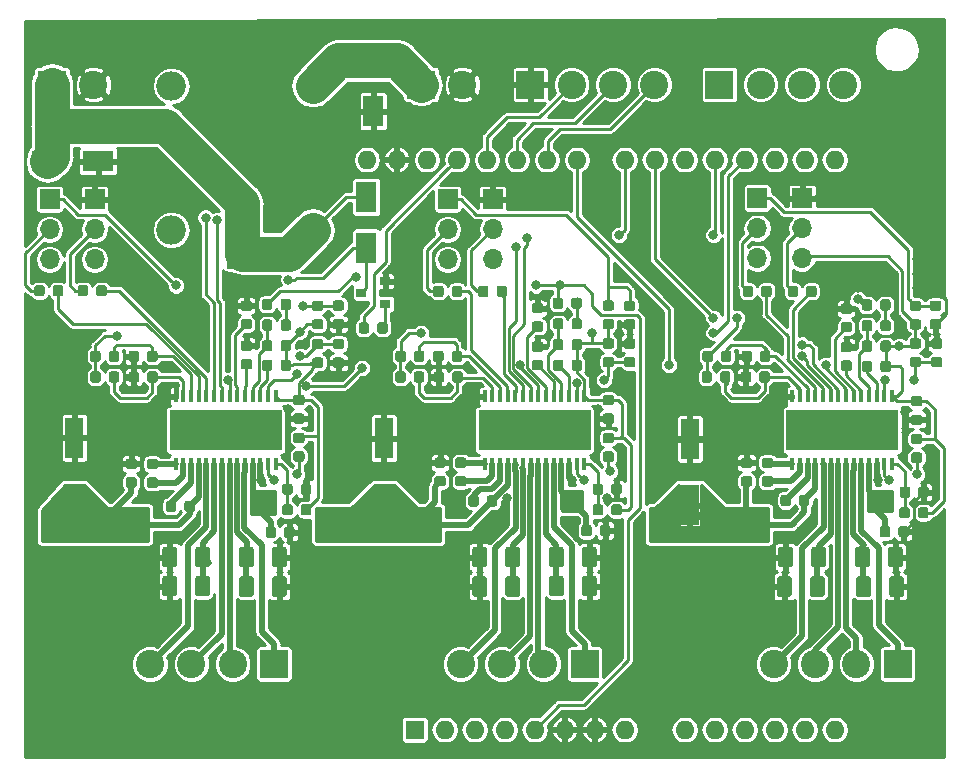
<source format=gbr>
G04 #@! TF.GenerationSoftware,KiCad,Pcbnew,(5.0.0)*
G04 #@! TF.CreationDate,2019-05-18T10:04:22+12:00*
G04 #@! TF.ProjectId,CNC Shield,434E4320536869656C642E6B69636164,rev?*
G04 #@! TF.SameCoordinates,Original*
G04 #@! TF.FileFunction,Copper,L1,Top,Signal*
G04 #@! TF.FilePolarity,Positive*
%FSLAX46Y46*%
G04 Gerber Fmt 4.6, Leading zero omitted, Abs format (unit mm)*
G04 Created by KiCad (PCBNEW (5.0.0)) date 05/18/19 10:04:22*
%MOMM*%
%LPD*%
G01*
G04 APERTURE LIST*
G04 #@! TA.AperFunction,Conductor*
%ADD10C,0.100000*%
G04 #@! TD*
G04 #@! TA.AperFunction,SMDPad,CuDef*
%ADD11C,0.875000*%
G04 #@! TD*
G04 #@! TA.AperFunction,ComponentPad*
%ADD12O,1.600000X1.600000*%
G04 #@! TD*
G04 #@! TA.AperFunction,ComponentPad*
%ADD13R,1.600000X1.600000*%
G04 #@! TD*
G04 #@! TA.AperFunction,SMDPad,CuDef*
%ADD14R,1.600000X3.500000*%
G04 #@! TD*
G04 #@! TA.AperFunction,SMDPad,CuDef*
%ADD15R,1.750000X2.650000*%
G04 #@! TD*
G04 #@! TA.AperFunction,SMDPad,CuDef*
%ADD16R,2.650000X1.750000*%
G04 #@! TD*
G04 #@! TA.AperFunction,ComponentPad*
%ADD17R,2.400000X2.400000*%
G04 #@! TD*
G04 #@! TA.AperFunction,ComponentPad*
%ADD18C,2.400000*%
G04 #@! TD*
G04 #@! TA.AperFunction,ComponentPad*
%ADD19R,1.700000X1.700000*%
G04 #@! TD*
G04 #@! TA.AperFunction,ComponentPad*
%ADD20O,1.700000X1.700000*%
G04 #@! TD*
G04 #@! TA.AperFunction,ComponentPad*
%ADD21R,2.500000X2.500000*%
G04 #@! TD*
G04 #@! TA.AperFunction,ComponentPad*
%ADD22O,2.500000X2.500000*%
G04 #@! TD*
G04 #@! TA.AperFunction,SMDPad,CuDef*
%ADD23R,0.900000X0.800000*%
G04 #@! TD*
G04 #@! TA.AperFunction,SMDPad,CuDef*
%ADD24C,1.250000*%
G04 #@! TD*
G04 #@! TA.AperFunction,ViaPad*
%ADD25C,0.600000*%
G04 #@! TD*
G04 #@! TA.AperFunction,SMDPad,CuDef*
%ADD26R,9.500000X3.400000*%
G04 #@! TD*
G04 #@! TA.AperFunction,SMDPad,CuDef*
%ADD27R,0.400000X1.100000*%
G04 #@! TD*
G04 #@! TA.AperFunction,ViaPad*
%ADD28C,0.800000*%
G04 #@! TD*
G04 #@! TA.AperFunction,Conductor*
%ADD29C,0.500000*%
G04 #@! TD*
G04 #@! TA.AperFunction,Conductor*
%ADD30C,0.250000*%
G04 #@! TD*
G04 #@! TA.AperFunction,Conductor*
%ADD31C,3.000000*%
G04 #@! TD*
G04 APERTURE END LIST*
D10*
G04 #@! TO.N,/Z*
G04 #@! TO.C,R5*
G36*
X118277691Y-73276053D02*
X118298926Y-73279203D01*
X118319750Y-73284419D01*
X118339962Y-73291651D01*
X118359368Y-73300830D01*
X118377781Y-73311866D01*
X118395024Y-73324654D01*
X118410930Y-73339070D01*
X118425346Y-73354976D01*
X118438134Y-73372219D01*
X118449170Y-73390632D01*
X118458349Y-73410038D01*
X118465581Y-73430250D01*
X118470797Y-73451074D01*
X118473947Y-73472309D01*
X118475000Y-73493750D01*
X118475000Y-73931250D01*
X118473947Y-73952691D01*
X118470797Y-73973926D01*
X118465581Y-73994750D01*
X118458349Y-74014962D01*
X118449170Y-74034368D01*
X118438134Y-74052781D01*
X118425346Y-74070024D01*
X118410930Y-74085930D01*
X118395024Y-74100346D01*
X118377781Y-74113134D01*
X118359368Y-74124170D01*
X118339962Y-74133349D01*
X118319750Y-74140581D01*
X118298926Y-74145797D01*
X118277691Y-74148947D01*
X118256250Y-74150000D01*
X117743750Y-74150000D01*
X117722309Y-74148947D01*
X117701074Y-74145797D01*
X117680250Y-74140581D01*
X117660038Y-74133349D01*
X117640632Y-74124170D01*
X117622219Y-74113134D01*
X117604976Y-74100346D01*
X117589070Y-74085930D01*
X117574654Y-74070024D01*
X117561866Y-74052781D01*
X117550830Y-74034368D01*
X117541651Y-74014962D01*
X117534419Y-73994750D01*
X117529203Y-73973926D01*
X117526053Y-73952691D01*
X117525000Y-73931250D01*
X117525000Y-73493750D01*
X117526053Y-73472309D01*
X117529203Y-73451074D01*
X117534419Y-73430250D01*
X117541651Y-73410038D01*
X117550830Y-73390632D01*
X117561866Y-73372219D01*
X117574654Y-73354976D01*
X117589070Y-73339070D01*
X117604976Y-73324654D01*
X117622219Y-73311866D01*
X117640632Y-73300830D01*
X117660038Y-73291651D01*
X117680250Y-73284419D01*
X117701074Y-73279203D01*
X117722309Y-73276053D01*
X117743750Y-73275000D01*
X118256250Y-73275000D01*
X118277691Y-73276053D01*
X118277691Y-73276053D01*
G37*
D11*
G04 #@! TD*
G04 #@! TO.P,R5,1*
G04 #@! TO.N,/Z*
X118000000Y-73712500D03*
D10*
G04 #@! TO.N,/3P3*
G04 #@! TO.C,R5*
G36*
X118277691Y-74851053D02*
X118298926Y-74854203D01*
X118319750Y-74859419D01*
X118339962Y-74866651D01*
X118359368Y-74875830D01*
X118377781Y-74886866D01*
X118395024Y-74899654D01*
X118410930Y-74914070D01*
X118425346Y-74929976D01*
X118438134Y-74947219D01*
X118449170Y-74965632D01*
X118458349Y-74985038D01*
X118465581Y-75005250D01*
X118470797Y-75026074D01*
X118473947Y-75047309D01*
X118475000Y-75068750D01*
X118475000Y-75506250D01*
X118473947Y-75527691D01*
X118470797Y-75548926D01*
X118465581Y-75569750D01*
X118458349Y-75589962D01*
X118449170Y-75609368D01*
X118438134Y-75627781D01*
X118425346Y-75645024D01*
X118410930Y-75660930D01*
X118395024Y-75675346D01*
X118377781Y-75688134D01*
X118359368Y-75699170D01*
X118339962Y-75708349D01*
X118319750Y-75715581D01*
X118298926Y-75720797D01*
X118277691Y-75723947D01*
X118256250Y-75725000D01*
X117743750Y-75725000D01*
X117722309Y-75723947D01*
X117701074Y-75720797D01*
X117680250Y-75715581D01*
X117660038Y-75708349D01*
X117640632Y-75699170D01*
X117622219Y-75688134D01*
X117604976Y-75675346D01*
X117589070Y-75660930D01*
X117574654Y-75645024D01*
X117561866Y-75627781D01*
X117550830Y-75609368D01*
X117541651Y-75589962D01*
X117534419Y-75569750D01*
X117529203Y-75548926D01*
X117526053Y-75527691D01*
X117525000Y-75506250D01*
X117525000Y-75068750D01*
X117526053Y-75047309D01*
X117529203Y-75026074D01*
X117534419Y-75005250D01*
X117541651Y-74985038D01*
X117550830Y-74965632D01*
X117561866Y-74947219D01*
X117574654Y-74929976D01*
X117589070Y-74914070D01*
X117604976Y-74899654D01*
X117622219Y-74886866D01*
X117640632Y-74875830D01*
X117660038Y-74866651D01*
X117680250Y-74859419D01*
X117701074Y-74854203D01*
X117722309Y-74851053D01*
X117743750Y-74850000D01*
X118256250Y-74850000D01*
X118277691Y-74851053D01*
X118277691Y-74851053D01*
G37*
D11*
G04 #@! TD*
G04 #@! TO.P,R5,2*
G04 #@! TO.N,/3P3*
X118000000Y-75287500D03*
D12*
G04 #@! TO.P,A1,29*
G04 #@! TO.N,GND*
X124680000Y-61340000D03*
G04 #@! TO.P,A1,30*
G04 #@! TO.N,Net-(A1-Pad30)*
X122140000Y-61340000D03*
D13*
G04 #@! TO.P,A1,1*
G04 #@! TO.N,Net-(A1-Pad1)*
X126200000Y-109600000D03*
D12*
G04 #@! TO.P,A1,17*
G04 #@! TO.N,STEP_X*
X156680000Y-61340000D03*
G04 #@! TO.P,A1,2*
G04 #@! TO.N,Net-(A1-Pad2)*
X128740000Y-109600000D03*
G04 #@! TO.P,A1,18*
G04 #@! TO.N,STEP_Y*
X154140000Y-61340000D03*
G04 #@! TO.P,A1,3*
G04 #@! TO.N,Net-(A1-Pad3)*
X131280000Y-109600000D03*
G04 #@! TO.P,A1,19*
G04 #@! TO.N,STEP_Z*
X151600000Y-61340000D03*
G04 #@! TO.P,A1,4*
G04 #@! TO.N,Net-(A1-Pad4)*
X133820000Y-109600000D03*
G04 #@! TO.P,A1,20*
G04 #@! TO.N,DIR_X*
X149060000Y-61340000D03*
G04 #@! TO.P,A1,5*
G04 #@! TO.N,+5V*
X136360000Y-109600000D03*
G04 #@! TO.P,A1,21*
G04 #@! TO.N,DIR_Y*
X146520000Y-61340000D03*
G04 #@! TO.P,A1,6*
G04 #@! TO.N,GND*
X138900000Y-109600000D03*
G04 #@! TO.P,A1,22*
G04 #@! TO.N,DIR_Z*
X143980000Y-61340000D03*
G04 #@! TO.P,A1,7*
G04 #@! TO.N,GND*
X141440000Y-109600000D03*
G04 #@! TO.P,A1,23*
G04 #@! TO.N,STEPPER_ENABLE*
X139920000Y-61340000D03*
G04 #@! TO.P,A1,8*
G04 #@! TO.N,Net-(A1-Pad8)*
X143980000Y-109600000D03*
G04 #@! TO.P,A1,24*
G04 #@! TO.N,Net-(A1-Pad24)*
X137380000Y-61340000D03*
G04 #@! TO.P,A1,9*
G04 #@! TO.N,Net-(A1-Pad9)*
X149060000Y-109600000D03*
G04 #@! TO.P,A1,25*
G04 #@! TO.N,Net-(A1-Pad25)*
X134840000Y-61340000D03*
G04 #@! TO.P,A1,10*
G04 #@! TO.N,Net-(A1-Pad10)*
X151600000Y-109600000D03*
G04 #@! TO.P,A1,26*
G04 #@! TO.N,Net-(A1-Pad26)*
X132300000Y-61340000D03*
G04 #@! TO.P,A1,11*
G04 #@! TO.N,Net-(A1-Pad11)*
X154140000Y-109600000D03*
G04 #@! TO.P,A1,27*
G04 #@! TO.N,SPINDLE_ENABLE*
X129760000Y-61340000D03*
G04 #@! TO.P,A1,12*
G04 #@! TO.N,Net-(A1-Pad12)*
X156680000Y-109600000D03*
G04 #@! TO.P,A1,28*
G04 #@! TO.N,SPINDLE_DIR*
X127220000Y-61340000D03*
G04 #@! TO.P,A1,13*
G04 #@! TO.N,Net-(A1-Pad13)*
X159220000Y-109600000D03*
G04 #@! TO.P,A1,14*
G04 #@! TO.N,Net-(A1-Pad14)*
X161760000Y-109600000D03*
G04 #@! TO.P,A1,15*
G04 #@! TO.N,Net-(A1-Pad15)*
X161760000Y-61340000D03*
G04 #@! TO.P,A1,16*
G04 #@! TO.N,Net-(A1-Pad16)*
X159220000Y-61340000D03*
G04 #@! TD*
D14*
G04 #@! TO.P,C1,2*
G04 #@! TO.N,GND*
X97400000Y-84900000D03*
G04 #@! TO.P,C1,1*
G04 #@! TO.N,+24V*
X97400000Y-90500000D03*
G04 #@! TD*
D10*
G04 #@! TO.N,+24V*
G04 #@! TO.C,C2*
G36*
X102477691Y-88238553D02*
X102498926Y-88241703D01*
X102519750Y-88246919D01*
X102539962Y-88254151D01*
X102559368Y-88263330D01*
X102577781Y-88274366D01*
X102595024Y-88287154D01*
X102610930Y-88301570D01*
X102625346Y-88317476D01*
X102638134Y-88334719D01*
X102649170Y-88353132D01*
X102658349Y-88372538D01*
X102665581Y-88392750D01*
X102670797Y-88413574D01*
X102673947Y-88434809D01*
X102675000Y-88456250D01*
X102675000Y-88893750D01*
X102673947Y-88915191D01*
X102670797Y-88936426D01*
X102665581Y-88957250D01*
X102658349Y-88977462D01*
X102649170Y-88996868D01*
X102638134Y-89015281D01*
X102625346Y-89032524D01*
X102610930Y-89048430D01*
X102595024Y-89062846D01*
X102577781Y-89075634D01*
X102559368Y-89086670D01*
X102539962Y-89095849D01*
X102519750Y-89103081D01*
X102498926Y-89108297D01*
X102477691Y-89111447D01*
X102456250Y-89112500D01*
X101943750Y-89112500D01*
X101922309Y-89111447D01*
X101901074Y-89108297D01*
X101880250Y-89103081D01*
X101860038Y-89095849D01*
X101840632Y-89086670D01*
X101822219Y-89075634D01*
X101804976Y-89062846D01*
X101789070Y-89048430D01*
X101774654Y-89032524D01*
X101761866Y-89015281D01*
X101750830Y-88996868D01*
X101741651Y-88977462D01*
X101734419Y-88957250D01*
X101729203Y-88936426D01*
X101726053Y-88915191D01*
X101725000Y-88893750D01*
X101725000Y-88456250D01*
X101726053Y-88434809D01*
X101729203Y-88413574D01*
X101734419Y-88392750D01*
X101741651Y-88372538D01*
X101750830Y-88353132D01*
X101761866Y-88334719D01*
X101774654Y-88317476D01*
X101789070Y-88301570D01*
X101804976Y-88287154D01*
X101822219Y-88274366D01*
X101840632Y-88263330D01*
X101860038Y-88254151D01*
X101880250Y-88246919D01*
X101901074Y-88241703D01*
X101922309Y-88238553D01*
X101943750Y-88237500D01*
X102456250Y-88237500D01*
X102477691Y-88238553D01*
X102477691Y-88238553D01*
G37*
D11*
G04 #@! TD*
G04 #@! TO.P,C2,1*
G04 #@! TO.N,+24V*
X102200000Y-88675000D03*
D10*
G04 #@! TO.N,GND*
G04 #@! TO.C,C2*
G36*
X102477691Y-86663553D02*
X102498926Y-86666703D01*
X102519750Y-86671919D01*
X102539962Y-86679151D01*
X102559368Y-86688330D01*
X102577781Y-86699366D01*
X102595024Y-86712154D01*
X102610930Y-86726570D01*
X102625346Y-86742476D01*
X102638134Y-86759719D01*
X102649170Y-86778132D01*
X102658349Y-86797538D01*
X102665581Y-86817750D01*
X102670797Y-86838574D01*
X102673947Y-86859809D01*
X102675000Y-86881250D01*
X102675000Y-87318750D01*
X102673947Y-87340191D01*
X102670797Y-87361426D01*
X102665581Y-87382250D01*
X102658349Y-87402462D01*
X102649170Y-87421868D01*
X102638134Y-87440281D01*
X102625346Y-87457524D01*
X102610930Y-87473430D01*
X102595024Y-87487846D01*
X102577781Y-87500634D01*
X102559368Y-87511670D01*
X102539962Y-87520849D01*
X102519750Y-87528081D01*
X102498926Y-87533297D01*
X102477691Y-87536447D01*
X102456250Y-87537500D01*
X101943750Y-87537500D01*
X101922309Y-87536447D01*
X101901074Y-87533297D01*
X101880250Y-87528081D01*
X101860038Y-87520849D01*
X101840632Y-87511670D01*
X101822219Y-87500634D01*
X101804976Y-87487846D01*
X101789070Y-87473430D01*
X101774654Y-87457524D01*
X101761866Y-87440281D01*
X101750830Y-87421868D01*
X101741651Y-87402462D01*
X101734419Y-87382250D01*
X101729203Y-87361426D01*
X101726053Y-87340191D01*
X101725000Y-87318750D01*
X101725000Y-86881250D01*
X101726053Y-86859809D01*
X101729203Y-86838574D01*
X101734419Y-86817750D01*
X101741651Y-86797538D01*
X101750830Y-86778132D01*
X101761866Y-86759719D01*
X101774654Y-86742476D01*
X101789070Y-86726570D01*
X101804976Y-86712154D01*
X101822219Y-86699366D01*
X101840632Y-86688330D01*
X101860038Y-86679151D01*
X101880250Y-86671919D01*
X101901074Y-86666703D01*
X101922309Y-86663553D01*
X101943750Y-86662500D01*
X102456250Y-86662500D01*
X102477691Y-86663553D01*
X102477691Y-86663553D01*
G37*
D11*
G04 #@! TD*
G04 #@! TO.P,C2,2*
G04 #@! TO.N,GND*
X102200000Y-87100000D03*
D10*
G04 #@! TO.N,GND*
G04 #@! TO.C,C3*
G36*
X115840191Y-92426053D02*
X115861426Y-92429203D01*
X115882250Y-92434419D01*
X115902462Y-92441651D01*
X115921868Y-92450830D01*
X115940281Y-92461866D01*
X115957524Y-92474654D01*
X115973430Y-92489070D01*
X115987846Y-92504976D01*
X116000634Y-92522219D01*
X116011670Y-92540632D01*
X116020849Y-92560038D01*
X116028081Y-92580250D01*
X116033297Y-92601074D01*
X116036447Y-92622309D01*
X116037500Y-92643750D01*
X116037500Y-93156250D01*
X116036447Y-93177691D01*
X116033297Y-93198926D01*
X116028081Y-93219750D01*
X116020849Y-93239962D01*
X116011670Y-93259368D01*
X116000634Y-93277781D01*
X115987846Y-93295024D01*
X115973430Y-93310930D01*
X115957524Y-93325346D01*
X115940281Y-93338134D01*
X115921868Y-93349170D01*
X115902462Y-93358349D01*
X115882250Y-93365581D01*
X115861426Y-93370797D01*
X115840191Y-93373947D01*
X115818750Y-93375000D01*
X115381250Y-93375000D01*
X115359809Y-93373947D01*
X115338574Y-93370797D01*
X115317750Y-93365581D01*
X115297538Y-93358349D01*
X115278132Y-93349170D01*
X115259719Y-93338134D01*
X115242476Y-93325346D01*
X115226570Y-93310930D01*
X115212154Y-93295024D01*
X115199366Y-93277781D01*
X115188330Y-93259368D01*
X115179151Y-93239962D01*
X115171919Y-93219750D01*
X115166703Y-93198926D01*
X115163553Y-93177691D01*
X115162500Y-93156250D01*
X115162500Y-92643750D01*
X115163553Y-92622309D01*
X115166703Y-92601074D01*
X115171919Y-92580250D01*
X115179151Y-92560038D01*
X115188330Y-92540632D01*
X115199366Y-92522219D01*
X115212154Y-92504976D01*
X115226570Y-92489070D01*
X115242476Y-92474654D01*
X115259719Y-92461866D01*
X115278132Y-92450830D01*
X115297538Y-92441651D01*
X115317750Y-92434419D01*
X115338574Y-92429203D01*
X115359809Y-92426053D01*
X115381250Y-92425000D01*
X115818750Y-92425000D01*
X115840191Y-92426053D01*
X115840191Y-92426053D01*
G37*
D11*
G04 #@! TD*
G04 #@! TO.P,C3,2*
G04 #@! TO.N,GND*
X115600000Y-92900000D03*
D10*
G04 #@! TO.N,+24V*
G04 #@! TO.C,C3*
G36*
X114265191Y-92426053D02*
X114286426Y-92429203D01*
X114307250Y-92434419D01*
X114327462Y-92441651D01*
X114346868Y-92450830D01*
X114365281Y-92461866D01*
X114382524Y-92474654D01*
X114398430Y-92489070D01*
X114412846Y-92504976D01*
X114425634Y-92522219D01*
X114436670Y-92540632D01*
X114445849Y-92560038D01*
X114453081Y-92580250D01*
X114458297Y-92601074D01*
X114461447Y-92622309D01*
X114462500Y-92643750D01*
X114462500Y-93156250D01*
X114461447Y-93177691D01*
X114458297Y-93198926D01*
X114453081Y-93219750D01*
X114445849Y-93239962D01*
X114436670Y-93259368D01*
X114425634Y-93277781D01*
X114412846Y-93295024D01*
X114398430Y-93310930D01*
X114382524Y-93325346D01*
X114365281Y-93338134D01*
X114346868Y-93349170D01*
X114327462Y-93358349D01*
X114307250Y-93365581D01*
X114286426Y-93370797D01*
X114265191Y-93373947D01*
X114243750Y-93375000D01*
X113806250Y-93375000D01*
X113784809Y-93373947D01*
X113763574Y-93370797D01*
X113742750Y-93365581D01*
X113722538Y-93358349D01*
X113703132Y-93349170D01*
X113684719Y-93338134D01*
X113667476Y-93325346D01*
X113651570Y-93310930D01*
X113637154Y-93295024D01*
X113624366Y-93277781D01*
X113613330Y-93259368D01*
X113604151Y-93239962D01*
X113596919Y-93219750D01*
X113591703Y-93198926D01*
X113588553Y-93177691D01*
X113587500Y-93156250D01*
X113587500Y-92643750D01*
X113588553Y-92622309D01*
X113591703Y-92601074D01*
X113596919Y-92580250D01*
X113604151Y-92560038D01*
X113613330Y-92540632D01*
X113624366Y-92522219D01*
X113637154Y-92504976D01*
X113651570Y-92489070D01*
X113667476Y-92474654D01*
X113684719Y-92461866D01*
X113703132Y-92450830D01*
X113722538Y-92441651D01*
X113742750Y-92434419D01*
X113763574Y-92429203D01*
X113784809Y-92426053D01*
X113806250Y-92425000D01*
X114243750Y-92425000D01*
X114265191Y-92426053D01*
X114265191Y-92426053D01*
G37*
D11*
G04 #@! TD*
G04 #@! TO.P,C3,1*
G04 #@! TO.N,+24V*
X114025000Y-92900000D03*
D10*
G04 #@! TO.N,Net-(C4-Pad1)*
G04 #@! TO.C,C4*
G36*
X105815191Y-90226053D02*
X105836426Y-90229203D01*
X105857250Y-90234419D01*
X105877462Y-90241651D01*
X105896868Y-90250830D01*
X105915281Y-90261866D01*
X105932524Y-90274654D01*
X105948430Y-90289070D01*
X105962846Y-90304976D01*
X105975634Y-90322219D01*
X105986670Y-90340632D01*
X105995849Y-90360038D01*
X106003081Y-90380250D01*
X106008297Y-90401074D01*
X106011447Y-90422309D01*
X106012500Y-90443750D01*
X106012500Y-90956250D01*
X106011447Y-90977691D01*
X106008297Y-90998926D01*
X106003081Y-91019750D01*
X105995849Y-91039962D01*
X105986670Y-91059368D01*
X105975634Y-91077781D01*
X105962846Y-91095024D01*
X105948430Y-91110930D01*
X105932524Y-91125346D01*
X105915281Y-91138134D01*
X105896868Y-91149170D01*
X105877462Y-91158349D01*
X105857250Y-91165581D01*
X105836426Y-91170797D01*
X105815191Y-91173947D01*
X105793750Y-91175000D01*
X105356250Y-91175000D01*
X105334809Y-91173947D01*
X105313574Y-91170797D01*
X105292750Y-91165581D01*
X105272538Y-91158349D01*
X105253132Y-91149170D01*
X105234719Y-91138134D01*
X105217476Y-91125346D01*
X105201570Y-91110930D01*
X105187154Y-91095024D01*
X105174366Y-91077781D01*
X105163330Y-91059368D01*
X105154151Y-91039962D01*
X105146919Y-91019750D01*
X105141703Y-90998926D01*
X105138553Y-90977691D01*
X105137500Y-90956250D01*
X105137500Y-90443750D01*
X105138553Y-90422309D01*
X105141703Y-90401074D01*
X105146919Y-90380250D01*
X105154151Y-90360038D01*
X105163330Y-90340632D01*
X105174366Y-90322219D01*
X105187154Y-90304976D01*
X105201570Y-90289070D01*
X105217476Y-90274654D01*
X105234719Y-90261866D01*
X105253132Y-90250830D01*
X105272538Y-90241651D01*
X105292750Y-90234419D01*
X105313574Y-90229203D01*
X105334809Y-90226053D01*
X105356250Y-90225000D01*
X105793750Y-90225000D01*
X105815191Y-90226053D01*
X105815191Y-90226053D01*
G37*
D11*
G04 #@! TD*
G04 #@! TO.P,C4,1*
G04 #@! TO.N,Net-(C4-Pad1)*
X105575000Y-90700000D03*
D10*
G04 #@! TO.N,+24V*
G04 #@! TO.C,C4*
G36*
X107390191Y-90226053D02*
X107411426Y-90229203D01*
X107432250Y-90234419D01*
X107452462Y-90241651D01*
X107471868Y-90250830D01*
X107490281Y-90261866D01*
X107507524Y-90274654D01*
X107523430Y-90289070D01*
X107537846Y-90304976D01*
X107550634Y-90322219D01*
X107561670Y-90340632D01*
X107570849Y-90360038D01*
X107578081Y-90380250D01*
X107583297Y-90401074D01*
X107586447Y-90422309D01*
X107587500Y-90443750D01*
X107587500Y-90956250D01*
X107586447Y-90977691D01*
X107583297Y-90998926D01*
X107578081Y-91019750D01*
X107570849Y-91039962D01*
X107561670Y-91059368D01*
X107550634Y-91077781D01*
X107537846Y-91095024D01*
X107523430Y-91110930D01*
X107507524Y-91125346D01*
X107490281Y-91138134D01*
X107471868Y-91149170D01*
X107452462Y-91158349D01*
X107432250Y-91165581D01*
X107411426Y-91170797D01*
X107390191Y-91173947D01*
X107368750Y-91175000D01*
X106931250Y-91175000D01*
X106909809Y-91173947D01*
X106888574Y-91170797D01*
X106867750Y-91165581D01*
X106847538Y-91158349D01*
X106828132Y-91149170D01*
X106809719Y-91138134D01*
X106792476Y-91125346D01*
X106776570Y-91110930D01*
X106762154Y-91095024D01*
X106749366Y-91077781D01*
X106738330Y-91059368D01*
X106729151Y-91039962D01*
X106721919Y-91019750D01*
X106716703Y-90998926D01*
X106713553Y-90977691D01*
X106712500Y-90956250D01*
X106712500Y-90443750D01*
X106713553Y-90422309D01*
X106716703Y-90401074D01*
X106721919Y-90380250D01*
X106729151Y-90360038D01*
X106738330Y-90340632D01*
X106749366Y-90322219D01*
X106762154Y-90304976D01*
X106776570Y-90289070D01*
X106792476Y-90274654D01*
X106809719Y-90261866D01*
X106828132Y-90250830D01*
X106847538Y-90241651D01*
X106867750Y-90234419D01*
X106888574Y-90229203D01*
X106909809Y-90226053D01*
X106931250Y-90225000D01*
X107368750Y-90225000D01*
X107390191Y-90226053D01*
X107390191Y-90226053D01*
G37*
D11*
G04 #@! TD*
G04 #@! TO.P,C4,2*
G04 #@! TO.N,+24V*
X107150000Y-90700000D03*
D10*
G04 #@! TO.N,Net-(C5-Pad2)*
G04 #@! TO.C,C5*
G36*
X104277691Y-88251053D02*
X104298926Y-88254203D01*
X104319750Y-88259419D01*
X104339962Y-88266651D01*
X104359368Y-88275830D01*
X104377781Y-88286866D01*
X104395024Y-88299654D01*
X104410930Y-88314070D01*
X104425346Y-88329976D01*
X104438134Y-88347219D01*
X104449170Y-88365632D01*
X104458349Y-88385038D01*
X104465581Y-88405250D01*
X104470797Y-88426074D01*
X104473947Y-88447309D01*
X104475000Y-88468750D01*
X104475000Y-88906250D01*
X104473947Y-88927691D01*
X104470797Y-88948926D01*
X104465581Y-88969750D01*
X104458349Y-88989962D01*
X104449170Y-89009368D01*
X104438134Y-89027781D01*
X104425346Y-89045024D01*
X104410930Y-89060930D01*
X104395024Y-89075346D01*
X104377781Y-89088134D01*
X104359368Y-89099170D01*
X104339962Y-89108349D01*
X104319750Y-89115581D01*
X104298926Y-89120797D01*
X104277691Y-89123947D01*
X104256250Y-89125000D01*
X103743750Y-89125000D01*
X103722309Y-89123947D01*
X103701074Y-89120797D01*
X103680250Y-89115581D01*
X103660038Y-89108349D01*
X103640632Y-89099170D01*
X103622219Y-89088134D01*
X103604976Y-89075346D01*
X103589070Y-89060930D01*
X103574654Y-89045024D01*
X103561866Y-89027781D01*
X103550830Y-89009368D01*
X103541651Y-88989962D01*
X103534419Y-88969750D01*
X103529203Y-88948926D01*
X103526053Y-88927691D01*
X103525000Y-88906250D01*
X103525000Y-88468750D01*
X103526053Y-88447309D01*
X103529203Y-88426074D01*
X103534419Y-88405250D01*
X103541651Y-88385038D01*
X103550830Y-88365632D01*
X103561866Y-88347219D01*
X103574654Y-88329976D01*
X103589070Y-88314070D01*
X103604976Y-88299654D01*
X103622219Y-88286866D01*
X103640632Y-88275830D01*
X103660038Y-88266651D01*
X103680250Y-88259419D01*
X103701074Y-88254203D01*
X103722309Y-88251053D01*
X103743750Y-88250000D01*
X104256250Y-88250000D01*
X104277691Y-88251053D01*
X104277691Y-88251053D01*
G37*
D11*
G04 #@! TD*
G04 #@! TO.P,C5,2*
G04 #@! TO.N,Net-(C5-Pad2)*
X104000000Y-88687500D03*
D10*
G04 #@! TO.N,Net-(C5-Pad1)*
G04 #@! TO.C,C5*
G36*
X104277691Y-86676053D02*
X104298926Y-86679203D01*
X104319750Y-86684419D01*
X104339962Y-86691651D01*
X104359368Y-86700830D01*
X104377781Y-86711866D01*
X104395024Y-86724654D01*
X104410930Y-86739070D01*
X104425346Y-86754976D01*
X104438134Y-86772219D01*
X104449170Y-86790632D01*
X104458349Y-86810038D01*
X104465581Y-86830250D01*
X104470797Y-86851074D01*
X104473947Y-86872309D01*
X104475000Y-86893750D01*
X104475000Y-87331250D01*
X104473947Y-87352691D01*
X104470797Y-87373926D01*
X104465581Y-87394750D01*
X104458349Y-87414962D01*
X104449170Y-87434368D01*
X104438134Y-87452781D01*
X104425346Y-87470024D01*
X104410930Y-87485930D01*
X104395024Y-87500346D01*
X104377781Y-87513134D01*
X104359368Y-87524170D01*
X104339962Y-87533349D01*
X104319750Y-87540581D01*
X104298926Y-87545797D01*
X104277691Y-87548947D01*
X104256250Y-87550000D01*
X103743750Y-87550000D01*
X103722309Y-87548947D01*
X103701074Y-87545797D01*
X103680250Y-87540581D01*
X103660038Y-87533349D01*
X103640632Y-87524170D01*
X103622219Y-87513134D01*
X103604976Y-87500346D01*
X103589070Y-87485930D01*
X103574654Y-87470024D01*
X103561866Y-87452781D01*
X103550830Y-87434368D01*
X103541651Y-87414962D01*
X103534419Y-87394750D01*
X103529203Y-87373926D01*
X103526053Y-87352691D01*
X103525000Y-87331250D01*
X103525000Y-86893750D01*
X103526053Y-86872309D01*
X103529203Y-86851074D01*
X103534419Y-86830250D01*
X103541651Y-86810038D01*
X103550830Y-86790632D01*
X103561866Y-86772219D01*
X103574654Y-86754976D01*
X103589070Y-86739070D01*
X103604976Y-86724654D01*
X103622219Y-86711866D01*
X103640632Y-86700830D01*
X103660038Y-86691651D01*
X103680250Y-86684419D01*
X103701074Y-86679203D01*
X103722309Y-86676053D01*
X103743750Y-86675000D01*
X104256250Y-86675000D01*
X104277691Y-86676053D01*
X104277691Y-86676053D01*
G37*
D11*
G04 #@! TD*
G04 #@! TO.P,C5,1*
G04 #@! TO.N,Net-(C5-Pad1)*
X104000000Y-87112500D03*
D10*
G04 #@! TO.N,/3P3*
G04 #@! TO.C,C6*
G36*
X116677691Y-81263553D02*
X116698926Y-81266703D01*
X116719750Y-81271919D01*
X116739962Y-81279151D01*
X116759368Y-81288330D01*
X116777781Y-81299366D01*
X116795024Y-81312154D01*
X116810930Y-81326570D01*
X116825346Y-81342476D01*
X116838134Y-81359719D01*
X116849170Y-81378132D01*
X116858349Y-81397538D01*
X116865581Y-81417750D01*
X116870797Y-81438574D01*
X116873947Y-81459809D01*
X116875000Y-81481250D01*
X116875000Y-81918750D01*
X116873947Y-81940191D01*
X116870797Y-81961426D01*
X116865581Y-81982250D01*
X116858349Y-82002462D01*
X116849170Y-82021868D01*
X116838134Y-82040281D01*
X116825346Y-82057524D01*
X116810930Y-82073430D01*
X116795024Y-82087846D01*
X116777781Y-82100634D01*
X116759368Y-82111670D01*
X116739962Y-82120849D01*
X116719750Y-82128081D01*
X116698926Y-82133297D01*
X116677691Y-82136447D01*
X116656250Y-82137500D01*
X116143750Y-82137500D01*
X116122309Y-82136447D01*
X116101074Y-82133297D01*
X116080250Y-82128081D01*
X116060038Y-82120849D01*
X116040632Y-82111670D01*
X116022219Y-82100634D01*
X116004976Y-82087846D01*
X115989070Y-82073430D01*
X115974654Y-82057524D01*
X115961866Y-82040281D01*
X115950830Y-82021868D01*
X115941651Y-82002462D01*
X115934419Y-81982250D01*
X115929203Y-81961426D01*
X115926053Y-81940191D01*
X115925000Y-81918750D01*
X115925000Y-81481250D01*
X115926053Y-81459809D01*
X115929203Y-81438574D01*
X115934419Y-81417750D01*
X115941651Y-81397538D01*
X115950830Y-81378132D01*
X115961866Y-81359719D01*
X115974654Y-81342476D01*
X115989070Y-81326570D01*
X116004976Y-81312154D01*
X116022219Y-81299366D01*
X116040632Y-81288330D01*
X116060038Y-81279151D01*
X116080250Y-81271919D01*
X116101074Y-81266703D01*
X116122309Y-81263553D01*
X116143750Y-81262500D01*
X116656250Y-81262500D01*
X116677691Y-81263553D01*
X116677691Y-81263553D01*
G37*
D11*
G04 #@! TD*
G04 #@! TO.P,C6,1*
G04 #@! TO.N,/3P3*
X116400000Y-81700000D03*
D10*
G04 #@! TO.N,GND*
G04 #@! TO.C,C6*
G36*
X116677691Y-82838553D02*
X116698926Y-82841703D01*
X116719750Y-82846919D01*
X116739962Y-82854151D01*
X116759368Y-82863330D01*
X116777781Y-82874366D01*
X116795024Y-82887154D01*
X116810930Y-82901570D01*
X116825346Y-82917476D01*
X116838134Y-82934719D01*
X116849170Y-82953132D01*
X116858349Y-82972538D01*
X116865581Y-82992750D01*
X116870797Y-83013574D01*
X116873947Y-83034809D01*
X116875000Y-83056250D01*
X116875000Y-83493750D01*
X116873947Y-83515191D01*
X116870797Y-83536426D01*
X116865581Y-83557250D01*
X116858349Y-83577462D01*
X116849170Y-83596868D01*
X116838134Y-83615281D01*
X116825346Y-83632524D01*
X116810930Y-83648430D01*
X116795024Y-83662846D01*
X116777781Y-83675634D01*
X116759368Y-83686670D01*
X116739962Y-83695849D01*
X116719750Y-83703081D01*
X116698926Y-83708297D01*
X116677691Y-83711447D01*
X116656250Y-83712500D01*
X116143750Y-83712500D01*
X116122309Y-83711447D01*
X116101074Y-83708297D01*
X116080250Y-83703081D01*
X116060038Y-83695849D01*
X116040632Y-83686670D01*
X116022219Y-83675634D01*
X116004976Y-83662846D01*
X115989070Y-83648430D01*
X115974654Y-83632524D01*
X115961866Y-83615281D01*
X115950830Y-83596868D01*
X115941651Y-83577462D01*
X115934419Y-83557250D01*
X115929203Y-83536426D01*
X115926053Y-83515191D01*
X115925000Y-83493750D01*
X115925000Y-83056250D01*
X115926053Y-83034809D01*
X115929203Y-83013574D01*
X115934419Y-82992750D01*
X115941651Y-82972538D01*
X115950830Y-82953132D01*
X115961866Y-82934719D01*
X115974654Y-82917476D01*
X115989070Y-82901570D01*
X116004976Y-82887154D01*
X116022219Y-82874366D01*
X116040632Y-82863330D01*
X116060038Y-82854151D01*
X116080250Y-82846919D01*
X116101074Y-82841703D01*
X116122309Y-82838553D01*
X116143750Y-82837500D01*
X116656250Y-82837500D01*
X116677691Y-82838553D01*
X116677691Y-82838553D01*
G37*
D11*
G04 #@! TD*
G04 #@! TO.P,C6,2*
G04 #@! TO.N,GND*
X116400000Y-83275000D03*
D14*
G04 #@! TO.P,C7,1*
G04 #@! TO.N,+24V*
X149500000Y-90600000D03*
G04 #@! TO.P,C7,2*
G04 #@! TO.N,GND*
X149500000Y-85000000D03*
G04 #@! TD*
D10*
G04 #@! TO.N,+24V*
G04 #@! TO.C,C8*
G36*
X154577691Y-88151053D02*
X154598926Y-88154203D01*
X154619750Y-88159419D01*
X154639962Y-88166651D01*
X154659368Y-88175830D01*
X154677781Y-88186866D01*
X154695024Y-88199654D01*
X154710930Y-88214070D01*
X154725346Y-88229976D01*
X154738134Y-88247219D01*
X154749170Y-88265632D01*
X154758349Y-88285038D01*
X154765581Y-88305250D01*
X154770797Y-88326074D01*
X154773947Y-88347309D01*
X154775000Y-88368750D01*
X154775000Y-88806250D01*
X154773947Y-88827691D01*
X154770797Y-88848926D01*
X154765581Y-88869750D01*
X154758349Y-88889962D01*
X154749170Y-88909368D01*
X154738134Y-88927781D01*
X154725346Y-88945024D01*
X154710930Y-88960930D01*
X154695024Y-88975346D01*
X154677781Y-88988134D01*
X154659368Y-88999170D01*
X154639962Y-89008349D01*
X154619750Y-89015581D01*
X154598926Y-89020797D01*
X154577691Y-89023947D01*
X154556250Y-89025000D01*
X154043750Y-89025000D01*
X154022309Y-89023947D01*
X154001074Y-89020797D01*
X153980250Y-89015581D01*
X153960038Y-89008349D01*
X153940632Y-88999170D01*
X153922219Y-88988134D01*
X153904976Y-88975346D01*
X153889070Y-88960930D01*
X153874654Y-88945024D01*
X153861866Y-88927781D01*
X153850830Y-88909368D01*
X153841651Y-88889962D01*
X153834419Y-88869750D01*
X153829203Y-88848926D01*
X153826053Y-88827691D01*
X153825000Y-88806250D01*
X153825000Y-88368750D01*
X153826053Y-88347309D01*
X153829203Y-88326074D01*
X153834419Y-88305250D01*
X153841651Y-88285038D01*
X153850830Y-88265632D01*
X153861866Y-88247219D01*
X153874654Y-88229976D01*
X153889070Y-88214070D01*
X153904976Y-88199654D01*
X153922219Y-88186866D01*
X153940632Y-88175830D01*
X153960038Y-88166651D01*
X153980250Y-88159419D01*
X154001074Y-88154203D01*
X154022309Y-88151053D01*
X154043750Y-88150000D01*
X154556250Y-88150000D01*
X154577691Y-88151053D01*
X154577691Y-88151053D01*
G37*
D11*
G04 #@! TD*
G04 #@! TO.P,C8,1*
G04 #@! TO.N,+24V*
X154300000Y-88587500D03*
D10*
G04 #@! TO.N,GND*
G04 #@! TO.C,C8*
G36*
X154577691Y-86576053D02*
X154598926Y-86579203D01*
X154619750Y-86584419D01*
X154639962Y-86591651D01*
X154659368Y-86600830D01*
X154677781Y-86611866D01*
X154695024Y-86624654D01*
X154710930Y-86639070D01*
X154725346Y-86654976D01*
X154738134Y-86672219D01*
X154749170Y-86690632D01*
X154758349Y-86710038D01*
X154765581Y-86730250D01*
X154770797Y-86751074D01*
X154773947Y-86772309D01*
X154775000Y-86793750D01*
X154775000Y-87231250D01*
X154773947Y-87252691D01*
X154770797Y-87273926D01*
X154765581Y-87294750D01*
X154758349Y-87314962D01*
X154749170Y-87334368D01*
X154738134Y-87352781D01*
X154725346Y-87370024D01*
X154710930Y-87385930D01*
X154695024Y-87400346D01*
X154677781Y-87413134D01*
X154659368Y-87424170D01*
X154639962Y-87433349D01*
X154619750Y-87440581D01*
X154598926Y-87445797D01*
X154577691Y-87448947D01*
X154556250Y-87450000D01*
X154043750Y-87450000D01*
X154022309Y-87448947D01*
X154001074Y-87445797D01*
X153980250Y-87440581D01*
X153960038Y-87433349D01*
X153940632Y-87424170D01*
X153922219Y-87413134D01*
X153904976Y-87400346D01*
X153889070Y-87385930D01*
X153874654Y-87370024D01*
X153861866Y-87352781D01*
X153850830Y-87334368D01*
X153841651Y-87314962D01*
X153834419Y-87294750D01*
X153829203Y-87273926D01*
X153826053Y-87252691D01*
X153825000Y-87231250D01*
X153825000Y-86793750D01*
X153826053Y-86772309D01*
X153829203Y-86751074D01*
X153834419Y-86730250D01*
X153841651Y-86710038D01*
X153850830Y-86690632D01*
X153861866Y-86672219D01*
X153874654Y-86654976D01*
X153889070Y-86639070D01*
X153904976Y-86624654D01*
X153922219Y-86611866D01*
X153940632Y-86600830D01*
X153960038Y-86591651D01*
X153980250Y-86584419D01*
X154001074Y-86579203D01*
X154022309Y-86576053D01*
X154043750Y-86575000D01*
X154556250Y-86575000D01*
X154577691Y-86576053D01*
X154577691Y-86576053D01*
G37*
D11*
G04 #@! TD*
G04 #@! TO.P,C8,2*
G04 #@! TO.N,GND*
X154300000Y-87012500D03*
D10*
G04 #@! TO.N,+24V*
G04 #@! TO.C,C9*
G36*
X166265191Y-92376053D02*
X166286426Y-92379203D01*
X166307250Y-92384419D01*
X166327462Y-92391651D01*
X166346868Y-92400830D01*
X166365281Y-92411866D01*
X166382524Y-92424654D01*
X166398430Y-92439070D01*
X166412846Y-92454976D01*
X166425634Y-92472219D01*
X166436670Y-92490632D01*
X166445849Y-92510038D01*
X166453081Y-92530250D01*
X166458297Y-92551074D01*
X166461447Y-92572309D01*
X166462500Y-92593750D01*
X166462500Y-93106250D01*
X166461447Y-93127691D01*
X166458297Y-93148926D01*
X166453081Y-93169750D01*
X166445849Y-93189962D01*
X166436670Y-93209368D01*
X166425634Y-93227781D01*
X166412846Y-93245024D01*
X166398430Y-93260930D01*
X166382524Y-93275346D01*
X166365281Y-93288134D01*
X166346868Y-93299170D01*
X166327462Y-93308349D01*
X166307250Y-93315581D01*
X166286426Y-93320797D01*
X166265191Y-93323947D01*
X166243750Y-93325000D01*
X165806250Y-93325000D01*
X165784809Y-93323947D01*
X165763574Y-93320797D01*
X165742750Y-93315581D01*
X165722538Y-93308349D01*
X165703132Y-93299170D01*
X165684719Y-93288134D01*
X165667476Y-93275346D01*
X165651570Y-93260930D01*
X165637154Y-93245024D01*
X165624366Y-93227781D01*
X165613330Y-93209368D01*
X165604151Y-93189962D01*
X165596919Y-93169750D01*
X165591703Y-93148926D01*
X165588553Y-93127691D01*
X165587500Y-93106250D01*
X165587500Y-92593750D01*
X165588553Y-92572309D01*
X165591703Y-92551074D01*
X165596919Y-92530250D01*
X165604151Y-92510038D01*
X165613330Y-92490632D01*
X165624366Y-92472219D01*
X165637154Y-92454976D01*
X165651570Y-92439070D01*
X165667476Y-92424654D01*
X165684719Y-92411866D01*
X165703132Y-92400830D01*
X165722538Y-92391651D01*
X165742750Y-92384419D01*
X165763574Y-92379203D01*
X165784809Y-92376053D01*
X165806250Y-92375000D01*
X166243750Y-92375000D01*
X166265191Y-92376053D01*
X166265191Y-92376053D01*
G37*
D11*
G04 #@! TD*
G04 #@! TO.P,C9,1*
G04 #@! TO.N,+24V*
X166025000Y-92850000D03*
D10*
G04 #@! TO.N,GND*
G04 #@! TO.C,C9*
G36*
X167840191Y-92376053D02*
X167861426Y-92379203D01*
X167882250Y-92384419D01*
X167902462Y-92391651D01*
X167921868Y-92400830D01*
X167940281Y-92411866D01*
X167957524Y-92424654D01*
X167973430Y-92439070D01*
X167987846Y-92454976D01*
X168000634Y-92472219D01*
X168011670Y-92490632D01*
X168020849Y-92510038D01*
X168028081Y-92530250D01*
X168033297Y-92551074D01*
X168036447Y-92572309D01*
X168037500Y-92593750D01*
X168037500Y-93106250D01*
X168036447Y-93127691D01*
X168033297Y-93148926D01*
X168028081Y-93169750D01*
X168020849Y-93189962D01*
X168011670Y-93209368D01*
X168000634Y-93227781D01*
X167987846Y-93245024D01*
X167973430Y-93260930D01*
X167957524Y-93275346D01*
X167940281Y-93288134D01*
X167921868Y-93299170D01*
X167902462Y-93308349D01*
X167882250Y-93315581D01*
X167861426Y-93320797D01*
X167840191Y-93323947D01*
X167818750Y-93325000D01*
X167381250Y-93325000D01*
X167359809Y-93323947D01*
X167338574Y-93320797D01*
X167317750Y-93315581D01*
X167297538Y-93308349D01*
X167278132Y-93299170D01*
X167259719Y-93288134D01*
X167242476Y-93275346D01*
X167226570Y-93260930D01*
X167212154Y-93245024D01*
X167199366Y-93227781D01*
X167188330Y-93209368D01*
X167179151Y-93189962D01*
X167171919Y-93169750D01*
X167166703Y-93148926D01*
X167163553Y-93127691D01*
X167162500Y-93106250D01*
X167162500Y-92593750D01*
X167163553Y-92572309D01*
X167166703Y-92551074D01*
X167171919Y-92530250D01*
X167179151Y-92510038D01*
X167188330Y-92490632D01*
X167199366Y-92472219D01*
X167212154Y-92454976D01*
X167226570Y-92439070D01*
X167242476Y-92424654D01*
X167259719Y-92411866D01*
X167278132Y-92400830D01*
X167297538Y-92391651D01*
X167317750Y-92384419D01*
X167338574Y-92379203D01*
X167359809Y-92376053D01*
X167381250Y-92375000D01*
X167818750Y-92375000D01*
X167840191Y-92376053D01*
X167840191Y-92376053D01*
G37*
D11*
G04 #@! TD*
G04 #@! TO.P,C9,2*
G04 #@! TO.N,GND*
X167600000Y-92850000D03*
D10*
G04 #@! TO.N,+24V*
G04 #@! TO.C,C10*
G36*
X159427691Y-89726053D02*
X159448926Y-89729203D01*
X159469750Y-89734419D01*
X159489962Y-89741651D01*
X159509368Y-89750830D01*
X159527781Y-89761866D01*
X159545024Y-89774654D01*
X159560930Y-89789070D01*
X159575346Y-89804976D01*
X159588134Y-89822219D01*
X159599170Y-89840632D01*
X159608349Y-89860038D01*
X159615581Y-89880250D01*
X159620797Y-89901074D01*
X159623947Y-89922309D01*
X159625000Y-89943750D01*
X159625000Y-90456250D01*
X159623947Y-90477691D01*
X159620797Y-90498926D01*
X159615581Y-90519750D01*
X159608349Y-90539962D01*
X159599170Y-90559368D01*
X159588134Y-90577781D01*
X159575346Y-90595024D01*
X159560930Y-90610930D01*
X159545024Y-90625346D01*
X159527781Y-90638134D01*
X159509368Y-90649170D01*
X159489962Y-90658349D01*
X159469750Y-90665581D01*
X159448926Y-90670797D01*
X159427691Y-90673947D01*
X159406250Y-90675000D01*
X158968750Y-90675000D01*
X158947309Y-90673947D01*
X158926074Y-90670797D01*
X158905250Y-90665581D01*
X158885038Y-90658349D01*
X158865632Y-90649170D01*
X158847219Y-90638134D01*
X158829976Y-90625346D01*
X158814070Y-90610930D01*
X158799654Y-90595024D01*
X158786866Y-90577781D01*
X158775830Y-90559368D01*
X158766651Y-90539962D01*
X158759419Y-90519750D01*
X158754203Y-90498926D01*
X158751053Y-90477691D01*
X158750000Y-90456250D01*
X158750000Y-89943750D01*
X158751053Y-89922309D01*
X158754203Y-89901074D01*
X158759419Y-89880250D01*
X158766651Y-89860038D01*
X158775830Y-89840632D01*
X158786866Y-89822219D01*
X158799654Y-89804976D01*
X158814070Y-89789070D01*
X158829976Y-89774654D01*
X158847219Y-89761866D01*
X158865632Y-89750830D01*
X158885038Y-89741651D01*
X158905250Y-89734419D01*
X158926074Y-89729203D01*
X158947309Y-89726053D01*
X158968750Y-89725000D01*
X159406250Y-89725000D01*
X159427691Y-89726053D01*
X159427691Y-89726053D01*
G37*
D11*
G04 #@! TD*
G04 #@! TO.P,C10,2*
G04 #@! TO.N,+24V*
X159187500Y-90200000D03*
D10*
G04 #@! TO.N,Net-(C10-Pad1)*
G04 #@! TO.C,C10*
G36*
X157852691Y-89726053D02*
X157873926Y-89729203D01*
X157894750Y-89734419D01*
X157914962Y-89741651D01*
X157934368Y-89750830D01*
X157952781Y-89761866D01*
X157970024Y-89774654D01*
X157985930Y-89789070D01*
X158000346Y-89804976D01*
X158013134Y-89822219D01*
X158024170Y-89840632D01*
X158033349Y-89860038D01*
X158040581Y-89880250D01*
X158045797Y-89901074D01*
X158048947Y-89922309D01*
X158050000Y-89943750D01*
X158050000Y-90456250D01*
X158048947Y-90477691D01*
X158045797Y-90498926D01*
X158040581Y-90519750D01*
X158033349Y-90539962D01*
X158024170Y-90559368D01*
X158013134Y-90577781D01*
X158000346Y-90595024D01*
X157985930Y-90610930D01*
X157970024Y-90625346D01*
X157952781Y-90638134D01*
X157934368Y-90649170D01*
X157914962Y-90658349D01*
X157894750Y-90665581D01*
X157873926Y-90670797D01*
X157852691Y-90673947D01*
X157831250Y-90675000D01*
X157393750Y-90675000D01*
X157372309Y-90673947D01*
X157351074Y-90670797D01*
X157330250Y-90665581D01*
X157310038Y-90658349D01*
X157290632Y-90649170D01*
X157272219Y-90638134D01*
X157254976Y-90625346D01*
X157239070Y-90610930D01*
X157224654Y-90595024D01*
X157211866Y-90577781D01*
X157200830Y-90559368D01*
X157191651Y-90539962D01*
X157184419Y-90519750D01*
X157179203Y-90498926D01*
X157176053Y-90477691D01*
X157175000Y-90456250D01*
X157175000Y-89943750D01*
X157176053Y-89922309D01*
X157179203Y-89901074D01*
X157184419Y-89880250D01*
X157191651Y-89860038D01*
X157200830Y-89840632D01*
X157211866Y-89822219D01*
X157224654Y-89804976D01*
X157239070Y-89789070D01*
X157254976Y-89774654D01*
X157272219Y-89761866D01*
X157290632Y-89750830D01*
X157310038Y-89741651D01*
X157330250Y-89734419D01*
X157351074Y-89729203D01*
X157372309Y-89726053D01*
X157393750Y-89725000D01*
X157831250Y-89725000D01*
X157852691Y-89726053D01*
X157852691Y-89726053D01*
G37*
D11*
G04 #@! TD*
G04 #@! TO.P,C10,1*
G04 #@! TO.N,Net-(C10-Pad1)*
X157612500Y-90200000D03*
D10*
G04 #@! TO.N,Net-(C11-Pad1)*
G04 #@! TO.C,C11*
G36*
X156352691Y-86576053D02*
X156373926Y-86579203D01*
X156394750Y-86584419D01*
X156414962Y-86591651D01*
X156434368Y-86600830D01*
X156452781Y-86611866D01*
X156470024Y-86624654D01*
X156485930Y-86639070D01*
X156500346Y-86654976D01*
X156513134Y-86672219D01*
X156524170Y-86690632D01*
X156533349Y-86710038D01*
X156540581Y-86730250D01*
X156545797Y-86751074D01*
X156548947Y-86772309D01*
X156550000Y-86793750D01*
X156550000Y-87231250D01*
X156548947Y-87252691D01*
X156545797Y-87273926D01*
X156540581Y-87294750D01*
X156533349Y-87314962D01*
X156524170Y-87334368D01*
X156513134Y-87352781D01*
X156500346Y-87370024D01*
X156485930Y-87385930D01*
X156470024Y-87400346D01*
X156452781Y-87413134D01*
X156434368Y-87424170D01*
X156414962Y-87433349D01*
X156394750Y-87440581D01*
X156373926Y-87445797D01*
X156352691Y-87448947D01*
X156331250Y-87450000D01*
X155818750Y-87450000D01*
X155797309Y-87448947D01*
X155776074Y-87445797D01*
X155755250Y-87440581D01*
X155735038Y-87433349D01*
X155715632Y-87424170D01*
X155697219Y-87413134D01*
X155679976Y-87400346D01*
X155664070Y-87385930D01*
X155649654Y-87370024D01*
X155636866Y-87352781D01*
X155625830Y-87334368D01*
X155616651Y-87314962D01*
X155609419Y-87294750D01*
X155604203Y-87273926D01*
X155601053Y-87252691D01*
X155600000Y-87231250D01*
X155600000Y-86793750D01*
X155601053Y-86772309D01*
X155604203Y-86751074D01*
X155609419Y-86730250D01*
X155616651Y-86710038D01*
X155625830Y-86690632D01*
X155636866Y-86672219D01*
X155649654Y-86654976D01*
X155664070Y-86639070D01*
X155679976Y-86624654D01*
X155697219Y-86611866D01*
X155715632Y-86600830D01*
X155735038Y-86591651D01*
X155755250Y-86584419D01*
X155776074Y-86579203D01*
X155797309Y-86576053D01*
X155818750Y-86575000D01*
X156331250Y-86575000D01*
X156352691Y-86576053D01*
X156352691Y-86576053D01*
G37*
D11*
G04 #@! TD*
G04 #@! TO.P,C11,1*
G04 #@! TO.N,Net-(C11-Pad1)*
X156075000Y-87012500D03*
D10*
G04 #@! TO.N,Net-(C11-Pad2)*
G04 #@! TO.C,C11*
G36*
X156352691Y-88151053D02*
X156373926Y-88154203D01*
X156394750Y-88159419D01*
X156414962Y-88166651D01*
X156434368Y-88175830D01*
X156452781Y-88186866D01*
X156470024Y-88199654D01*
X156485930Y-88214070D01*
X156500346Y-88229976D01*
X156513134Y-88247219D01*
X156524170Y-88265632D01*
X156533349Y-88285038D01*
X156540581Y-88305250D01*
X156545797Y-88326074D01*
X156548947Y-88347309D01*
X156550000Y-88368750D01*
X156550000Y-88806250D01*
X156548947Y-88827691D01*
X156545797Y-88848926D01*
X156540581Y-88869750D01*
X156533349Y-88889962D01*
X156524170Y-88909368D01*
X156513134Y-88927781D01*
X156500346Y-88945024D01*
X156485930Y-88960930D01*
X156470024Y-88975346D01*
X156452781Y-88988134D01*
X156434368Y-88999170D01*
X156414962Y-89008349D01*
X156394750Y-89015581D01*
X156373926Y-89020797D01*
X156352691Y-89023947D01*
X156331250Y-89025000D01*
X155818750Y-89025000D01*
X155797309Y-89023947D01*
X155776074Y-89020797D01*
X155755250Y-89015581D01*
X155735038Y-89008349D01*
X155715632Y-88999170D01*
X155697219Y-88988134D01*
X155679976Y-88975346D01*
X155664070Y-88960930D01*
X155649654Y-88945024D01*
X155636866Y-88927781D01*
X155625830Y-88909368D01*
X155616651Y-88889962D01*
X155609419Y-88869750D01*
X155604203Y-88848926D01*
X155601053Y-88827691D01*
X155600000Y-88806250D01*
X155600000Y-88368750D01*
X155601053Y-88347309D01*
X155604203Y-88326074D01*
X155609419Y-88305250D01*
X155616651Y-88285038D01*
X155625830Y-88265632D01*
X155636866Y-88247219D01*
X155649654Y-88229976D01*
X155664070Y-88214070D01*
X155679976Y-88199654D01*
X155697219Y-88186866D01*
X155715632Y-88175830D01*
X155735038Y-88166651D01*
X155755250Y-88159419D01*
X155776074Y-88154203D01*
X155797309Y-88151053D01*
X155818750Y-88150000D01*
X156331250Y-88150000D01*
X156352691Y-88151053D01*
X156352691Y-88151053D01*
G37*
D11*
G04 #@! TD*
G04 #@! TO.P,C11,2*
G04 #@! TO.N,Net-(C11-Pad2)*
X156075000Y-88587500D03*
D10*
G04 #@! TO.N,GND*
G04 #@! TO.C,C12*
G36*
X168977691Y-82938553D02*
X168998926Y-82941703D01*
X169019750Y-82946919D01*
X169039962Y-82954151D01*
X169059368Y-82963330D01*
X169077781Y-82974366D01*
X169095024Y-82987154D01*
X169110930Y-83001570D01*
X169125346Y-83017476D01*
X169138134Y-83034719D01*
X169149170Y-83053132D01*
X169158349Y-83072538D01*
X169165581Y-83092750D01*
X169170797Y-83113574D01*
X169173947Y-83134809D01*
X169175000Y-83156250D01*
X169175000Y-83593750D01*
X169173947Y-83615191D01*
X169170797Y-83636426D01*
X169165581Y-83657250D01*
X169158349Y-83677462D01*
X169149170Y-83696868D01*
X169138134Y-83715281D01*
X169125346Y-83732524D01*
X169110930Y-83748430D01*
X169095024Y-83762846D01*
X169077781Y-83775634D01*
X169059368Y-83786670D01*
X169039962Y-83795849D01*
X169019750Y-83803081D01*
X168998926Y-83808297D01*
X168977691Y-83811447D01*
X168956250Y-83812500D01*
X168443750Y-83812500D01*
X168422309Y-83811447D01*
X168401074Y-83808297D01*
X168380250Y-83803081D01*
X168360038Y-83795849D01*
X168340632Y-83786670D01*
X168322219Y-83775634D01*
X168304976Y-83762846D01*
X168289070Y-83748430D01*
X168274654Y-83732524D01*
X168261866Y-83715281D01*
X168250830Y-83696868D01*
X168241651Y-83677462D01*
X168234419Y-83657250D01*
X168229203Y-83636426D01*
X168226053Y-83615191D01*
X168225000Y-83593750D01*
X168225000Y-83156250D01*
X168226053Y-83134809D01*
X168229203Y-83113574D01*
X168234419Y-83092750D01*
X168241651Y-83072538D01*
X168250830Y-83053132D01*
X168261866Y-83034719D01*
X168274654Y-83017476D01*
X168289070Y-83001570D01*
X168304976Y-82987154D01*
X168322219Y-82974366D01*
X168340632Y-82963330D01*
X168360038Y-82954151D01*
X168380250Y-82946919D01*
X168401074Y-82941703D01*
X168422309Y-82938553D01*
X168443750Y-82937500D01*
X168956250Y-82937500D01*
X168977691Y-82938553D01*
X168977691Y-82938553D01*
G37*
D11*
G04 #@! TD*
G04 #@! TO.P,C12,2*
G04 #@! TO.N,GND*
X168700000Y-83375000D03*
D10*
G04 #@! TO.N,/Y Axis Driver/3P3*
G04 #@! TO.C,C12*
G36*
X168977691Y-81363553D02*
X168998926Y-81366703D01*
X169019750Y-81371919D01*
X169039962Y-81379151D01*
X169059368Y-81388330D01*
X169077781Y-81399366D01*
X169095024Y-81412154D01*
X169110930Y-81426570D01*
X169125346Y-81442476D01*
X169138134Y-81459719D01*
X169149170Y-81478132D01*
X169158349Y-81497538D01*
X169165581Y-81517750D01*
X169170797Y-81538574D01*
X169173947Y-81559809D01*
X169175000Y-81581250D01*
X169175000Y-82018750D01*
X169173947Y-82040191D01*
X169170797Y-82061426D01*
X169165581Y-82082250D01*
X169158349Y-82102462D01*
X169149170Y-82121868D01*
X169138134Y-82140281D01*
X169125346Y-82157524D01*
X169110930Y-82173430D01*
X169095024Y-82187846D01*
X169077781Y-82200634D01*
X169059368Y-82211670D01*
X169039962Y-82220849D01*
X169019750Y-82228081D01*
X168998926Y-82233297D01*
X168977691Y-82236447D01*
X168956250Y-82237500D01*
X168443750Y-82237500D01*
X168422309Y-82236447D01*
X168401074Y-82233297D01*
X168380250Y-82228081D01*
X168360038Y-82220849D01*
X168340632Y-82211670D01*
X168322219Y-82200634D01*
X168304976Y-82187846D01*
X168289070Y-82173430D01*
X168274654Y-82157524D01*
X168261866Y-82140281D01*
X168250830Y-82121868D01*
X168241651Y-82102462D01*
X168234419Y-82082250D01*
X168229203Y-82061426D01*
X168226053Y-82040191D01*
X168225000Y-82018750D01*
X168225000Y-81581250D01*
X168226053Y-81559809D01*
X168229203Y-81538574D01*
X168234419Y-81517750D01*
X168241651Y-81497538D01*
X168250830Y-81478132D01*
X168261866Y-81459719D01*
X168274654Y-81442476D01*
X168289070Y-81426570D01*
X168304976Y-81412154D01*
X168322219Y-81399366D01*
X168340632Y-81388330D01*
X168360038Y-81379151D01*
X168380250Y-81371919D01*
X168401074Y-81366703D01*
X168422309Y-81363553D01*
X168443750Y-81362500D01*
X168956250Y-81362500D01*
X168977691Y-81363553D01*
X168977691Y-81363553D01*
G37*
D11*
G04 #@! TD*
G04 #@! TO.P,C12,1*
G04 #@! TO.N,/Y Axis Driver/3P3*
X168700000Y-81800000D03*
D14*
G04 #@! TO.P,C13,1*
G04 #@! TO.N,+24V*
X123600000Y-90550000D03*
G04 #@! TO.P,C13,2*
G04 #@! TO.N,GND*
X123600000Y-84950000D03*
G04 #@! TD*
D10*
G04 #@! TO.N,+24V*
G04 #@! TO.C,C14*
G36*
X128627691Y-88138553D02*
X128648926Y-88141703D01*
X128669750Y-88146919D01*
X128689962Y-88154151D01*
X128709368Y-88163330D01*
X128727781Y-88174366D01*
X128745024Y-88187154D01*
X128760930Y-88201570D01*
X128775346Y-88217476D01*
X128788134Y-88234719D01*
X128799170Y-88253132D01*
X128808349Y-88272538D01*
X128815581Y-88292750D01*
X128820797Y-88313574D01*
X128823947Y-88334809D01*
X128825000Y-88356250D01*
X128825000Y-88793750D01*
X128823947Y-88815191D01*
X128820797Y-88836426D01*
X128815581Y-88857250D01*
X128808349Y-88877462D01*
X128799170Y-88896868D01*
X128788134Y-88915281D01*
X128775346Y-88932524D01*
X128760930Y-88948430D01*
X128745024Y-88962846D01*
X128727781Y-88975634D01*
X128709368Y-88986670D01*
X128689962Y-88995849D01*
X128669750Y-89003081D01*
X128648926Y-89008297D01*
X128627691Y-89011447D01*
X128606250Y-89012500D01*
X128093750Y-89012500D01*
X128072309Y-89011447D01*
X128051074Y-89008297D01*
X128030250Y-89003081D01*
X128010038Y-88995849D01*
X127990632Y-88986670D01*
X127972219Y-88975634D01*
X127954976Y-88962846D01*
X127939070Y-88948430D01*
X127924654Y-88932524D01*
X127911866Y-88915281D01*
X127900830Y-88896868D01*
X127891651Y-88877462D01*
X127884419Y-88857250D01*
X127879203Y-88836426D01*
X127876053Y-88815191D01*
X127875000Y-88793750D01*
X127875000Y-88356250D01*
X127876053Y-88334809D01*
X127879203Y-88313574D01*
X127884419Y-88292750D01*
X127891651Y-88272538D01*
X127900830Y-88253132D01*
X127911866Y-88234719D01*
X127924654Y-88217476D01*
X127939070Y-88201570D01*
X127954976Y-88187154D01*
X127972219Y-88174366D01*
X127990632Y-88163330D01*
X128010038Y-88154151D01*
X128030250Y-88146919D01*
X128051074Y-88141703D01*
X128072309Y-88138553D01*
X128093750Y-88137500D01*
X128606250Y-88137500D01*
X128627691Y-88138553D01*
X128627691Y-88138553D01*
G37*
D11*
G04 #@! TD*
G04 #@! TO.P,C14,1*
G04 #@! TO.N,+24V*
X128350000Y-88575000D03*
D10*
G04 #@! TO.N,GND*
G04 #@! TO.C,C14*
G36*
X128627691Y-86563553D02*
X128648926Y-86566703D01*
X128669750Y-86571919D01*
X128689962Y-86579151D01*
X128709368Y-86588330D01*
X128727781Y-86599366D01*
X128745024Y-86612154D01*
X128760930Y-86626570D01*
X128775346Y-86642476D01*
X128788134Y-86659719D01*
X128799170Y-86678132D01*
X128808349Y-86697538D01*
X128815581Y-86717750D01*
X128820797Y-86738574D01*
X128823947Y-86759809D01*
X128825000Y-86781250D01*
X128825000Y-87218750D01*
X128823947Y-87240191D01*
X128820797Y-87261426D01*
X128815581Y-87282250D01*
X128808349Y-87302462D01*
X128799170Y-87321868D01*
X128788134Y-87340281D01*
X128775346Y-87357524D01*
X128760930Y-87373430D01*
X128745024Y-87387846D01*
X128727781Y-87400634D01*
X128709368Y-87411670D01*
X128689962Y-87420849D01*
X128669750Y-87428081D01*
X128648926Y-87433297D01*
X128627691Y-87436447D01*
X128606250Y-87437500D01*
X128093750Y-87437500D01*
X128072309Y-87436447D01*
X128051074Y-87433297D01*
X128030250Y-87428081D01*
X128010038Y-87420849D01*
X127990632Y-87411670D01*
X127972219Y-87400634D01*
X127954976Y-87387846D01*
X127939070Y-87373430D01*
X127924654Y-87357524D01*
X127911866Y-87340281D01*
X127900830Y-87321868D01*
X127891651Y-87302462D01*
X127884419Y-87282250D01*
X127879203Y-87261426D01*
X127876053Y-87240191D01*
X127875000Y-87218750D01*
X127875000Y-86781250D01*
X127876053Y-86759809D01*
X127879203Y-86738574D01*
X127884419Y-86717750D01*
X127891651Y-86697538D01*
X127900830Y-86678132D01*
X127911866Y-86659719D01*
X127924654Y-86642476D01*
X127939070Y-86626570D01*
X127954976Y-86612154D01*
X127972219Y-86599366D01*
X127990632Y-86588330D01*
X128010038Y-86579151D01*
X128030250Y-86571919D01*
X128051074Y-86566703D01*
X128072309Y-86563553D01*
X128093750Y-86562500D01*
X128606250Y-86562500D01*
X128627691Y-86563553D01*
X128627691Y-86563553D01*
G37*
D11*
G04 #@! TD*
G04 #@! TO.P,C14,2*
G04 #@! TO.N,GND*
X128350000Y-87000000D03*
D10*
G04 #@! TO.N,GND*
G04 #@! TO.C,C15*
G36*
X142565191Y-92276053D02*
X142586426Y-92279203D01*
X142607250Y-92284419D01*
X142627462Y-92291651D01*
X142646868Y-92300830D01*
X142665281Y-92311866D01*
X142682524Y-92324654D01*
X142698430Y-92339070D01*
X142712846Y-92354976D01*
X142725634Y-92372219D01*
X142736670Y-92390632D01*
X142745849Y-92410038D01*
X142753081Y-92430250D01*
X142758297Y-92451074D01*
X142761447Y-92472309D01*
X142762500Y-92493750D01*
X142762500Y-93006250D01*
X142761447Y-93027691D01*
X142758297Y-93048926D01*
X142753081Y-93069750D01*
X142745849Y-93089962D01*
X142736670Y-93109368D01*
X142725634Y-93127781D01*
X142712846Y-93145024D01*
X142698430Y-93160930D01*
X142682524Y-93175346D01*
X142665281Y-93188134D01*
X142646868Y-93199170D01*
X142627462Y-93208349D01*
X142607250Y-93215581D01*
X142586426Y-93220797D01*
X142565191Y-93223947D01*
X142543750Y-93225000D01*
X142106250Y-93225000D01*
X142084809Y-93223947D01*
X142063574Y-93220797D01*
X142042750Y-93215581D01*
X142022538Y-93208349D01*
X142003132Y-93199170D01*
X141984719Y-93188134D01*
X141967476Y-93175346D01*
X141951570Y-93160930D01*
X141937154Y-93145024D01*
X141924366Y-93127781D01*
X141913330Y-93109368D01*
X141904151Y-93089962D01*
X141896919Y-93069750D01*
X141891703Y-93048926D01*
X141888553Y-93027691D01*
X141887500Y-93006250D01*
X141887500Y-92493750D01*
X141888553Y-92472309D01*
X141891703Y-92451074D01*
X141896919Y-92430250D01*
X141904151Y-92410038D01*
X141913330Y-92390632D01*
X141924366Y-92372219D01*
X141937154Y-92354976D01*
X141951570Y-92339070D01*
X141967476Y-92324654D01*
X141984719Y-92311866D01*
X142003132Y-92300830D01*
X142022538Y-92291651D01*
X142042750Y-92284419D01*
X142063574Y-92279203D01*
X142084809Y-92276053D01*
X142106250Y-92275000D01*
X142543750Y-92275000D01*
X142565191Y-92276053D01*
X142565191Y-92276053D01*
G37*
D11*
G04 #@! TD*
G04 #@! TO.P,C15,2*
G04 #@! TO.N,GND*
X142325000Y-92750000D03*
D10*
G04 #@! TO.N,+24V*
G04 #@! TO.C,C15*
G36*
X140990191Y-92276053D02*
X141011426Y-92279203D01*
X141032250Y-92284419D01*
X141052462Y-92291651D01*
X141071868Y-92300830D01*
X141090281Y-92311866D01*
X141107524Y-92324654D01*
X141123430Y-92339070D01*
X141137846Y-92354976D01*
X141150634Y-92372219D01*
X141161670Y-92390632D01*
X141170849Y-92410038D01*
X141178081Y-92430250D01*
X141183297Y-92451074D01*
X141186447Y-92472309D01*
X141187500Y-92493750D01*
X141187500Y-93006250D01*
X141186447Y-93027691D01*
X141183297Y-93048926D01*
X141178081Y-93069750D01*
X141170849Y-93089962D01*
X141161670Y-93109368D01*
X141150634Y-93127781D01*
X141137846Y-93145024D01*
X141123430Y-93160930D01*
X141107524Y-93175346D01*
X141090281Y-93188134D01*
X141071868Y-93199170D01*
X141052462Y-93208349D01*
X141032250Y-93215581D01*
X141011426Y-93220797D01*
X140990191Y-93223947D01*
X140968750Y-93225000D01*
X140531250Y-93225000D01*
X140509809Y-93223947D01*
X140488574Y-93220797D01*
X140467750Y-93215581D01*
X140447538Y-93208349D01*
X140428132Y-93199170D01*
X140409719Y-93188134D01*
X140392476Y-93175346D01*
X140376570Y-93160930D01*
X140362154Y-93145024D01*
X140349366Y-93127781D01*
X140338330Y-93109368D01*
X140329151Y-93089962D01*
X140321919Y-93069750D01*
X140316703Y-93048926D01*
X140313553Y-93027691D01*
X140312500Y-93006250D01*
X140312500Y-92493750D01*
X140313553Y-92472309D01*
X140316703Y-92451074D01*
X140321919Y-92430250D01*
X140329151Y-92410038D01*
X140338330Y-92390632D01*
X140349366Y-92372219D01*
X140362154Y-92354976D01*
X140376570Y-92339070D01*
X140392476Y-92324654D01*
X140409719Y-92311866D01*
X140428132Y-92300830D01*
X140447538Y-92291651D01*
X140467750Y-92284419D01*
X140488574Y-92279203D01*
X140509809Y-92276053D01*
X140531250Y-92275000D01*
X140968750Y-92275000D01*
X140990191Y-92276053D01*
X140990191Y-92276053D01*
G37*
D11*
G04 #@! TD*
G04 #@! TO.P,C15,1*
G04 #@! TO.N,+24V*
X140750000Y-92750000D03*
D10*
G04 #@! TO.N,+24V*
G04 #@! TO.C,C16*
G36*
X132990191Y-89776053D02*
X133011426Y-89779203D01*
X133032250Y-89784419D01*
X133052462Y-89791651D01*
X133071868Y-89800830D01*
X133090281Y-89811866D01*
X133107524Y-89824654D01*
X133123430Y-89839070D01*
X133137846Y-89854976D01*
X133150634Y-89872219D01*
X133161670Y-89890632D01*
X133170849Y-89910038D01*
X133178081Y-89930250D01*
X133183297Y-89951074D01*
X133186447Y-89972309D01*
X133187500Y-89993750D01*
X133187500Y-90506250D01*
X133186447Y-90527691D01*
X133183297Y-90548926D01*
X133178081Y-90569750D01*
X133170849Y-90589962D01*
X133161670Y-90609368D01*
X133150634Y-90627781D01*
X133137846Y-90645024D01*
X133123430Y-90660930D01*
X133107524Y-90675346D01*
X133090281Y-90688134D01*
X133071868Y-90699170D01*
X133052462Y-90708349D01*
X133032250Y-90715581D01*
X133011426Y-90720797D01*
X132990191Y-90723947D01*
X132968750Y-90725000D01*
X132531250Y-90725000D01*
X132509809Y-90723947D01*
X132488574Y-90720797D01*
X132467750Y-90715581D01*
X132447538Y-90708349D01*
X132428132Y-90699170D01*
X132409719Y-90688134D01*
X132392476Y-90675346D01*
X132376570Y-90660930D01*
X132362154Y-90645024D01*
X132349366Y-90627781D01*
X132338330Y-90609368D01*
X132329151Y-90589962D01*
X132321919Y-90569750D01*
X132316703Y-90548926D01*
X132313553Y-90527691D01*
X132312500Y-90506250D01*
X132312500Y-89993750D01*
X132313553Y-89972309D01*
X132316703Y-89951074D01*
X132321919Y-89930250D01*
X132329151Y-89910038D01*
X132338330Y-89890632D01*
X132349366Y-89872219D01*
X132362154Y-89854976D01*
X132376570Y-89839070D01*
X132392476Y-89824654D01*
X132409719Y-89811866D01*
X132428132Y-89800830D01*
X132447538Y-89791651D01*
X132467750Y-89784419D01*
X132488574Y-89779203D01*
X132509809Y-89776053D01*
X132531250Y-89775000D01*
X132968750Y-89775000D01*
X132990191Y-89776053D01*
X132990191Y-89776053D01*
G37*
D11*
G04 #@! TD*
G04 #@! TO.P,C16,2*
G04 #@! TO.N,+24V*
X132750000Y-90250000D03*
D10*
G04 #@! TO.N,Net-(C16-Pad1)*
G04 #@! TO.C,C16*
G36*
X131415191Y-89776053D02*
X131436426Y-89779203D01*
X131457250Y-89784419D01*
X131477462Y-89791651D01*
X131496868Y-89800830D01*
X131515281Y-89811866D01*
X131532524Y-89824654D01*
X131548430Y-89839070D01*
X131562846Y-89854976D01*
X131575634Y-89872219D01*
X131586670Y-89890632D01*
X131595849Y-89910038D01*
X131603081Y-89930250D01*
X131608297Y-89951074D01*
X131611447Y-89972309D01*
X131612500Y-89993750D01*
X131612500Y-90506250D01*
X131611447Y-90527691D01*
X131608297Y-90548926D01*
X131603081Y-90569750D01*
X131595849Y-90589962D01*
X131586670Y-90609368D01*
X131575634Y-90627781D01*
X131562846Y-90645024D01*
X131548430Y-90660930D01*
X131532524Y-90675346D01*
X131515281Y-90688134D01*
X131496868Y-90699170D01*
X131477462Y-90708349D01*
X131457250Y-90715581D01*
X131436426Y-90720797D01*
X131415191Y-90723947D01*
X131393750Y-90725000D01*
X130956250Y-90725000D01*
X130934809Y-90723947D01*
X130913574Y-90720797D01*
X130892750Y-90715581D01*
X130872538Y-90708349D01*
X130853132Y-90699170D01*
X130834719Y-90688134D01*
X130817476Y-90675346D01*
X130801570Y-90660930D01*
X130787154Y-90645024D01*
X130774366Y-90627781D01*
X130763330Y-90609368D01*
X130754151Y-90589962D01*
X130746919Y-90569750D01*
X130741703Y-90548926D01*
X130738553Y-90527691D01*
X130737500Y-90506250D01*
X130737500Y-89993750D01*
X130738553Y-89972309D01*
X130741703Y-89951074D01*
X130746919Y-89930250D01*
X130754151Y-89910038D01*
X130763330Y-89890632D01*
X130774366Y-89872219D01*
X130787154Y-89854976D01*
X130801570Y-89839070D01*
X130817476Y-89824654D01*
X130834719Y-89811866D01*
X130853132Y-89800830D01*
X130872538Y-89791651D01*
X130892750Y-89784419D01*
X130913574Y-89779203D01*
X130934809Y-89776053D01*
X130956250Y-89775000D01*
X131393750Y-89775000D01*
X131415191Y-89776053D01*
X131415191Y-89776053D01*
G37*
D11*
G04 #@! TD*
G04 #@! TO.P,C16,1*
G04 #@! TO.N,Net-(C16-Pad1)*
X131175000Y-90250000D03*
D10*
G04 #@! TO.N,Net-(C17-Pad2)*
G04 #@! TO.C,C17*
G36*
X130377691Y-88138553D02*
X130398926Y-88141703D01*
X130419750Y-88146919D01*
X130439962Y-88154151D01*
X130459368Y-88163330D01*
X130477781Y-88174366D01*
X130495024Y-88187154D01*
X130510930Y-88201570D01*
X130525346Y-88217476D01*
X130538134Y-88234719D01*
X130549170Y-88253132D01*
X130558349Y-88272538D01*
X130565581Y-88292750D01*
X130570797Y-88313574D01*
X130573947Y-88334809D01*
X130575000Y-88356250D01*
X130575000Y-88793750D01*
X130573947Y-88815191D01*
X130570797Y-88836426D01*
X130565581Y-88857250D01*
X130558349Y-88877462D01*
X130549170Y-88896868D01*
X130538134Y-88915281D01*
X130525346Y-88932524D01*
X130510930Y-88948430D01*
X130495024Y-88962846D01*
X130477781Y-88975634D01*
X130459368Y-88986670D01*
X130439962Y-88995849D01*
X130419750Y-89003081D01*
X130398926Y-89008297D01*
X130377691Y-89011447D01*
X130356250Y-89012500D01*
X129843750Y-89012500D01*
X129822309Y-89011447D01*
X129801074Y-89008297D01*
X129780250Y-89003081D01*
X129760038Y-88995849D01*
X129740632Y-88986670D01*
X129722219Y-88975634D01*
X129704976Y-88962846D01*
X129689070Y-88948430D01*
X129674654Y-88932524D01*
X129661866Y-88915281D01*
X129650830Y-88896868D01*
X129641651Y-88877462D01*
X129634419Y-88857250D01*
X129629203Y-88836426D01*
X129626053Y-88815191D01*
X129625000Y-88793750D01*
X129625000Y-88356250D01*
X129626053Y-88334809D01*
X129629203Y-88313574D01*
X129634419Y-88292750D01*
X129641651Y-88272538D01*
X129650830Y-88253132D01*
X129661866Y-88234719D01*
X129674654Y-88217476D01*
X129689070Y-88201570D01*
X129704976Y-88187154D01*
X129722219Y-88174366D01*
X129740632Y-88163330D01*
X129760038Y-88154151D01*
X129780250Y-88146919D01*
X129801074Y-88141703D01*
X129822309Y-88138553D01*
X129843750Y-88137500D01*
X130356250Y-88137500D01*
X130377691Y-88138553D01*
X130377691Y-88138553D01*
G37*
D11*
G04 #@! TD*
G04 #@! TO.P,C17,2*
G04 #@! TO.N,Net-(C17-Pad2)*
X130100000Y-88575000D03*
D10*
G04 #@! TO.N,Net-(C17-Pad1)*
G04 #@! TO.C,C17*
G36*
X130377691Y-86563553D02*
X130398926Y-86566703D01*
X130419750Y-86571919D01*
X130439962Y-86579151D01*
X130459368Y-86588330D01*
X130477781Y-86599366D01*
X130495024Y-86612154D01*
X130510930Y-86626570D01*
X130525346Y-86642476D01*
X130538134Y-86659719D01*
X130549170Y-86678132D01*
X130558349Y-86697538D01*
X130565581Y-86717750D01*
X130570797Y-86738574D01*
X130573947Y-86759809D01*
X130575000Y-86781250D01*
X130575000Y-87218750D01*
X130573947Y-87240191D01*
X130570797Y-87261426D01*
X130565581Y-87282250D01*
X130558349Y-87302462D01*
X130549170Y-87321868D01*
X130538134Y-87340281D01*
X130525346Y-87357524D01*
X130510930Y-87373430D01*
X130495024Y-87387846D01*
X130477781Y-87400634D01*
X130459368Y-87411670D01*
X130439962Y-87420849D01*
X130419750Y-87428081D01*
X130398926Y-87433297D01*
X130377691Y-87436447D01*
X130356250Y-87437500D01*
X129843750Y-87437500D01*
X129822309Y-87436447D01*
X129801074Y-87433297D01*
X129780250Y-87428081D01*
X129760038Y-87420849D01*
X129740632Y-87411670D01*
X129722219Y-87400634D01*
X129704976Y-87387846D01*
X129689070Y-87373430D01*
X129674654Y-87357524D01*
X129661866Y-87340281D01*
X129650830Y-87321868D01*
X129641651Y-87302462D01*
X129634419Y-87282250D01*
X129629203Y-87261426D01*
X129626053Y-87240191D01*
X129625000Y-87218750D01*
X129625000Y-86781250D01*
X129626053Y-86759809D01*
X129629203Y-86738574D01*
X129634419Y-86717750D01*
X129641651Y-86697538D01*
X129650830Y-86678132D01*
X129661866Y-86659719D01*
X129674654Y-86642476D01*
X129689070Y-86626570D01*
X129704976Y-86612154D01*
X129722219Y-86599366D01*
X129740632Y-86588330D01*
X129760038Y-86579151D01*
X129780250Y-86571919D01*
X129801074Y-86566703D01*
X129822309Y-86563553D01*
X129843750Y-86562500D01*
X130356250Y-86562500D01*
X130377691Y-86563553D01*
X130377691Y-86563553D01*
G37*
D11*
G04 #@! TD*
G04 #@! TO.P,C17,1*
G04 #@! TO.N,Net-(C17-Pad1)*
X130100000Y-87000000D03*
D10*
G04 #@! TO.N,/Z Axis Driver/3P3*
G04 #@! TO.C,C18*
G36*
X142877691Y-81263553D02*
X142898926Y-81266703D01*
X142919750Y-81271919D01*
X142939962Y-81279151D01*
X142959368Y-81288330D01*
X142977781Y-81299366D01*
X142995024Y-81312154D01*
X143010930Y-81326570D01*
X143025346Y-81342476D01*
X143038134Y-81359719D01*
X143049170Y-81378132D01*
X143058349Y-81397538D01*
X143065581Y-81417750D01*
X143070797Y-81438574D01*
X143073947Y-81459809D01*
X143075000Y-81481250D01*
X143075000Y-81918750D01*
X143073947Y-81940191D01*
X143070797Y-81961426D01*
X143065581Y-81982250D01*
X143058349Y-82002462D01*
X143049170Y-82021868D01*
X143038134Y-82040281D01*
X143025346Y-82057524D01*
X143010930Y-82073430D01*
X142995024Y-82087846D01*
X142977781Y-82100634D01*
X142959368Y-82111670D01*
X142939962Y-82120849D01*
X142919750Y-82128081D01*
X142898926Y-82133297D01*
X142877691Y-82136447D01*
X142856250Y-82137500D01*
X142343750Y-82137500D01*
X142322309Y-82136447D01*
X142301074Y-82133297D01*
X142280250Y-82128081D01*
X142260038Y-82120849D01*
X142240632Y-82111670D01*
X142222219Y-82100634D01*
X142204976Y-82087846D01*
X142189070Y-82073430D01*
X142174654Y-82057524D01*
X142161866Y-82040281D01*
X142150830Y-82021868D01*
X142141651Y-82002462D01*
X142134419Y-81982250D01*
X142129203Y-81961426D01*
X142126053Y-81940191D01*
X142125000Y-81918750D01*
X142125000Y-81481250D01*
X142126053Y-81459809D01*
X142129203Y-81438574D01*
X142134419Y-81417750D01*
X142141651Y-81397538D01*
X142150830Y-81378132D01*
X142161866Y-81359719D01*
X142174654Y-81342476D01*
X142189070Y-81326570D01*
X142204976Y-81312154D01*
X142222219Y-81299366D01*
X142240632Y-81288330D01*
X142260038Y-81279151D01*
X142280250Y-81271919D01*
X142301074Y-81266703D01*
X142322309Y-81263553D01*
X142343750Y-81262500D01*
X142856250Y-81262500D01*
X142877691Y-81263553D01*
X142877691Y-81263553D01*
G37*
D11*
G04 #@! TD*
G04 #@! TO.P,C18,1*
G04 #@! TO.N,/Z Axis Driver/3P3*
X142600000Y-81700000D03*
D10*
G04 #@! TO.N,GND*
G04 #@! TO.C,C18*
G36*
X142877691Y-82838553D02*
X142898926Y-82841703D01*
X142919750Y-82846919D01*
X142939962Y-82854151D01*
X142959368Y-82863330D01*
X142977781Y-82874366D01*
X142995024Y-82887154D01*
X143010930Y-82901570D01*
X143025346Y-82917476D01*
X143038134Y-82934719D01*
X143049170Y-82953132D01*
X143058349Y-82972538D01*
X143065581Y-82992750D01*
X143070797Y-83013574D01*
X143073947Y-83034809D01*
X143075000Y-83056250D01*
X143075000Y-83493750D01*
X143073947Y-83515191D01*
X143070797Y-83536426D01*
X143065581Y-83557250D01*
X143058349Y-83577462D01*
X143049170Y-83596868D01*
X143038134Y-83615281D01*
X143025346Y-83632524D01*
X143010930Y-83648430D01*
X142995024Y-83662846D01*
X142977781Y-83675634D01*
X142959368Y-83686670D01*
X142939962Y-83695849D01*
X142919750Y-83703081D01*
X142898926Y-83708297D01*
X142877691Y-83711447D01*
X142856250Y-83712500D01*
X142343750Y-83712500D01*
X142322309Y-83711447D01*
X142301074Y-83708297D01*
X142280250Y-83703081D01*
X142260038Y-83695849D01*
X142240632Y-83686670D01*
X142222219Y-83675634D01*
X142204976Y-83662846D01*
X142189070Y-83648430D01*
X142174654Y-83632524D01*
X142161866Y-83615281D01*
X142150830Y-83596868D01*
X142141651Y-83577462D01*
X142134419Y-83557250D01*
X142129203Y-83536426D01*
X142126053Y-83515191D01*
X142125000Y-83493750D01*
X142125000Y-83056250D01*
X142126053Y-83034809D01*
X142129203Y-83013574D01*
X142134419Y-82992750D01*
X142141651Y-82972538D01*
X142150830Y-82953132D01*
X142161866Y-82934719D01*
X142174654Y-82917476D01*
X142189070Y-82901570D01*
X142204976Y-82887154D01*
X142222219Y-82874366D01*
X142240632Y-82863330D01*
X142260038Y-82854151D01*
X142280250Y-82846919D01*
X142301074Y-82841703D01*
X142322309Y-82838553D01*
X142343750Y-82837500D01*
X142856250Y-82837500D01*
X142877691Y-82838553D01*
X142877691Y-82838553D01*
G37*
D11*
G04 #@! TD*
G04 #@! TO.P,C18,2*
G04 #@! TO.N,GND*
X142600000Y-83275000D03*
D10*
G04 #@! TO.N,+5V*
G04 #@! TO.C,D1*
G36*
X113945191Y-73126053D02*
X113966426Y-73129203D01*
X113987250Y-73134419D01*
X114007462Y-73141651D01*
X114026868Y-73150830D01*
X114045281Y-73161866D01*
X114062524Y-73174654D01*
X114078430Y-73189070D01*
X114092846Y-73204976D01*
X114105634Y-73222219D01*
X114116670Y-73240632D01*
X114125849Y-73260038D01*
X114133081Y-73280250D01*
X114138297Y-73301074D01*
X114141447Y-73322309D01*
X114142500Y-73343750D01*
X114142500Y-73856250D01*
X114141447Y-73877691D01*
X114138297Y-73898926D01*
X114133081Y-73919750D01*
X114125849Y-73939962D01*
X114116670Y-73959368D01*
X114105634Y-73977781D01*
X114092846Y-73995024D01*
X114078430Y-74010930D01*
X114062524Y-74025346D01*
X114045281Y-74038134D01*
X114026868Y-74049170D01*
X114007462Y-74058349D01*
X113987250Y-74065581D01*
X113966426Y-74070797D01*
X113945191Y-74073947D01*
X113923750Y-74075000D01*
X113486250Y-74075000D01*
X113464809Y-74073947D01*
X113443574Y-74070797D01*
X113422750Y-74065581D01*
X113402538Y-74058349D01*
X113383132Y-74049170D01*
X113364719Y-74038134D01*
X113347476Y-74025346D01*
X113331570Y-74010930D01*
X113317154Y-73995024D01*
X113304366Y-73977781D01*
X113293330Y-73959368D01*
X113284151Y-73939962D01*
X113276919Y-73919750D01*
X113271703Y-73898926D01*
X113268553Y-73877691D01*
X113267500Y-73856250D01*
X113267500Y-73343750D01*
X113268553Y-73322309D01*
X113271703Y-73301074D01*
X113276919Y-73280250D01*
X113284151Y-73260038D01*
X113293330Y-73240632D01*
X113304366Y-73222219D01*
X113317154Y-73204976D01*
X113331570Y-73189070D01*
X113347476Y-73174654D01*
X113364719Y-73161866D01*
X113383132Y-73150830D01*
X113402538Y-73141651D01*
X113422750Y-73134419D01*
X113443574Y-73129203D01*
X113464809Y-73126053D01*
X113486250Y-73125000D01*
X113923750Y-73125000D01*
X113945191Y-73126053D01*
X113945191Y-73126053D01*
G37*
D11*
G04 #@! TD*
G04 #@! TO.P,D1,2*
G04 #@! TO.N,+5V*
X113705000Y-73600000D03*
D10*
G04 #@! TO.N,Net-(D1-Pad1)*
G04 #@! TO.C,D1*
G36*
X115520191Y-73126053D02*
X115541426Y-73129203D01*
X115562250Y-73134419D01*
X115582462Y-73141651D01*
X115601868Y-73150830D01*
X115620281Y-73161866D01*
X115637524Y-73174654D01*
X115653430Y-73189070D01*
X115667846Y-73204976D01*
X115680634Y-73222219D01*
X115691670Y-73240632D01*
X115700849Y-73260038D01*
X115708081Y-73280250D01*
X115713297Y-73301074D01*
X115716447Y-73322309D01*
X115717500Y-73343750D01*
X115717500Y-73856250D01*
X115716447Y-73877691D01*
X115713297Y-73898926D01*
X115708081Y-73919750D01*
X115700849Y-73939962D01*
X115691670Y-73959368D01*
X115680634Y-73977781D01*
X115667846Y-73995024D01*
X115653430Y-74010930D01*
X115637524Y-74025346D01*
X115620281Y-74038134D01*
X115601868Y-74049170D01*
X115582462Y-74058349D01*
X115562250Y-74065581D01*
X115541426Y-74070797D01*
X115520191Y-74073947D01*
X115498750Y-74075000D01*
X115061250Y-74075000D01*
X115039809Y-74073947D01*
X115018574Y-74070797D01*
X114997750Y-74065581D01*
X114977538Y-74058349D01*
X114958132Y-74049170D01*
X114939719Y-74038134D01*
X114922476Y-74025346D01*
X114906570Y-74010930D01*
X114892154Y-73995024D01*
X114879366Y-73977781D01*
X114868330Y-73959368D01*
X114859151Y-73939962D01*
X114851919Y-73919750D01*
X114846703Y-73898926D01*
X114843553Y-73877691D01*
X114842500Y-73856250D01*
X114842500Y-73343750D01*
X114843553Y-73322309D01*
X114846703Y-73301074D01*
X114851919Y-73280250D01*
X114859151Y-73260038D01*
X114868330Y-73240632D01*
X114879366Y-73222219D01*
X114892154Y-73204976D01*
X114906570Y-73189070D01*
X114922476Y-73174654D01*
X114939719Y-73161866D01*
X114958132Y-73150830D01*
X114977538Y-73141651D01*
X114997750Y-73134419D01*
X115018574Y-73129203D01*
X115039809Y-73126053D01*
X115061250Y-73125000D01*
X115498750Y-73125000D01*
X115520191Y-73126053D01*
X115520191Y-73126053D01*
G37*
D11*
G04 #@! TD*
G04 #@! TO.P,D1,1*
G04 #@! TO.N,Net-(D1-Pad1)*
X115280000Y-73600000D03*
D10*
G04 #@! TO.N,Net-(D2-Pad1)*
G04 #@! TO.C,D2*
G36*
X166295191Y-73176053D02*
X166316426Y-73179203D01*
X166337250Y-73184419D01*
X166357462Y-73191651D01*
X166376868Y-73200830D01*
X166395281Y-73211866D01*
X166412524Y-73224654D01*
X166428430Y-73239070D01*
X166442846Y-73254976D01*
X166455634Y-73272219D01*
X166466670Y-73290632D01*
X166475849Y-73310038D01*
X166483081Y-73330250D01*
X166488297Y-73351074D01*
X166491447Y-73372309D01*
X166492500Y-73393750D01*
X166492500Y-73906250D01*
X166491447Y-73927691D01*
X166488297Y-73948926D01*
X166483081Y-73969750D01*
X166475849Y-73989962D01*
X166466670Y-74009368D01*
X166455634Y-74027781D01*
X166442846Y-74045024D01*
X166428430Y-74060930D01*
X166412524Y-74075346D01*
X166395281Y-74088134D01*
X166376868Y-74099170D01*
X166357462Y-74108349D01*
X166337250Y-74115581D01*
X166316426Y-74120797D01*
X166295191Y-74123947D01*
X166273750Y-74125000D01*
X165836250Y-74125000D01*
X165814809Y-74123947D01*
X165793574Y-74120797D01*
X165772750Y-74115581D01*
X165752538Y-74108349D01*
X165733132Y-74099170D01*
X165714719Y-74088134D01*
X165697476Y-74075346D01*
X165681570Y-74060930D01*
X165667154Y-74045024D01*
X165654366Y-74027781D01*
X165643330Y-74009368D01*
X165634151Y-73989962D01*
X165626919Y-73969750D01*
X165621703Y-73948926D01*
X165618553Y-73927691D01*
X165617500Y-73906250D01*
X165617500Y-73393750D01*
X165618553Y-73372309D01*
X165621703Y-73351074D01*
X165626919Y-73330250D01*
X165634151Y-73310038D01*
X165643330Y-73290632D01*
X165654366Y-73272219D01*
X165667154Y-73254976D01*
X165681570Y-73239070D01*
X165697476Y-73224654D01*
X165714719Y-73211866D01*
X165733132Y-73200830D01*
X165752538Y-73191651D01*
X165772750Y-73184419D01*
X165793574Y-73179203D01*
X165814809Y-73176053D01*
X165836250Y-73175000D01*
X166273750Y-73175000D01*
X166295191Y-73176053D01*
X166295191Y-73176053D01*
G37*
D11*
G04 #@! TD*
G04 #@! TO.P,D2,1*
G04 #@! TO.N,Net-(D2-Pad1)*
X166055000Y-73650000D03*
D10*
G04 #@! TO.N,+5V*
G04 #@! TO.C,D2*
G36*
X164720191Y-73176053D02*
X164741426Y-73179203D01*
X164762250Y-73184419D01*
X164782462Y-73191651D01*
X164801868Y-73200830D01*
X164820281Y-73211866D01*
X164837524Y-73224654D01*
X164853430Y-73239070D01*
X164867846Y-73254976D01*
X164880634Y-73272219D01*
X164891670Y-73290632D01*
X164900849Y-73310038D01*
X164908081Y-73330250D01*
X164913297Y-73351074D01*
X164916447Y-73372309D01*
X164917500Y-73393750D01*
X164917500Y-73906250D01*
X164916447Y-73927691D01*
X164913297Y-73948926D01*
X164908081Y-73969750D01*
X164900849Y-73989962D01*
X164891670Y-74009368D01*
X164880634Y-74027781D01*
X164867846Y-74045024D01*
X164853430Y-74060930D01*
X164837524Y-74075346D01*
X164820281Y-74088134D01*
X164801868Y-74099170D01*
X164782462Y-74108349D01*
X164762250Y-74115581D01*
X164741426Y-74120797D01*
X164720191Y-74123947D01*
X164698750Y-74125000D01*
X164261250Y-74125000D01*
X164239809Y-74123947D01*
X164218574Y-74120797D01*
X164197750Y-74115581D01*
X164177538Y-74108349D01*
X164158132Y-74099170D01*
X164139719Y-74088134D01*
X164122476Y-74075346D01*
X164106570Y-74060930D01*
X164092154Y-74045024D01*
X164079366Y-74027781D01*
X164068330Y-74009368D01*
X164059151Y-73989962D01*
X164051919Y-73969750D01*
X164046703Y-73948926D01*
X164043553Y-73927691D01*
X164042500Y-73906250D01*
X164042500Y-73393750D01*
X164043553Y-73372309D01*
X164046703Y-73351074D01*
X164051919Y-73330250D01*
X164059151Y-73310038D01*
X164068330Y-73290632D01*
X164079366Y-73272219D01*
X164092154Y-73254976D01*
X164106570Y-73239070D01*
X164122476Y-73224654D01*
X164139719Y-73211866D01*
X164158132Y-73200830D01*
X164177538Y-73191651D01*
X164197750Y-73184419D01*
X164218574Y-73179203D01*
X164239809Y-73176053D01*
X164261250Y-73175000D01*
X164698750Y-73175000D01*
X164720191Y-73176053D01*
X164720191Y-73176053D01*
G37*
D11*
G04 #@! TD*
G04 #@! TO.P,D2,2*
G04 #@! TO.N,+5V*
X164480000Y-73650000D03*
D10*
G04 #@! TO.N,Net-(D3-Pad1)*
G04 #@! TO.C,D3*
G36*
X140145191Y-73026053D02*
X140166426Y-73029203D01*
X140187250Y-73034419D01*
X140207462Y-73041651D01*
X140226868Y-73050830D01*
X140245281Y-73061866D01*
X140262524Y-73074654D01*
X140278430Y-73089070D01*
X140292846Y-73104976D01*
X140305634Y-73122219D01*
X140316670Y-73140632D01*
X140325849Y-73160038D01*
X140333081Y-73180250D01*
X140338297Y-73201074D01*
X140341447Y-73222309D01*
X140342500Y-73243750D01*
X140342500Y-73756250D01*
X140341447Y-73777691D01*
X140338297Y-73798926D01*
X140333081Y-73819750D01*
X140325849Y-73839962D01*
X140316670Y-73859368D01*
X140305634Y-73877781D01*
X140292846Y-73895024D01*
X140278430Y-73910930D01*
X140262524Y-73925346D01*
X140245281Y-73938134D01*
X140226868Y-73949170D01*
X140207462Y-73958349D01*
X140187250Y-73965581D01*
X140166426Y-73970797D01*
X140145191Y-73973947D01*
X140123750Y-73975000D01*
X139686250Y-73975000D01*
X139664809Y-73973947D01*
X139643574Y-73970797D01*
X139622750Y-73965581D01*
X139602538Y-73958349D01*
X139583132Y-73949170D01*
X139564719Y-73938134D01*
X139547476Y-73925346D01*
X139531570Y-73910930D01*
X139517154Y-73895024D01*
X139504366Y-73877781D01*
X139493330Y-73859368D01*
X139484151Y-73839962D01*
X139476919Y-73819750D01*
X139471703Y-73798926D01*
X139468553Y-73777691D01*
X139467500Y-73756250D01*
X139467500Y-73243750D01*
X139468553Y-73222309D01*
X139471703Y-73201074D01*
X139476919Y-73180250D01*
X139484151Y-73160038D01*
X139493330Y-73140632D01*
X139504366Y-73122219D01*
X139517154Y-73104976D01*
X139531570Y-73089070D01*
X139547476Y-73074654D01*
X139564719Y-73061866D01*
X139583132Y-73050830D01*
X139602538Y-73041651D01*
X139622750Y-73034419D01*
X139643574Y-73029203D01*
X139664809Y-73026053D01*
X139686250Y-73025000D01*
X140123750Y-73025000D01*
X140145191Y-73026053D01*
X140145191Y-73026053D01*
G37*
D11*
G04 #@! TD*
G04 #@! TO.P,D3,1*
G04 #@! TO.N,Net-(D3-Pad1)*
X139905000Y-73500000D03*
D10*
G04 #@! TO.N,+5V*
G04 #@! TO.C,D3*
G36*
X138570191Y-73026053D02*
X138591426Y-73029203D01*
X138612250Y-73034419D01*
X138632462Y-73041651D01*
X138651868Y-73050830D01*
X138670281Y-73061866D01*
X138687524Y-73074654D01*
X138703430Y-73089070D01*
X138717846Y-73104976D01*
X138730634Y-73122219D01*
X138741670Y-73140632D01*
X138750849Y-73160038D01*
X138758081Y-73180250D01*
X138763297Y-73201074D01*
X138766447Y-73222309D01*
X138767500Y-73243750D01*
X138767500Y-73756250D01*
X138766447Y-73777691D01*
X138763297Y-73798926D01*
X138758081Y-73819750D01*
X138750849Y-73839962D01*
X138741670Y-73859368D01*
X138730634Y-73877781D01*
X138717846Y-73895024D01*
X138703430Y-73910930D01*
X138687524Y-73925346D01*
X138670281Y-73938134D01*
X138651868Y-73949170D01*
X138632462Y-73958349D01*
X138612250Y-73965581D01*
X138591426Y-73970797D01*
X138570191Y-73973947D01*
X138548750Y-73975000D01*
X138111250Y-73975000D01*
X138089809Y-73973947D01*
X138068574Y-73970797D01*
X138047750Y-73965581D01*
X138027538Y-73958349D01*
X138008132Y-73949170D01*
X137989719Y-73938134D01*
X137972476Y-73925346D01*
X137956570Y-73910930D01*
X137942154Y-73895024D01*
X137929366Y-73877781D01*
X137918330Y-73859368D01*
X137909151Y-73839962D01*
X137901919Y-73819750D01*
X137896703Y-73798926D01*
X137893553Y-73777691D01*
X137892500Y-73756250D01*
X137892500Y-73243750D01*
X137893553Y-73222309D01*
X137896703Y-73201074D01*
X137901919Y-73180250D01*
X137909151Y-73160038D01*
X137918330Y-73140632D01*
X137929366Y-73122219D01*
X137942154Y-73104976D01*
X137956570Y-73089070D01*
X137972476Y-73074654D01*
X137989719Y-73061866D01*
X138008132Y-73050830D01*
X138027538Y-73041651D01*
X138047750Y-73034419D01*
X138068574Y-73029203D01*
X138089809Y-73026053D01*
X138111250Y-73025000D01*
X138548750Y-73025000D01*
X138570191Y-73026053D01*
X138570191Y-73026053D01*
G37*
D11*
G04 #@! TD*
G04 #@! TO.P,D3,2*
G04 #@! TO.N,+5V*
X138330000Y-73500000D03*
D15*
G04 #@! TO.P,D4,1*
G04 #@! TO.N,+24V*
X122100000Y-64500000D03*
G04 #@! TO.P,D4,2*
G04 #@! TO.N,Net-(D4-Pad2)*
X122100000Y-68800000D03*
G04 #@! TD*
G04 #@! TO.P,D5,2*
G04 #@! TO.N,GND*
X122700000Y-57250000D03*
G04 #@! TO.P,D5,1*
G04 #@! TO.N,Net-(D5-Pad1)*
X122700000Y-52950000D03*
G04 #@! TD*
D16*
G04 #@! TO.P,D6,1*
G04 #@! TO.N,+24V*
X95100000Y-61500000D03*
G04 #@! TO.P,D6,2*
G04 #@! TO.N,GND*
X99400000Y-61500000D03*
G04 #@! TD*
D17*
G04 #@! TO.P,J2,1*
G04 #@! TO.N,Net-(J2-Pad1)*
X114300000Y-104050000D03*
D18*
G04 #@! TO.P,J2,2*
G04 #@! TO.N,Net-(J2-Pad2)*
X110800000Y-104050000D03*
G04 #@! TO.P,J2,3*
G04 #@! TO.N,Net-(J2-Pad3)*
X107300000Y-104050000D03*
G04 #@! TO.P,J2,4*
G04 #@! TO.N,Net-(J2-Pad4)*
X103800000Y-104050000D03*
G04 #@! TD*
D19*
G04 #@! TO.P,eJ7,1*
G04 #@! TO.N,/Z*
X95300000Y-64700000D03*
D20*
G04 #@! TO.P,eJ7,2*
G04 #@! TO.N,Net-(J7-Pad2)*
X95300000Y-67240000D03*
G04 #@! TO.P,eJ7,3*
G04 #@! TO.N,/3P3*
X95300000Y-69780000D03*
G04 #@! TD*
D19*
G04 #@! TO.P,J8,1*
G04 #@! TO.N,GND*
X99100000Y-64700000D03*
D20*
G04 #@! TO.P,J8,2*
G04 #@! TO.N,Net-(J8-Pad2)*
X99100000Y-67240000D03*
G04 #@! TO.P,J8,3*
G04 #@! TO.N,/3P3*
X99100000Y-69780000D03*
G04 #@! TD*
D18*
G04 #@! TO.P,J16,4*
G04 #@! TO.N,Net-(J16-Pad4)*
X156600000Y-104050000D03*
G04 #@! TO.P,J16,3*
G04 #@! TO.N,Net-(J16-Pad3)*
X160100000Y-104050000D03*
G04 #@! TO.P,J16,2*
G04 #@! TO.N,Net-(J16-Pad2)*
X163600000Y-104050000D03*
D17*
G04 #@! TO.P,J16,1*
G04 #@! TO.N,Net-(J16-Pad1)*
X167100000Y-104050000D03*
G04 #@! TD*
D20*
G04 #@! TO.P,J21,3*
G04 #@! TO.N,/Y Axis Driver/3P3*
X155200000Y-69680000D03*
G04 #@! TO.P,J21,2*
G04 #@! TO.N,Net-(J21-Pad2)*
X155200000Y-67140000D03*
D19*
G04 #@! TO.P,J21,1*
G04 #@! TO.N,/Y Axis Driver/Z*
X155200000Y-64600000D03*
G04 #@! TD*
D20*
G04 #@! TO.P,J22,3*
G04 #@! TO.N,/Y Axis Driver/3P3*
X159000000Y-69680000D03*
G04 #@! TO.P,J22,2*
G04 #@! TO.N,Net-(J22-Pad2)*
X159000000Y-67140000D03*
D19*
G04 #@! TO.P,J22,1*
G04 #@! TO.N,GND*
X159000000Y-64600000D03*
G04 #@! TD*
D17*
G04 #@! TO.P,J30,1*
G04 #@! TO.N,Net-(J30-Pad1)*
X140600000Y-104050000D03*
D18*
G04 #@! TO.P,J30,2*
G04 #@! TO.N,Net-(J30-Pad2)*
X137100000Y-104050000D03*
G04 #@! TO.P,J30,3*
G04 #@! TO.N,Net-(J30-Pad3)*
X133600000Y-104050000D03*
G04 #@! TO.P,J30,4*
G04 #@! TO.N,Net-(J30-Pad4)*
X130100000Y-104050000D03*
G04 #@! TD*
D19*
G04 #@! TO.P,J35,1*
G04 #@! TO.N,/Z Axis Driver/Z*
X129000000Y-64700000D03*
D20*
G04 #@! TO.P,J35,2*
G04 #@! TO.N,Net-(J35-Pad2)*
X129000000Y-67240000D03*
G04 #@! TO.P,J35,3*
G04 #@! TO.N,/Z Axis Driver/3P3*
X129000000Y-69780000D03*
G04 #@! TD*
D19*
G04 #@! TO.P,J36,1*
G04 #@! TO.N,GND*
X132800000Y-64700000D03*
D20*
G04 #@! TO.P,J36,2*
G04 #@! TO.N,Net-(J36-Pad2)*
X132800000Y-67240000D03*
G04 #@! TO.P,J36,3*
G04 #@! TO.N,/Z Axis Driver/3P3*
X132800000Y-69780000D03*
G04 #@! TD*
D18*
G04 #@! TO.P,J43,2*
G04 #@! TO.N,GND*
X130250000Y-55000000D03*
D17*
G04 #@! TO.P,J43,1*
G04 #@! TO.N,Net-(D5-Pad1)*
X126750000Y-55000000D03*
G04 #@! TD*
G04 #@! TO.P,J44,1*
G04 #@! TO.N,GND*
X136000000Y-55000000D03*
D18*
G04 #@! TO.P,J44,2*
G04 #@! TO.N,Net-(A1-Pad26)*
X139500000Y-55000000D03*
G04 #@! TO.P,J44,3*
G04 #@! TO.N,Net-(A1-Pad25)*
X143000000Y-55000000D03*
G04 #@! TO.P,J44,4*
G04 #@! TO.N,Net-(A1-Pad24)*
X146500000Y-55000000D03*
G04 #@! TD*
G04 #@! TO.P,J45,4*
G04 #@! TO.N,Net-(A1-Pad12)*
X162500000Y-55000000D03*
G04 #@! TO.P,J45,3*
G04 #@! TO.N,Net-(A1-Pad11)*
X159000000Y-55000000D03*
G04 #@! TO.P,J45,2*
G04 #@! TO.N,Net-(A1-Pad10)*
X155500000Y-55000000D03*
D17*
G04 #@! TO.P,J45,1*
G04 #@! TO.N,Net-(A1-Pad9)*
X152000000Y-55000000D03*
G04 #@! TD*
G04 #@! TO.P,J46,1*
G04 #@! TO.N,+24V*
X95500000Y-55000000D03*
D18*
G04 #@! TO.P,J46,2*
G04 #@! TO.N,GND*
X99000000Y-55000000D03*
G04 #@! TD*
D21*
G04 #@! TO.P,K1,1*
G04 #@! TO.N,+24V*
X111600000Y-69300000D03*
D22*
G04 #@! TO.P,K1,2*
X117600000Y-67300000D03*
G04 #@! TO.P,K1,3*
G04 #@! TO.N,Net-(D5-Pad1)*
X117600000Y-55100000D03*
G04 #@! TO.P,K1,4*
G04 #@! TO.N,Net-(K1-Pad4)*
X105600000Y-55100000D03*
G04 #@! TO.P,K1,5*
G04 #@! TO.N,Net-(D4-Pad2)*
X105600000Y-67300000D03*
G04 #@! TD*
D23*
G04 #@! TO.P,Q1,1*
G04 #@! TO.N,Net-(Q1-Pad1)*
X123700000Y-73550000D03*
G04 #@! TO.P,Q1,2*
G04 #@! TO.N,GND*
X123700000Y-71650000D03*
G04 #@! TO.P,Q1,3*
G04 #@! TO.N,Net-(D4-Pad2)*
X121700000Y-72600000D03*
G04 #@! TD*
D10*
G04 #@! TO.N,/AISEN*
G04 #@! TO.C,R1*
G36*
X108649504Y-96576204D02*
X108673773Y-96579804D01*
X108697571Y-96585765D01*
X108720671Y-96594030D01*
X108742849Y-96604520D01*
X108763893Y-96617133D01*
X108783598Y-96631747D01*
X108801777Y-96648223D01*
X108818253Y-96666402D01*
X108832867Y-96686107D01*
X108845480Y-96707151D01*
X108855970Y-96729329D01*
X108864235Y-96752429D01*
X108870196Y-96776227D01*
X108873796Y-96800496D01*
X108875000Y-96825000D01*
X108875000Y-98075000D01*
X108873796Y-98099504D01*
X108870196Y-98123773D01*
X108864235Y-98147571D01*
X108855970Y-98170671D01*
X108845480Y-98192849D01*
X108832867Y-98213893D01*
X108818253Y-98233598D01*
X108801777Y-98251777D01*
X108783598Y-98268253D01*
X108763893Y-98282867D01*
X108742849Y-98295480D01*
X108720671Y-98305970D01*
X108697571Y-98314235D01*
X108673773Y-98320196D01*
X108649504Y-98323796D01*
X108625000Y-98325000D01*
X107875000Y-98325000D01*
X107850496Y-98323796D01*
X107826227Y-98320196D01*
X107802429Y-98314235D01*
X107779329Y-98305970D01*
X107757151Y-98295480D01*
X107736107Y-98282867D01*
X107716402Y-98268253D01*
X107698223Y-98251777D01*
X107681747Y-98233598D01*
X107667133Y-98213893D01*
X107654520Y-98192849D01*
X107644030Y-98170671D01*
X107635765Y-98147571D01*
X107629804Y-98123773D01*
X107626204Y-98099504D01*
X107625000Y-98075000D01*
X107625000Y-96825000D01*
X107626204Y-96800496D01*
X107629804Y-96776227D01*
X107635765Y-96752429D01*
X107644030Y-96729329D01*
X107654520Y-96707151D01*
X107667133Y-96686107D01*
X107681747Y-96666402D01*
X107698223Y-96648223D01*
X107716402Y-96631747D01*
X107736107Y-96617133D01*
X107757151Y-96604520D01*
X107779329Y-96594030D01*
X107802429Y-96585765D01*
X107826227Y-96579804D01*
X107850496Y-96576204D01*
X107875000Y-96575000D01*
X108625000Y-96575000D01*
X108649504Y-96576204D01*
X108649504Y-96576204D01*
G37*
D24*
G04 #@! TD*
G04 #@! TO.P,R1,1*
G04 #@! TO.N,/AISEN*
X108250000Y-97450000D03*
D10*
G04 #@! TO.N,GND*
G04 #@! TO.C,R1*
G36*
X105849504Y-96576204D02*
X105873773Y-96579804D01*
X105897571Y-96585765D01*
X105920671Y-96594030D01*
X105942849Y-96604520D01*
X105963893Y-96617133D01*
X105983598Y-96631747D01*
X106001777Y-96648223D01*
X106018253Y-96666402D01*
X106032867Y-96686107D01*
X106045480Y-96707151D01*
X106055970Y-96729329D01*
X106064235Y-96752429D01*
X106070196Y-96776227D01*
X106073796Y-96800496D01*
X106075000Y-96825000D01*
X106075000Y-98075000D01*
X106073796Y-98099504D01*
X106070196Y-98123773D01*
X106064235Y-98147571D01*
X106055970Y-98170671D01*
X106045480Y-98192849D01*
X106032867Y-98213893D01*
X106018253Y-98233598D01*
X106001777Y-98251777D01*
X105983598Y-98268253D01*
X105963893Y-98282867D01*
X105942849Y-98295480D01*
X105920671Y-98305970D01*
X105897571Y-98314235D01*
X105873773Y-98320196D01*
X105849504Y-98323796D01*
X105825000Y-98325000D01*
X105075000Y-98325000D01*
X105050496Y-98323796D01*
X105026227Y-98320196D01*
X105002429Y-98314235D01*
X104979329Y-98305970D01*
X104957151Y-98295480D01*
X104936107Y-98282867D01*
X104916402Y-98268253D01*
X104898223Y-98251777D01*
X104881747Y-98233598D01*
X104867133Y-98213893D01*
X104854520Y-98192849D01*
X104844030Y-98170671D01*
X104835765Y-98147571D01*
X104829804Y-98123773D01*
X104826204Y-98099504D01*
X104825000Y-98075000D01*
X104825000Y-96825000D01*
X104826204Y-96800496D01*
X104829804Y-96776227D01*
X104835765Y-96752429D01*
X104844030Y-96729329D01*
X104854520Y-96707151D01*
X104867133Y-96686107D01*
X104881747Y-96666402D01*
X104898223Y-96648223D01*
X104916402Y-96631747D01*
X104936107Y-96617133D01*
X104957151Y-96604520D01*
X104979329Y-96594030D01*
X105002429Y-96585765D01*
X105026227Y-96579804D01*
X105050496Y-96576204D01*
X105075000Y-96575000D01*
X105825000Y-96575000D01*
X105849504Y-96576204D01*
X105849504Y-96576204D01*
G37*
D24*
G04 #@! TD*
G04 #@! TO.P,R1,2*
G04 #@! TO.N,GND*
X105450000Y-97450000D03*
D10*
G04 #@! TO.N,GND*
G04 #@! TO.C,R2*
G36*
X105849504Y-94126204D02*
X105873773Y-94129804D01*
X105897571Y-94135765D01*
X105920671Y-94144030D01*
X105942849Y-94154520D01*
X105963893Y-94167133D01*
X105983598Y-94181747D01*
X106001777Y-94198223D01*
X106018253Y-94216402D01*
X106032867Y-94236107D01*
X106045480Y-94257151D01*
X106055970Y-94279329D01*
X106064235Y-94302429D01*
X106070196Y-94326227D01*
X106073796Y-94350496D01*
X106075000Y-94375000D01*
X106075000Y-95625000D01*
X106073796Y-95649504D01*
X106070196Y-95673773D01*
X106064235Y-95697571D01*
X106055970Y-95720671D01*
X106045480Y-95742849D01*
X106032867Y-95763893D01*
X106018253Y-95783598D01*
X106001777Y-95801777D01*
X105983598Y-95818253D01*
X105963893Y-95832867D01*
X105942849Y-95845480D01*
X105920671Y-95855970D01*
X105897571Y-95864235D01*
X105873773Y-95870196D01*
X105849504Y-95873796D01*
X105825000Y-95875000D01*
X105075000Y-95875000D01*
X105050496Y-95873796D01*
X105026227Y-95870196D01*
X105002429Y-95864235D01*
X104979329Y-95855970D01*
X104957151Y-95845480D01*
X104936107Y-95832867D01*
X104916402Y-95818253D01*
X104898223Y-95801777D01*
X104881747Y-95783598D01*
X104867133Y-95763893D01*
X104854520Y-95742849D01*
X104844030Y-95720671D01*
X104835765Y-95697571D01*
X104829804Y-95673773D01*
X104826204Y-95649504D01*
X104825000Y-95625000D01*
X104825000Y-94375000D01*
X104826204Y-94350496D01*
X104829804Y-94326227D01*
X104835765Y-94302429D01*
X104844030Y-94279329D01*
X104854520Y-94257151D01*
X104867133Y-94236107D01*
X104881747Y-94216402D01*
X104898223Y-94198223D01*
X104916402Y-94181747D01*
X104936107Y-94167133D01*
X104957151Y-94154520D01*
X104979329Y-94144030D01*
X105002429Y-94135765D01*
X105026227Y-94129804D01*
X105050496Y-94126204D01*
X105075000Y-94125000D01*
X105825000Y-94125000D01*
X105849504Y-94126204D01*
X105849504Y-94126204D01*
G37*
D24*
G04 #@! TD*
G04 #@! TO.P,R2,2*
G04 #@! TO.N,GND*
X105450000Y-95000000D03*
D10*
G04 #@! TO.N,/AISEN*
G04 #@! TO.C,R2*
G36*
X108649504Y-94126204D02*
X108673773Y-94129804D01*
X108697571Y-94135765D01*
X108720671Y-94144030D01*
X108742849Y-94154520D01*
X108763893Y-94167133D01*
X108783598Y-94181747D01*
X108801777Y-94198223D01*
X108818253Y-94216402D01*
X108832867Y-94236107D01*
X108845480Y-94257151D01*
X108855970Y-94279329D01*
X108864235Y-94302429D01*
X108870196Y-94326227D01*
X108873796Y-94350496D01*
X108875000Y-94375000D01*
X108875000Y-95625000D01*
X108873796Y-95649504D01*
X108870196Y-95673773D01*
X108864235Y-95697571D01*
X108855970Y-95720671D01*
X108845480Y-95742849D01*
X108832867Y-95763893D01*
X108818253Y-95783598D01*
X108801777Y-95801777D01*
X108783598Y-95818253D01*
X108763893Y-95832867D01*
X108742849Y-95845480D01*
X108720671Y-95855970D01*
X108697571Y-95864235D01*
X108673773Y-95870196D01*
X108649504Y-95873796D01*
X108625000Y-95875000D01*
X107875000Y-95875000D01*
X107850496Y-95873796D01*
X107826227Y-95870196D01*
X107802429Y-95864235D01*
X107779329Y-95855970D01*
X107757151Y-95845480D01*
X107736107Y-95832867D01*
X107716402Y-95818253D01*
X107698223Y-95801777D01*
X107681747Y-95783598D01*
X107667133Y-95763893D01*
X107654520Y-95742849D01*
X107644030Y-95720671D01*
X107635765Y-95697571D01*
X107629804Y-95673773D01*
X107626204Y-95649504D01*
X107625000Y-95625000D01*
X107625000Y-94375000D01*
X107626204Y-94350496D01*
X107629804Y-94326227D01*
X107635765Y-94302429D01*
X107644030Y-94279329D01*
X107654520Y-94257151D01*
X107667133Y-94236107D01*
X107681747Y-94216402D01*
X107698223Y-94198223D01*
X107716402Y-94181747D01*
X107736107Y-94167133D01*
X107757151Y-94154520D01*
X107779329Y-94144030D01*
X107802429Y-94135765D01*
X107826227Y-94129804D01*
X107850496Y-94126204D01*
X107875000Y-94125000D01*
X108625000Y-94125000D01*
X108649504Y-94126204D01*
X108649504Y-94126204D01*
G37*
D24*
G04 #@! TD*
G04 #@! TO.P,R2,1*
G04 #@! TO.N,/AISEN*
X108250000Y-95000000D03*
D10*
G04 #@! TO.N,/BISEN*
G04 #@! TO.C,R3*
G36*
X112349504Y-94126204D02*
X112373773Y-94129804D01*
X112397571Y-94135765D01*
X112420671Y-94144030D01*
X112442849Y-94154520D01*
X112463893Y-94167133D01*
X112483598Y-94181747D01*
X112501777Y-94198223D01*
X112518253Y-94216402D01*
X112532867Y-94236107D01*
X112545480Y-94257151D01*
X112555970Y-94279329D01*
X112564235Y-94302429D01*
X112570196Y-94326227D01*
X112573796Y-94350496D01*
X112575000Y-94375000D01*
X112575000Y-95625000D01*
X112573796Y-95649504D01*
X112570196Y-95673773D01*
X112564235Y-95697571D01*
X112555970Y-95720671D01*
X112545480Y-95742849D01*
X112532867Y-95763893D01*
X112518253Y-95783598D01*
X112501777Y-95801777D01*
X112483598Y-95818253D01*
X112463893Y-95832867D01*
X112442849Y-95845480D01*
X112420671Y-95855970D01*
X112397571Y-95864235D01*
X112373773Y-95870196D01*
X112349504Y-95873796D01*
X112325000Y-95875000D01*
X111575000Y-95875000D01*
X111550496Y-95873796D01*
X111526227Y-95870196D01*
X111502429Y-95864235D01*
X111479329Y-95855970D01*
X111457151Y-95845480D01*
X111436107Y-95832867D01*
X111416402Y-95818253D01*
X111398223Y-95801777D01*
X111381747Y-95783598D01*
X111367133Y-95763893D01*
X111354520Y-95742849D01*
X111344030Y-95720671D01*
X111335765Y-95697571D01*
X111329804Y-95673773D01*
X111326204Y-95649504D01*
X111325000Y-95625000D01*
X111325000Y-94375000D01*
X111326204Y-94350496D01*
X111329804Y-94326227D01*
X111335765Y-94302429D01*
X111344030Y-94279329D01*
X111354520Y-94257151D01*
X111367133Y-94236107D01*
X111381747Y-94216402D01*
X111398223Y-94198223D01*
X111416402Y-94181747D01*
X111436107Y-94167133D01*
X111457151Y-94154520D01*
X111479329Y-94144030D01*
X111502429Y-94135765D01*
X111526227Y-94129804D01*
X111550496Y-94126204D01*
X111575000Y-94125000D01*
X112325000Y-94125000D01*
X112349504Y-94126204D01*
X112349504Y-94126204D01*
G37*
D24*
G04 #@! TD*
G04 #@! TO.P,R3,1*
G04 #@! TO.N,/BISEN*
X111950000Y-95000000D03*
D10*
G04 #@! TO.N,GND*
G04 #@! TO.C,R3*
G36*
X115149504Y-94126204D02*
X115173773Y-94129804D01*
X115197571Y-94135765D01*
X115220671Y-94144030D01*
X115242849Y-94154520D01*
X115263893Y-94167133D01*
X115283598Y-94181747D01*
X115301777Y-94198223D01*
X115318253Y-94216402D01*
X115332867Y-94236107D01*
X115345480Y-94257151D01*
X115355970Y-94279329D01*
X115364235Y-94302429D01*
X115370196Y-94326227D01*
X115373796Y-94350496D01*
X115375000Y-94375000D01*
X115375000Y-95625000D01*
X115373796Y-95649504D01*
X115370196Y-95673773D01*
X115364235Y-95697571D01*
X115355970Y-95720671D01*
X115345480Y-95742849D01*
X115332867Y-95763893D01*
X115318253Y-95783598D01*
X115301777Y-95801777D01*
X115283598Y-95818253D01*
X115263893Y-95832867D01*
X115242849Y-95845480D01*
X115220671Y-95855970D01*
X115197571Y-95864235D01*
X115173773Y-95870196D01*
X115149504Y-95873796D01*
X115125000Y-95875000D01*
X114375000Y-95875000D01*
X114350496Y-95873796D01*
X114326227Y-95870196D01*
X114302429Y-95864235D01*
X114279329Y-95855970D01*
X114257151Y-95845480D01*
X114236107Y-95832867D01*
X114216402Y-95818253D01*
X114198223Y-95801777D01*
X114181747Y-95783598D01*
X114167133Y-95763893D01*
X114154520Y-95742849D01*
X114144030Y-95720671D01*
X114135765Y-95697571D01*
X114129804Y-95673773D01*
X114126204Y-95649504D01*
X114125000Y-95625000D01*
X114125000Y-94375000D01*
X114126204Y-94350496D01*
X114129804Y-94326227D01*
X114135765Y-94302429D01*
X114144030Y-94279329D01*
X114154520Y-94257151D01*
X114167133Y-94236107D01*
X114181747Y-94216402D01*
X114198223Y-94198223D01*
X114216402Y-94181747D01*
X114236107Y-94167133D01*
X114257151Y-94154520D01*
X114279329Y-94144030D01*
X114302429Y-94135765D01*
X114326227Y-94129804D01*
X114350496Y-94126204D01*
X114375000Y-94125000D01*
X115125000Y-94125000D01*
X115149504Y-94126204D01*
X115149504Y-94126204D01*
G37*
D24*
G04 #@! TD*
G04 #@! TO.P,R3,2*
G04 #@! TO.N,GND*
X114750000Y-95000000D03*
D10*
G04 #@! TO.N,GND*
G04 #@! TO.C,R4*
G36*
X115149504Y-96626204D02*
X115173773Y-96629804D01*
X115197571Y-96635765D01*
X115220671Y-96644030D01*
X115242849Y-96654520D01*
X115263893Y-96667133D01*
X115283598Y-96681747D01*
X115301777Y-96698223D01*
X115318253Y-96716402D01*
X115332867Y-96736107D01*
X115345480Y-96757151D01*
X115355970Y-96779329D01*
X115364235Y-96802429D01*
X115370196Y-96826227D01*
X115373796Y-96850496D01*
X115375000Y-96875000D01*
X115375000Y-98125000D01*
X115373796Y-98149504D01*
X115370196Y-98173773D01*
X115364235Y-98197571D01*
X115355970Y-98220671D01*
X115345480Y-98242849D01*
X115332867Y-98263893D01*
X115318253Y-98283598D01*
X115301777Y-98301777D01*
X115283598Y-98318253D01*
X115263893Y-98332867D01*
X115242849Y-98345480D01*
X115220671Y-98355970D01*
X115197571Y-98364235D01*
X115173773Y-98370196D01*
X115149504Y-98373796D01*
X115125000Y-98375000D01*
X114375000Y-98375000D01*
X114350496Y-98373796D01*
X114326227Y-98370196D01*
X114302429Y-98364235D01*
X114279329Y-98355970D01*
X114257151Y-98345480D01*
X114236107Y-98332867D01*
X114216402Y-98318253D01*
X114198223Y-98301777D01*
X114181747Y-98283598D01*
X114167133Y-98263893D01*
X114154520Y-98242849D01*
X114144030Y-98220671D01*
X114135765Y-98197571D01*
X114129804Y-98173773D01*
X114126204Y-98149504D01*
X114125000Y-98125000D01*
X114125000Y-96875000D01*
X114126204Y-96850496D01*
X114129804Y-96826227D01*
X114135765Y-96802429D01*
X114144030Y-96779329D01*
X114154520Y-96757151D01*
X114167133Y-96736107D01*
X114181747Y-96716402D01*
X114198223Y-96698223D01*
X114216402Y-96681747D01*
X114236107Y-96667133D01*
X114257151Y-96654520D01*
X114279329Y-96644030D01*
X114302429Y-96635765D01*
X114326227Y-96629804D01*
X114350496Y-96626204D01*
X114375000Y-96625000D01*
X115125000Y-96625000D01*
X115149504Y-96626204D01*
X115149504Y-96626204D01*
G37*
D24*
G04 #@! TD*
G04 #@! TO.P,R4,2*
G04 #@! TO.N,GND*
X114750000Y-97500000D03*
D10*
G04 #@! TO.N,/BISEN*
G04 #@! TO.C,R4*
G36*
X112349504Y-96626204D02*
X112373773Y-96629804D01*
X112397571Y-96635765D01*
X112420671Y-96644030D01*
X112442849Y-96654520D01*
X112463893Y-96667133D01*
X112483598Y-96681747D01*
X112501777Y-96698223D01*
X112518253Y-96716402D01*
X112532867Y-96736107D01*
X112545480Y-96757151D01*
X112555970Y-96779329D01*
X112564235Y-96802429D01*
X112570196Y-96826227D01*
X112573796Y-96850496D01*
X112575000Y-96875000D01*
X112575000Y-98125000D01*
X112573796Y-98149504D01*
X112570196Y-98173773D01*
X112564235Y-98197571D01*
X112555970Y-98220671D01*
X112545480Y-98242849D01*
X112532867Y-98263893D01*
X112518253Y-98283598D01*
X112501777Y-98301777D01*
X112483598Y-98318253D01*
X112463893Y-98332867D01*
X112442849Y-98345480D01*
X112420671Y-98355970D01*
X112397571Y-98364235D01*
X112373773Y-98370196D01*
X112349504Y-98373796D01*
X112325000Y-98375000D01*
X111575000Y-98375000D01*
X111550496Y-98373796D01*
X111526227Y-98370196D01*
X111502429Y-98364235D01*
X111479329Y-98355970D01*
X111457151Y-98345480D01*
X111436107Y-98332867D01*
X111416402Y-98318253D01*
X111398223Y-98301777D01*
X111381747Y-98283598D01*
X111367133Y-98263893D01*
X111354520Y-98242849D01*
X111344030Y-98220671D01*
X111335765Y-98197571D01*
X111329804Y-98173773D01*
X111326204Y-98149504D01*
X111325000Y-98125000D01*
X111325000Y-96875000D01*
X111326204Y-96850496D01*
X111329804Y-96826227D01*
X111335765Y-96802429D01*
X111344030Y-96779329D01*
X111354520Y-96757151D01*
X111367133Y-96736107D01*
X111381747Y-96716402D01*
X111398223Y-96698223D01*
X111416402Y-96681747D01*
X111436107Y-96667133D01*
X111457151Y-96654520D01*
X111479329Y-96644030D01*
X111502429Y-96635765D01*
X111526227Y-96629804D01*
X111550496Y-96626204D01*
X111575000Y-96625000D01*
X112325000Y-96625000D01*
X112349504Y-96626204D01*
X112349504Y-96626204D01*
G37*
D24*
G04 #@! TD*
G04 #@! TO.P,R4,1*
G04 #@! TO.N,/BISEN*
X111950000Y-97500000D03*
D10*
G04 #@! TO.N,/Z*
G04 #@! TO.C,R6*
G36*
X120027691Y-73263553D02*
X120048926Y-73266703D01*
X120069750Y-73271919D01*
X120089962Y-73279151D01*
X120109368Y-73288330D01*
X120127781Y-73299366D01*
X120145024Y-73312154D01*
X120160930Y-73326570D01*
X120175346Y-73342476D01*
X120188134Y-73359719D01*
X120199170Y-73378132D01*
X120208349Y-73397538D01*
X120215581Y-73417750D01*
X120220797Y-73438574D01*
X120223947Y-73459809D01*
X120225000Y-73481250D01*
X120225000Y-73918750D01*
X120223947Y-73940191D01*
X120220797Y-73961426D01*
X120215581Y-73982250D01*
X120208349Y-74002462D01*
X120199170Y-74021868D01*
X120188134Y-74040281D01*
X120175346Y-74057524D01*
X120160930Y-74073430D01*
X120145024Y-74087846D01*
X120127781Y-74100634D01*
X120109368Y-74111670D01*
X120089962Y-74120849D01*
X120069750Y-74128081D01*
X120048926Y-74133297D01*
X120027691Y-74136447D01*
X120006250Y-74137500D01*
X119493750Y-74137500D01*
X119472309Y-74136447D01*
X119451074Y-74133297D01*
X119430250Y-74128081D01*
X119410038Y-74120849D01*
X119390632Y-74111670D01*
X119372219Y-74100634D01*
X119354976Y-74087846D01*
X119339070Y-74073430D01*
X119324654Y-74057524D01*
X119311866Y-74040281D01*
X119300830Y-74021868D01*
X119291651Y-74002462D01*
X119284419Y-73982250D01*
X119279203Y-73961426D01*
X119276053Y-73940191D01*
X119275000Y-73918750D01*
X119275000Y-73481250D01*
X119276053Y-73459809D01*
X119279203Y-73438574D01*
X119284419Y-73417750D01*
X119291651Y-73397538D01*
X119300830Y-73378132D01*
X119311866Y-73359719D01*
X119324654Y-73342476D01*
X119339070Y-73326570D01*
X119354976Y-73312154D01*
X119372219Y-73299366D01*
X119390632Y-73288330D01*
X119410038Y-73279151D01*
X119430250Y-73271919D01*
X119451074Y-73266703D01*
X119472309Y-73263553D01*
X119493750Y-73262500D01*
X120006250Y-73262500D01*
X120027691Y-73263553D01*
X120027691Y-73263553D01*
G37*
D11*
G04 #@! TD*
G04 #@! TO.P,R6,2*
G04 #@! TO.N,/Z*
X119750000Y-73700000D03*
D10*
G04 #@! TO.N,GND*
G04 #@! TO.C,R6*
G36*
X120027691Y-74838553D02*
X120048926Y-74841703D01*
X120069750Y-74846919D01*
X120089962Y-74854151D01*
X120109368Y-74863330D01*
X120127781Y-74874366D01*
X120145024Y-74887154D01*
X120160930Y-74901570D01*
X120175346Y-74917476D01*
X120188134Y-74934719D01*
X120199170Y-74953132D01*
X120208349Y-74972538D01*
X120215581Y-74992750D01*
X120220797Y-75013574D01*
X120223947Y-75034809D01*
X120225000Y-75056250D01*
X120225000Y-75493750D01*
X120223947Y-75515191D01*
X120220797Y-75536426D01*
X120215581Y-75557250D01*
X120208349Y-75577462D01*
X120199170Y-75596868D01*
X120188134Y-75615281D01*
X120175346Y-75632524D01*
X120160930Y-75648430D01*
X120145024Y-75662846D01*
X120127781Y-75675634D01*
X120109368Y-75686670D01*
X120089962Y-75695849D01*
X120069750Y-75703081D01*
X120048926Y-75708297D01*
X120027691Y-75711447D01*
X120006250Y-75712500D01*
X119493750Y-75712500D01*
X119472309Y-75711447D01*
X119451074Y-75708297D01*
X119430250Y-75703081D01*
X119410038Y-75695849D01*
X119390632Y-75686670D01*
X119372219Y-75675634D01*
X119354976Y-75662846D01*
X119339070Y-75648430D01*
X119324654Y-75632524D01*
X119311866Y-75615281D01*
X119300830Y-75596868D01*
X119291651Y-75577462D01*
X119284419Y-75557250D01*
X119279203Y-75536426D01*
X119276053Y-75515191D01*
X119275000Y-75493750D01*
X119275000Y-75056250D01*
X119276053Y-75034809D01*
X119279203Y-75013574D01*
X119284419Y-74992750D01*
X119291651Y-74972538D01*
X119300830Y-74953132D01*
X119311866Y-74934719D01*
X119324654Y-74917476D01*
X119339070Y-74901570D01*
X119354976Y-74887154D01*
X119372219Y-74874366D01*
X119390632Y-74863330D01*
X119410038Y-74854151D01*
X119430250Y-74846919D01*
X119451074Y-74841703D01*
X119472309Y-74838553D01*
X119493750Y-74837500D01*
X120006250Y-74837500D01*
X120027691Y-74838553D01*
X120027691Y-74838553D01*
G37*
D11*
G04 #@! TD*
G04 #@! TO.P,R6,1*
G04 #@! TO.N,GND*
X119750000Y-75275000D03*
D10*
G04 #@! TO.N,/TOFF*
G04 #@! TO.C,R7*
G36*
X120027691Y-76526053D02*
X120048926Y-76529203D01*
X120069750Y-76534419D01*
X120089962Y-76541651D01*
X120109368Y-76550830D01*
X120127781Y-76561866D01*
X120145024Y-76574654D01*
X120160930Y-76589070D01*
X120175346Y-76604976D01*
X120188134Y-76622219D01*
X120199170Y-76640632D01*
X120208349Y-76660038D01*
X120215581Y-76680250D01*
X120220797Y-76701074D01*
X120223947Y-76722309D01*
X120225000Y-76743750D01*
X120225000Y-77181250D01*
X120223947Y-77202691D01*
X120220797Y-77223926D01*
X120215581Y-77244750D01*
X120208349Y-77264962D01*
X120199170Y-77284368D01*
X120188134Y-77302781D01*
X120175346Y-77320024D01*
X120160930Y-77335930D01*
X120145024Y-77350346D01*
X120127781Y-77363134D01*
X120109368Y-77374170D01*
X120089962Y-77383349D01*
X120069750Y-77390581D01*
X120048926Y-77395797D01*
X120027691Y-77398947D01*
X120006250Y-77400000D01*
X119493750Y-77400000D01*
X119472309Y-77398947D01*
X119451074Y-77395797D01*
X119430250Y-77390581D01*
X119410038Y-77383349D01*
X119390632Y-77374170D01*
X119372219Y-77363134D01*
X119354976Y-77350346D01*
X119339070Y-77335930D01*
X119324654Y-77320024D01*
X119311866Y-77302781D01*
X119300830Y-77284368D01*
X119291651Y-77264962D01*
X119284419Y-77244750D01*
X119279203Y-77223926D01*
X119276053Y-77202691D01*
X119275000Y-77181250D01*
X119275000Y-76743750D01*
X119276053Y-76722309D01*
X119279203Y-76701074D01*
X119284419Y-76680250D01*
X119291651Y-76660038D01*
X119300830Y-76640632D01*
X119311866Y-76622219D01*
X119324654Y-76604976D01*
X119339070Y-76589070D01*
X119354976Y-76574654D01*
X119372219Y-76561866D01*
X119390632Y-76550830D01*
X119410038Y-76541651D01*
X119430250Y-76534419D01*
X119451074Y-76529203D01*
X119472309Y-76526053D01*
X119493750Y-76525000D01*
X120006250Y-76525000D01*
X120027691Y-76526053D01*
X120027691Y-76526053D01*
G37*
D11*
G04 #@! TD*
G04 #@! TO.P,R7,1*
G04 #@! TO.N,/TOFF*
X119750000Y-76962500D03*
D10*
G04 #@! TO.N,GND*
G04 #@! TO.C,R7*
G36*
X120027691Y-78101053D02*
X120048926Y-78104203D01*
X120069750Y-78109419D01*
X120089962Y-78116651D01*
X120109368Y-78125830D01*
X120127781Y-78136866D01*
X120145024Y-78149654D01*
X120160930Y-78164070D01*
X120175346Y-78179976D01*
X120188134Y-78197219D01*
X120199170Y-78215632D01*
X120208349Y-78235038D01*
X120215581Y-78255250D01*
X120220797Y-78276074D01*
X120223947Y-78297309D01*
X120225000Y-78318750D01*
X120225000Y-78756250D01*
X120223947Y-78777691D01*
X120220797Y-78798926D01*
X120215581Y-78819750D01*
X120208349Y-78839962D01*
X120199170Y-78859368D01*
X120188134Y-78877781D01*
X120175346Y-78895024D01*
X120160930Y-78910930D01*
X120145024Y-78925346D01*
X120127781Y-78938134D01*
X120109368Y-78949170D01*
X120089962Y-78958349D01*
X120069750Y-78965581D01*
X120048926Y-78970797D01*
X120027691Y-78973947D01*
X120006250Y-78975000D01*
X119493750Y-78975000D01*
X119472309Y-78973947D01*
X119451074Y-78970797D01*
X119430250Y-78965581D01*
X119410038Y-78958349D01*
X119390632Y-78949170D01*
X119372219Y-78938134D01*
X119354976Y-78925346D01*
X119339070Y-78910930D01*
X119324654Y-78895024D01*
X119311866Y-78877781D01*
X119300830Y-78859368D01*
X119291651Y-78839962D01*
X119284419Y-78819750D01*
X119279203Y-78798926D01*
X119276053Y-78777691D01*
X119275000Y-78756250D01*
X119275000Y-78318750D01*
X119276053Y-78297309D01*
X119279203Y-78276074D01*
X119284419Y-78255250D01*
X119291651Y-78235038D01*
X119300830Y-78215632D01*
X119311866Y-78197219D01*
X119324654Y-78179976D01*
X119339070Y-78164070D01*
X119354976Y-78149654D01*
X119372219Y-78136866D01*
X119390632Y-78125830D01*
X119410038Y-78116651D01*
X119430250Y-78109419D01*
X119451074Y-78104203D01*
X119472309Y-78101053D01*
X119493750Y-78100000D01*
X120006250Y-78100000D01*
X120027691Y-78101053D01*
X120027691Y-78101053D01*
G37*
D11*
G04 #@! TD*
G04 #@! TO.P,R7,2*
G04 #@! TO.N,GND*
X119750000Y-78537500D03*
D10*
G04 #@! TO.N,Net-(R8-Pad2)*
G04 #@! TO.C,R8*
G36*
X115665191Y-90526053D02*
X115686426Y-90529203D01*
X115707250Y-90534419D01*
X115727462Y-90541651D01*
X115746868Y-90550830D01*
X115765281Y-90561866D01*
X115782524Y-90574654D01*
X115798430Y-90589070D01*
X115812846Y-90604976D01*
X115825634Y-90622219D01*
X115836670Y-90640632D01*
X115845849Y-90660038D01*
X115853081Y-90680250D01*
X115858297Y-90701074D01*
X115861447Y-90722309D01*
X115862500Y-90743750D01*
X115862500Y-91256250D01*
X115861447Y-91277691D01*
X115858297Y-91298926D01*
X115853081Y-91319750D01*
X115845849Y-91339962D01*
X115836670Y-91359368D01*
X115825634Y-91377781D01*
X115812846Y-91395024D01*
X115798430Y-91410930D01*
X115782524Y-91425346D01*
X115765281Y-91438134D01*
X115746868Y-91449170D01*
X115727462Y-91458349D01*
X115707250Y-91465581D01*
X115686426Y-91470797D01*
X115665191Y-91473947D01*
X115643750Y-91475000D01*
X115206250Y-91475000D01*
X115184809Y-91473947D01*
X115163574Y-91470797D01*
X115142750Y-91465581D01*
X115122538Y-91458349D01*
X115103132Y-91449170D01*
X115084719Y-91438134D01*
X115067476Y-91425346D01*
X115051570Y-91410930D01*
X115037154Y-91395024D01*
X115024366Y-91377781D01*
X115013330Y-91359368D01*
X115004151Y-91339962D01*
X114996919Y-91319750D01*
X114991703Y-91298926D01*
X114988553Y-91277691D01*
X114987500Y-91256250D01*
X114987500Y-90743750D01*
X114988553Y-90722309D01*
X114991703Y-90701074D01*
X114996919Y-90680250D01*
X115004151Y-90660038D01*
X115013330Y-90640632D01*
X115024366Y-90622219D01*
X115037154Y-90604976D01*
X115051570Y-90589070D01*
X115067476Y-90574654D01*
X115084719Y-90561866D01*
X115103132Y-90550830D01*
X115122538Y-90541651D01*
X115142750Y-90534419D01*
X115163574Y-90529203D01*
X115184809Y-90526053D01*
X115206250Y-90525000D01*
X115643750Y-90525000D01*
X115665191Y-90526053D01*
X115665191Y-90526053D01*
G37*
D11*
G04 #@! TD*
G04 #@! TO.P,R8,2*
G04 #@! TO.N,Net-(R8-Pad2)*
X115425000Y-91000000D03*
D10*
G04 #@! TO.N,/3P3*
G04 #@! TO.C,R8*
G36*
X117240191Y-90526053D02*
X117261426Y-90529203D01*
X117282250Y-90534419D01*
X117302462Y-90541651D01*
X117321868Y-90550830D01*
X117340281Y-90561866D01*
X117357524Y-90574654D01*
X117373430Y-90589070D01*
X117387846Y-90604976D01*
X117400634Y-90622219D01*
X117411670Y-90640632D01*
X117420849Y-90660038D01*
X117428081Y-90680250D01*
X117433297Y-90701074D01*
X117436447Y-90722309D01*
X117437500Y-90743750D01*
X117437500Y-91256250D01*
X117436447Y-91277691D01*
X117433297Y-91298926D01*
X117428081Y-91319750D01*
X117420849Y-91339962D01*
X117411670Y-91359368D01*
X117400634Y-91377781D01*
X117387846Y-91395024D01*
X117373430Y-91410930D01*
X117357524Y-91425346D01*
X117340281Y-91438134D01*
X117321868Y-91449170D01*
X117302462Y-91458349D01*
X117282250Y-91465581D01*
X117261426Y-91470797D01*
X117240191Y-91473947D01*
X117218750Y-91475000D01*
X116781250Y-91475000D01*
X116759809Y-91473947D01*
X116738574Y-91470797D01*
X116717750Y-91465581D01*
X116697538Y-91458349D01*
X116678132Y-91449170D01*
X116659719Y-91438134D01*
X116642476Y-91425346D01*
X116626570Y-91410930D01*
X116612154Y-91395024D01*
X116599366Y-91377781D01*
X116588330Y-91359368D01*
X116579151Y-91339962D01*
X116571919Y-91319750D01*
X116566703Y-91298926D01*
X116563553Y-91277691D01*
X116562500Y-91256250D01*
X116562500Y-90743750D01*
X116563553Y-90722309D01*
X116566703Y-90701074D01*
X116571919Y-90680250D01*
X116579151Y-90660038D01*
X116588330Y-90640632D01*
X116599366Y-90622219D01*
X116612154Y-90604976D01*
X116626570Y-90589070D01*
X116642476Y-90574654D01*
X116659719Y-90561866D01*
X116678132Y-90550830D01*
X116697538Y-90541651D01*
X116717750Y-90534419D01*
X116738574Y-90529203D01*
X116759809Y-90526053D01*
X116781250Y-90525000D01*
X117218750Y-90525000D01*
X117240191Y-90526053D01*
X117240191Y-90526053D01*
G37*
D11*
G04 #@! TD*
G04 #@! TO.P,R8,1*
G04 #@! TO.N,/3P3*
X117000000Y-91000000D03*
D10*
G04 #@! TO.N,GND*
G04 #@! TO.C,R9*
G36*
X117240191Y-88776053D02*
X117261426Y-88779203D01*
X117282250Y-88784419D01*
X117302462Y-88791651D01*
X117321868Y-88800830D01*
X117340281Y-88811866D01*
X117357524Y-88824654D01*
X117373430Y-88839070D01*
X117387846Y-88854976D01*
X117400634Y-88872219D01*
X117411670Y-88890632D01*
X117420849Y-88910038D01*
X117428081Y-88930250D01*
X117433297Y-88951074D01*
X117436447Y-88972309D01*
X117437500Y-88993750D01*
X117437500Y-89506250D01*
X117436447Y-89527691D01*
X117433297Y-89548926D01*
X117428081Y-89569750D01*
X117420849Y-89589962D01*
X117411670Y-89609368D01*
X117400634Y-89627781D01*
X117387846Y-89645024D01*
X117373430Y-89660930D01*
X117357524Y-89675346D01*
X117340281Y-89688134D01*
X117321868Y-89699170D01*
X117302462Y-89708349D01*
X117282250Y-89715581D01*
X117261426Y-89720797D01*
X117240191Y-89723947D01*
X117218750Y-89725000D01*
X116781250Y-89725000D01*
X116759809Y-89723947D01*
X116738574Y-89720797D01*
X116717750Y-89715581D01*
X116697538Y-89708349D01*
X116678132Y-89699170D01*
X116659719Y-89688134D01*
X116642476Y-89675346D01*
X116626570Y-89660930D01*
X116612154Y-89645024D01*
X116599366Y-89627781D01*
X116588330Y-89609368D01*
X116579151Y-89589962D01*
X116571919Y-89569750D01*
X116566703Y-89548926D01*
X116563553Y-89527691D01*
X116562500Y-89506250D01*
X116562500Y-88993750D01*
X116563553Y-88972309D01*
X116566703Y-88951074D01*
X116571919Y-88930250D01*
X116579151Y-88910038D01*
X116588330Y-88890632D01*
X116599366Y-88872219D01*
X116612154Y-88854976D01*
X116626570Y-88839070D01*
X116642476Y-88824654D01*
X116659719Y-88811866D01*
X116678132Y-88800830D01*
X116697538Y-88791651D01*
X116717750Y-88784419D01*
X116738574Y-88779203D01*
X116759809Y-88776053D01*
X116781250Y-88775000D01*
X117218750Y-88775000D01*
X117240191Y-88776053D01*
X117240191Y-88776053D01*
G37*
D11*
G04 #@! TD*
G04 #@! TO.P,R9,1*
G04 #@! TO.N,GND*
X117000000Y-89250000D03*
D10*
G04 #@! TO.N,Net-(R8-Pad2)*
G04 #@! TO.C,R9*
G36*
X115665191Y-88776053D02*
X115686426Y-88779203D01*
X115707250Y-88784419D01*
X115727462Y-88791651D01*
X115746868Y-88800830D01*
X115765281Y-88811866D01*
X115782524Y-88824654D01*
X115798430Y-88839070D01*
X115812846Y-88854976D01*
X115825634Y-88872219D01*
X115836670Y-88890632D01*
X115845849Y-88910038D01*
X115853081Y-88930250D01*
X115858297Y-88951074D01*
X115861447Y-88972309D01*
X115862500Y-88993750D01*
X115862500Y-89506250D01*
X115861447Y-89527691D01*
X115858297Y-89548926D01*
X115853081Y-89569750D01*
X115845849Y-89589962D01*
X115836670Y-89609368D01*
X115825634Y-89627781D01*
X115812846Y-89645024D01*
X115798430Y-89660930D01*
X115782524Y-89675346D01*
X115765281Y-89688134D01*
X115746868Y-89699170D01*
X115727462Y-89708349D01*
X115707250Y-89715581D01*
X115686426Y-89720797D01*
X115665191Y-89723947D01*
X115643750Y-89725000D01*
X115206250Y-89725000D01*
X115184809Y-89723947D01*
X115163574Y-89720797D01*
X115142750Y-89715581D01*
X115122538Y-89708349D01*
X115103132Y-89699170D01*
X115084719Y-89688134D01*
X115067476Y-89675346D01*
X115051570Y-89660930D01*
X115037154Y-89645024D01*
X115024366Y-89627781D01*
X115013330Y-89609368D01*
X115004151Y-89589962D01*
X114996919Y-89569750D01*
X114991703Y-89548926D01*
X114988553Y-89527691D01*
X114987500Y-89506250D01*
X114987500Y-88993750D01*
X114988553Y-88972309D01*
X114991703Y-88951074D01*
X114996919Y-88930250D01*
X115004151Y-88910038D01*
X115013330Y-88890632D01*
X115024366Y-88872219D01*
X115037154Y-88854976D01*
X115051570Y-88839070D01*
X115067476Y-88824654D01*
X115084719Y-88811866D01*
X115103132Y-88800830D01*
X115122538Y-88791651D01*
X115142750Y-88784419D01*
X115163574Y-88779203D01*
X115184809Y-88776053D01*
X115206250Y-88775000D01*
X115643750Y-88775000D01*
X115665191Y-88776053D01*
X115665191Y-88776053D01*
G37*
D11*
G04 #@! TD*
G04 #@! TO.P,R9,2*
G04 #@! TO.N,Net-(R8-Pad2)*
X115425000Y-89250000D03*
D10*
G04 #@! TO.N,/M0*
G04 #@! TO.C,R10*
G36*
X96240191Y-71976053D02*
X96261426Y-71979203D01*
X96282250Y-71984419D01*
X96302462Y-71991651D01*
X96321868Y-72000830D01*
X96340281Y-72011866D01*
X96357524Y-72024654D01*
X96373430Y-72039070D01*
X96387846Y-72054976D01*
X96400634Y-72072219D01*
X96411670Y-72090632D01*
X96420849Y-72110038D01*
X96428081Y-72130250D01*
X96433297Y-72151074D01*
X96436447Y-72172309D01*
X96437500Y-72193750D01*
X96437500Y-72706250D01*
X96436447Y-72727691D01*
X96433297Y-72748926D01*
X96428081Y-72769750D01*
X96420849Y-72789962D01*
X96411670Y-72809368D01*
X96400634Y-72827781D01*
X96387846Y-72845024D01*
X96373430Y-72860930D01*
X96357524Y-72875346D01*
X96340281Y-72888134D01*
X96321868Y-72899170D01*
X96302462Y-72908349D01*
X96282250Y-72915581D01*
X96261426Y-72920797D01*
X96240191Y-72923947D01*
X96218750Y-72925000D01*
X95781250Y-72925000D01*
X95759809Y-72923947D01*
X95738574Y-72920797D01*
X95717750Y-72915581D01*
X95697538Y-72908349D01*
X95678132Y-72899170D01*
X95659719Y-72888134D01*
X95642476Y-72875346D01*
X95626570Y-72860930D01*
X95612154Y-72845024D01*
X95599366Y-72827781D01*
X95588330Y-72809368D01*
X95579151Y-72789962D01*
X95571919Y-72769750D01*
X95566703Y-72748926D01*
X95563553Y-72727691D01*
X95562500Y-72706250D01*
X95562500Y-72193750D01*
X95563553Y-72172309D01*
X95566703Y-72151074D01*
X95571919Y-72130250D01*
X95579151Y-72110038D01*
X95588330Y-72090632D01*
X95599366Y-72072219D01*
X95612154Y-72054976D01*
X95626570Y-72039070D01*
X95642476Y-72024654D01*
X95659719Y-72011866D01*
X95678132Y-72000830D01*
X95697538Y-71991651D01*
X95717750Y-71984419D01*
X95738574Y-71979203D01*
X95759809Y-71976053D01*
X95781250Y-71975000D01*
X96218750Y-71975000D01*
X96240191Y-71976053D01*
X96240191Y-71976053D01*
G37*
D11*
G04 #@! TD*
G04 #@! TO.P,R10,1*
G04 #@! TO.N,/M0*
X96000000Y-72450000D03*
D10*
G04 #@! TO.N,Net-(J7-Pad2)*
G04 #@! TO.C,R10*
G36*
X94665191Y-71976053D02*
X94686426Y-71979203D01*
X94707250Y-71984419D01*
X94727462Y-71991651D01*
X94746868Y-72000830D01*
X94765281Y-72011866D01*
X94782524Y-72024654D01*
X94798430Y-72039070D01*
X94812846Y-72054976D01*
X94825634Y-72072219D01*
X94836670Y-72090632D01*
X94845849Y-72110038D01*
X94853081Y-72130250D01*
X94858297Y-72151074D01*
X94861447Y-72172309D01*
X94862500Y-72193750D01*
X94862500Y-72706250D01*
X94861447Y-72727691D01*
X94858297Y-72748926D01*
X94853081Y-72769750D01*
X94845849Y-72789962D01*
X94836670Y-72809368D01*
X94825634Y-72827781D01*
X94812846Y-72845024D01*
X94798430Y-72860930D01*
X94782524Y-72875346D01*
X94765281Y-72888134D01*
X94746868Y-72899170D01*
X94727462Y-72908349D01*
X94707250Y-72915581D01*
X94686426Y-72920797D01*
X94665191Y-72923947D01*
X94643750Y-72925000D01*
X94206250Y-72925000D01*
X94184809Y-72923947D01*
X94163574Y-72920797D01*
X94142750Y-72915581D01*
X94122538Y-72908349D01*
X94103132Y-72899170D01*
X94084719Y-72888134D01*
X94067476Y-72875346D01*
X94051570Y-72860930D01*
X94037154Y-72845024D01*
X94024366Y-72827781D01*
X94013330Y-72809368D01*
X94004151Y-72789962D01*
X93996919Y-72769750D01*
X93991703Y-72748926D01*
X93988553Y-72727691D01*
X93987500Y-72706250D01*
X93987500Y-72193750D01*
X93988553Y-72172309D01*
X93991703Y-72151074D01*
X93996919Y-72130250D01*
X94004151Y-72110038D01*
X94013330Y-72090632D01*
X94024366Y-72072219D01*
X94037154Y-72054976D01*
X94051570Y-72039070D01*
X94067476Y-72024654D01*
X94084719Y-72011866D01*
X94103132Y-72000830D01*
X94122538Y-71991651D01*
X94142750Y-71984419D01*
X94163574Y-71979203D01*
X94184809Y-71976053D01*
X94206250Y-71975000D01*
X94643750Y-71975000D01*
X94665191Y-71976053D01*
X94665191Y-71976053D01*
G37*
D11*
G04 #@! TD*
G04 #@! TO.P,R10,2*
G04 #@! TO.N,Net-(J7-Pad2)*
X94425000Y-72450000D03*
D10*
G04 #@! TO.N,/M1*
G04 #@! TO.C,R11*
G36*
X99927691Y-71976053D02*
X99948926Y-71979203D01*
X99969750Y-71984419D01*
X99989962Y-71991651D01*
X100009368Y-72000830D01*
X100027781Y-72011866D01*
X100045024Y-72024654D01*
X100060930Y-72039070D01*
X100075346Y-72054976D01*
X100088134Y-72072219D01*
X100099170Y-72090632D01*
X100108349Y-72110038D01*
X100115581Y-72130250D01*
X100120797Y-72151074D01*
X100123947Y-72172309D01*
X100125000Y-72193750D01*
X100125000Y-72706250D01*
X100123947Y-72727691D01*
X100120797Y-72748926D01*
X100115581Y-72769750D01*
X100108349Y-72789962D01*
X100099170Y-72809368D01*
X100088134Y-72827781D01*
X100075346Y-72845024D01*
X100060930Y-72860930D01*
X100045024Y-72875346D01*
X100027781Y-72888134D01*
X100009368Y-72899170D01*
X99989962Y-72908349D01*
X99969750Y-72915581D01*
X99948926Y-72920797D01*
X99927691Y-72923947D01*
X99906250Y-72925000D01*
X99468750Y-72925000D01*
X99447309Y-72923947D01*
X99426074Y-72920797D01*
X99405250Y-72915581D01*
X99385038Y-72908349D01*
X99365632Y-72899170D01*
X99347219Y-72888134D01*
X99329976Y-72875346D01*
X99314070Y-72860930D01*
X99299654Y-72845024D01*
X99286866Y-72827781D01*
X99275830Y-72809368D01*
X99266651Y-72789962D01*
X99259419Y-72769750D01*
X99254203Y-72748926D01*
X99251053Y-72727691D01*
X99250000Y-72706250D01*
X99250000Y-72193750D01*
X99251053Y-72172309D01*
X99254203Y-72151074D01*
X99259419Y-72130250D01*
X99266651Y-72110038D01*
X99275830Y-72090632D01*
X99286866Y-72072219D01*
X99299654Y-72054976D01*
X99314070Y-72039070D01*
X99329976Y-72024654D01*
X99347219Y-72011866D01*
X99365632Y-72000830D01*
X99385038Y-71991651D01*
X99405250Y-71984419D01*
X99426074Y-71979203D01*
X99447309Y-71976053D01*
X99468750Y-71975000D01*
X99906250Y-71975000D01*
X99927691Y-71976053D01*
X99927691Y-71976053D01*
G37*
D11*
G04 #@! TD*
G04 #@! TO.P,R11,1*
G04 #@! TO.N,/M1*
X99687500Y-72450000D03*
D10*
G04 #@! TO.N,Net-(J8-Pad2)*
G04 #@! TO.C,R11*
G36*
X98352691Y-71976053D02*
X98373926Y-71979203D01*
X98394750Y-71984419D01*
X98414962Y-71991651D01*
X98434368Y-72000830D01*
X98452781Y-72011866D01*
X98470024Y-72024654D01*
X98485930Y-72039070D01*
X98500346Y-72054976D01*
X98513134Y-72072219D01*
X98524170Y-72090632D01*
X98533349Y-72110038D01*
X98540581Y-72130250D01*
X98545797Y-72151074D01*
X98548947Y-72172309D01*
X98550000Y-72193750D01*
X98550000Y-72706250D01*
X98548947Y-72727691D01*
X98545797Y-72748926D01*
X98540581Y-72769750D01*
X98533349Y-72789962D01*
X98524170Y-72809368D01*
X98513134Y-72827781D01*
X98500346Y-72845024D01*
X98485930Y-72860930D01*
X98470024Y-72875346D01*
X98452781Y-72888134D01*
X98434368Y-72899170D01*
X98414962Y-72908349D01*
X98394750Y-72915581D01*
X98373926Y-72920797D01*
X98352691Y-72923947D01*
X98331250Y-72925000D01*
X97893750Y-72925000D01*
X97872309Y-72923947D01*
X97851074Y-72920797D01*
X97830250Y-72915581D01*
X97810038Y-72908349D01*
X97790632Y-72899170D01*
X97772219Y-72888134D01*
X97754976Y-72875346D01*
X97739070Y-72860930D01*
X97724654Y-72845024D01*
X97711866Y-72827781D01*
X97700830Y-72809368D01*
X97691651Y-72789962D01*
X97684419Y-72769750D01*
X97679203Y-72748926D01*
X97676053Y-72727691D01*
X97675000Y-72706250D01*
X97675000Y-72193750D01*
X97676053Y-72172309D01*
X97679203Y-72151074D01*
X97684419Y-72130250D01*
X97691651Y-72110038D01*
X97700830Y-72090632D01*
X97711866Y-72072219D01*
X97724654Y-72054976D01*
X97739070Y-72039070D01*
X97754976Y-72024654D01*
X97772219Y-72011866D01*
X97790632Y-72000830D01*
X97810038Y-71991651D01*
X97830250Y-71984419D01*
X97851074Y-71979203D01*
X97872309Y-71976053D01*
X97893750Y-71975000D01*
X98331250Y-71975000D01*
X98352691Y-71976053D01*
X98352691Y-71976053D01*
G37*
D11*
G04 #@! TD*
G04 #@! TO.P,R11,2*
G04 #@! TO.N,Net-(J8-Pad2)*
X98112500Y-72450000D03*
D10*
G04 #@! TO.N,/3P3*
G04 #@! TO.C,R12*
G36*
X115527691Y-78276053D02*
X115548926Y-78279203D01*
X115569750Y-78284419D01*
X115589962Y-78291651D01*
X115609368Y-78300830D01*
X115627781Y-78311866D01*
X115645024Y-78324654D01*
X115660930Y-78339070D01*
X115675346Y-78354976D01*
X115688134Y-78372219D01*
X115699170Y-78390632D01*
X115708349Y-78410038D01*
X115715581Y-78430250D01*
X115720797Y-78451074D01*
X115723947Y-78472309D01*
X115725000Y-78493750D01*
X115725000Y-79006250D01*
X115723947Y-79027691D01*
X115720797Y-79048926D01*
X115715581Y-79069750D01*
X115708349Y-79089962D01*
X115699170Y-79109368D01*
X115688134Y-79127781D01*
X115675346Y-79145024D01*
X115660930Y-79160930D01*
X115645024Y-79175346D01*
X115627781Y-79188134D01*
X115609368Y-79199170D01*
X115589962Y-79208349D01*
X115569750Y-79215581D01*
X115548926Y-79220797D01*
X115527691Y-79223947D01*
X115506250Y-79225000D01*
X115068750Y-79225000D01*
X115047309Y-79223947D01*
X115026074Y-79220797D01*
X115005250Y-79215581D01*
X114985038Y-79208349D01*
X114965632Y-79199170D01*
X114947219Y-79188134D01*
X114929976Y-79175346D01*
X114914070Y-79160930D01*
X114899654Y-79145024D01*
X114886866Y-79127781D01*
X114875830Y-79109368D01*
X114866651Y-79089962D01*
X114859419Y-79069750D01*
X114854203Y-79048926D01*
X114851053Y-79027691D01*
X114850000Y-79006250D01*
X114850000Y-78493750D01*
X114851053Y-78472309D01*
X114854203Y-78451074D01*
X114859419Y-78430250D01*
X114866651Y-78410038D01*
X114875830Y-78390632D01*
X114886866Y-78372219D01*
X114899654Y-78354976D01*
X114914070Y-78339070D01*
X114929976Y-78324654D01*
X114947219Y-78311866D01*
X114965632Y-78300830D01*
X114985038Y-78291651D01*
X115005250Y-78284419D01*
X115026074Y-78279203D01*
X115047309Y-78276053D01*
X115068750Y-78275000D01*
X115506250Y-78275000D01*
X115527691Y-78276053D01*
X115527691Y-78276053D01*
G37*
D11*
G04 #@! TD*
G04 #@! TO.P,R12,1*
G04 #@! TO.N,/3P3*
X115287500Y-78750000D03*
D10*
G04 #@! TO.N,Net-(R12-Pad2)*
G04 #@! TO.C,R12*
G36*
X113952691Y-78276053D02*
X113973926Y-78279203D01*
X113994750Y-78284419D01*
X114014962Y-78291651D01*
X114034368Y-78300830D01*
X114052781Y-78311866D01*
X114070024Y-78324654D01*
X114085930Y-78339070D01*
X114100346Y-78354976D01*
X114113134Y-78372219D01*
X114124170Y-78390632D01*
X114133349Y-78410038D01*
X114140581Y-78430250D01*
X114145797Y-78451074D01*
X114148947Y-78472309D01*
X114150000Y-78493750D01*
X114150000Y-79006250D01*
X114148947Y-79027691D01*
X114145797Y-79048926D01*
X114140581Y-79069750D01*
X114133349Y-79089962D01*
X114124170Y-79109368D01*
X114113134Y-79127781D01*
X114100346Y-79145024D01*
X114085930Y-79160930D01*
X114070024Y-79175346D01*
X114052781Y-79188134D01*
X114034368Y-79199170D01*
X114014962Y-79208349D01*
X113994750Y-79215581D01*
X113973926Y-79220797D01*
X113952691Y-79223947D01*
X113931250Y-79225000D01*
X113493750Y-79225000D01*
X113472309Y-79223947D01*
X113451074Y-79220797D01*
X113430250Y-79215581D01*
X113410038Y-79208349D01*
X113390632Y-79199170D01*
X113372219Y-79188134D01*
X113354976Y-79175346D01*
X113339070Y-79160930D01*
X113324654Y-79145024D01*
X113311866Y-79127781D01*
X113300830Y-79109368D01*
X113291651Y-79089962D01*
X113284419Y-79069750D01*
X113279203Y-79048926D01*
X113276053Y-79027691D01*
X113275000Y-79006250D01*
X113275000Y-78493750D01*
X113276053Y-78472309D01*
X113279203Y-78451074D01*
X113284419Y-78430250D01*
X113291651Y-78410038D01*
X113300830Y-78390632D01*
X113311866Y-78372219D01*
X113324654Y-78354976D01*
X113339070Y-78339070D01*
X113354976Y-78324654D01*
X113372219Y-78311866D01*
X113390632Y-78300830D01*
X113410038Y-78291651D01*
X113430250Y-78284419D01*
X113451074Y-78279203D01*
X113472309Y-78276053D01*
X113493750Y-78275000D01*
X113931250Y-78275000D01*
X113952691Y-78276053D01*
X113952691Y-78276053D01*
G37*
D11*
G04 #@! TD*
G04 #@! TO.P,R12,2*
G04 #@! TO.N,Net-(R12-Pad2)*
X113712500Y-78750000D03*
D10*
G04 #@! TO.N,/DECAY0*
G04 #@! TO.C,R13*
G36*
X112227691Y-74851053D02*
X112248926Y-74854203D01*
X112269750Y-74859419D01*
X112289962Y-74866651D01*
X112309368Y-74875830D01*
X112327781Y-74886866D01*
X112345024Y-74899654D01*
X112360930Y-74914070D01*
X112375346Y-74929976D01*
X112388134Y-74947219D01*
X112399170Y-74965632D01*
X112408349Y-74985038D01*
X112415581Y-75005250D01*
X112420797Y-75026074D01*
X112423947Y-75047309D01*
X112425000Y-75068750D01*
X112425000Y-75506250D01*
X112423947Y-75527691D01*
X112420797Y-75548926D01*
X112415581Y-75569750D01*
X112408349Y-75589962D01*
X112399170Y-75609368D01*
X112388134Y-75627781D01*
X112375346Y-75645024D01*
X112360930Y-75660930D01*
X112345024Y-75675346D01*
X112327781Y-75688134D01*
X112309368Y-75699170D01*
X112289962Y-75708349D01*
X112269750Y-75715581D01*
X112248926Y-75720797D01*
X112227691Y-75723947D01*
X112206250Y-75725000D01*
X111693750Y-75725000D01*
X111672309Y-75723947D01*
X111651074Y-75720797D01*
X111630250Y-75715581D01*
X111610038Y-75708349D01*
X111590632Y-75699170D01*
X111572219Y-75688134D01*
X111554976Y-75675346D01*
X111539070Y-75660930D01*
X111524654Y-75645024D01*
X111511866Y-75627781D01*
X111500830Y-75609368D01*
X111491651Y-75589962D01*
X111484419Y-75569750D01*
X111479203Y-75548926D01*
X111476053Y-75527691D01*
X111475000Y-75506250D01*
X111475000Y-75068750D01*
X111476053Y-75047309D01*
X111479203Y-75026074D01*
X111484419Y-75005250D01*
X111491651Y-74985038D01*
X111500830Y-74965632D01*
X111511866Y-74947219D01*
X111524654Y-74929976D01*
X111539070Y-74914070D01*
X111554976Y-74899654D01*
X111572219Y-74886866D01*
X111590632Y-74875830D01*
X111610038Y-74866651D01*
X111630250Y-74859419D01*
X111651074Y-74854203D01*
X111672309Y-74851053D01*
X111693750Y-74850000D01*
X112206250Y-74850000D01*
X112227691Y-74851053D01*
X112227691Y-74851053D01*
G37*
D11*
G04 #@! TD*
G04 #@! TO.P,R13,1*
G04 #@! TO.N,/DECAY0*
X111950000Y-75287500D03*
D10*
G04 #@! TO.N,GND*
G04 #@! TO.C,R13*
G36*
X112227691Y-73276053D02*
X112248926Y-73279203D01*
X112269750Y-73284419D01*
X112289962Y-73291651D01*
X112309368Y-73300830D01*
X112327781Y-73311866D01*
X112345024Y-73324654D01*
X112360930Y-73339070D01*
X112375346Y-73354976D01*
X112388134Y-73372219D01*
X112399170Y-73390632D01*
X112408349Y-73410038D01*
X112415581Y-73430250D01*
X112420797Y-73451074D01*
X112423947Y-73472309D01*
X112425000Y-73493750D01*
X112425000Y-73931250D01*
X112423947Y-73952691D01*
X112420797Y-73973926D01*
X112415581Y-73994750D01*
X112408349Y-74014962D01*
X112399170Y-74034368D01*
X112388134Y-74052781D01*
X112375346Y-74070024D01*
X112360930Y-74085930D01*
X112345024Y-74100346D01*
X112327781Y-74113134D01*
X112309368Y-74124170D01*
X112289962Y-74133349D01*
X112269750Y-74140581D01*
X112248926Y-74145797D01*
X112227691Y-74148947D01*
X112206250Y-74150000D01*
X111693750Y-74150000D01*
X111672309Y-74148947D01*
X111651074Y-74145797D01*
X111630250Y-74140581D01*
X111610038Y-74133349D01*
X111590632Y-74124170D01*
X111572219Y-74113134D01*
X111554976Y-74100346D01*
X111539070Y-74085930D01*
X111524654Y-74070024D01*
X111511866Y-74052781D01*
X111500830Y-74034368D01*
X111491651Y-74014962D01*
X111484419Y-73994750D01*
X111479203Y-73973926D01*
X111476053Y-73952691D01*
X111475000Y-73931250D01*
X111475000Y-73493750D01*
X111476053Y-73472309D01*
X111479203Y-73451074D01*
X111484419Y-73430250D01*
X111491651Y-73410038D01*
X111500830Y-73390632D01*
X111511866Y-73372219D01*
X111524654Y-73354976D01*
X111539070Y-73339070D01*
X111554976Y-73324654D01*
X111572219Y-73311866D01*
X111590632Y-73300830D01*
X111610038Y-73291651D01*
X111630250Y-73284419D01*
X111651074Y-73279203D01*
X111672309Y-73276053D01*
X111693750Y-73275000D01*
X112206250Y-73275000D01*
X112227691Y-73276053D01*
X112227691Y-73276053D01*
G37*
D11*
G04 #@! TD*
G04 #@! TO.P,R13,2*
G04 #@! TO.N,GND*
X111950000Y-73712500D03*
D10*
G04 #@! TO.N,GND*
G04 #@! TO.C,R14*
G36*
X112227691Y-76663553D02*
X112248926Y-76666703D01*
X112269750Y-76671919D01*
X112289962Y-76679151D01*
X112309368Y-76688330D01*
X112327781Y-76699366D01*
X112345024Y-76712154D01*
X112360930Y-76726570D01*
X112375346Y-76742476D01*
X112388134Y-76759719D01*
X112399170Y-76778132D01*
X112408349Y-76797538D01*
X112415581Y-76817750D01*
X112420797Y-76838574D01*
X112423947Y-76859809D01*
X112425000Y-76881250D01*
X112425000Y-77318750D01*
X112423947Y-77340191D01*
X112420797Y-77361426D01*
X112415581Y-77382250D01*
X112408349Y-77402462D01*
X112399170Y-77421868D01*
X112388134Y-77440281D01*
X112375346Y-77457524D01*
X112360930Y-77473430D01*
X112345024Y-77487846D01*
X112327781Y-77500634D01*
X112309368Y-77511670D01*
X112289962Y-77520849D01*
X112269750Y-77528081D01*
X112248926Y-77533297D01*
X112227691Y-77536447D01*
X112206250Y-77537500D01*
X111693750Y-77537500D01*
X111672309Y-77536447D01*
X111651074Y-77533297D01*
X111630250Y-77528081D01*
X111610038Y-77520849D01*
X111590632Y-77511670D01*
X111572219Y-77500634D01*
X111554976Y-77487846D01*
X111539070Y-77473430D01*
X111524654Y-77457524D01*
X111511866Y-77440281D01*
X111500830Y-77421868D01*
X111491651Y-77402462D01*
X111484419Y-77382250D01*
X111479203Y-77361426D01*
X111476053Y-77340191D01*
X111475000Y-77318750D01*
X111475000Y-76881250D01*
X111476053Y-76859809D01*
X111479203Y-76838574D01*
X111484419Y-76817750D01*
X111491651Y-76797538D01*
X111500830Y-76778132D01*
X111511866Y-76759719D01*
X111524654Y-76742476D01*
X111539070Y-76726570D01*
X111554976Y-76712154D01*
X111572219Y-76699366D01*
X111590632Y-76688330D01*
X111610038Y-76679151D01*
X111630250Y-76671919D01*
X111651074Y-76666703D01*
X111672309Y-76663553D01*
X111693750Y-76662500D01*
X112206250Y-76662500D01*
X112227691Y-76663553D01*
X112227691Y-76663553D01*
G37*
D11*
G04 #@! TD*
G04 #@! TO.P,R14,2*
G04 #@! TO.N,GND*
X111950000Y-77100000D03*
D10*
G04 #@! TO.N,/DECAY1*
G04 #@! TO.C,R14*
G36*
X112227691Y-78238553D02*
X112248926Y-78241703D01*
X112269750Y-78246919D01*
X112289962Y-78254151D01*
X112309368Y-78263330D01*
X112327781Y-78274366D01*
X112345024Y-78287154D01*
X112360930Y-78301570D01*
X112375346Y-78317476D01*
X112388134Y-78334719D01*
X112399170Y-78353132D01*
X112408349Y-78372538D01*
X112415581Y-78392750D01*
X112420797Y-78413574D01*
X112423947Y-78434809D01*
X112425000Y-78456250D01*
X112425000Y-78893750D01*
X112423947Y-78915191D01*
X112420797Y-78936426D01*
X112415581Y-78957250D01*
X112408349Y-78977462D01*
X112399170Y-78996868D01*
X112388134Y-79015281D01*
X112375346Y-79032524D01*
X112360930Y-79048430D01*
X112345024Y-79062846D01*
X112327781Y-79075634D01*
X112309368Y-79086670D01*
X112289962Y-79095849D01*
X112269750Y-79103081D01*
X112248926Y-79108297D01*
X112227691Y-79111447D01*
X112206250Y-79112500D01*
X111693750Y-79112500D01*
X111672309Y-79111447D01*
X111651074Y-79108297D01*
X111630250Y-79103081D01*
X111610038Y-79095849D01*
X111590632Y-79086670D01*
X111572219Y-79075634D01*
X111554976Y-79062846D01*
X111539070Y-79048430D01*
X111524654Y-79032524D01*
X111511866Y-79015281D01*
X111500830Y-78996868D01*
X111491651Y-78977462D01*
X111484419Y-78957250D01*
X111479203Y-78936426D01*
X111476053Y-78915191D01*
X111475000Y-78893750D01*
X111475000Y-78456250D01*
X111476053Y-78434809D01*
X111479203Y-78413574D01*
X111484419Y-78392750D01*
X111491651Y-78372538D01*
X111500830Y-78353132D01*
X111511866Y-78334719D01*
X111524654Y-78317476D01*
X111539070Y-78301570D01*
X111554976Y-78287154D01*
X111572219Y-78274366D01*
X111590632Y-78263330D01*
X111610038Y-78254151D01*
X111630250Y-78246919D01*
X111651074Y-78241703D01*
X111672309Y-78238553D01*
X111693750Y-78237500D01*
X112206250Y-78237500D01*
X112227691Y-78238553D01*
X112227691Y-78238553D01*
G37*
D11*
G04 #@! TD*
G04 #@! TO.P,R14,1*
G04 #@! TO.N,/DECAY1*
X111950000Y-78675000D03*
D10*
G04 #@! TO.N,X_FAULT*
G04 #@! TO.C,R15*
G36*
X113965191Y-76626053D02*
X113986426Y-76629203D01*
X114007250Y-76634419D01*
X114027462Y-76641651D01*
X114046868Y-76650830D01*
X114065281Y-76661866D01*
X114082524Y-76674654D01*
X114098430Y-76689070D01*
X114112846Y-76704976D01*
X114125634Y-76722219D01*
X114136670Y-76740632D01*
X114145849Y-76760038D01*
X114153081Y-76780250D01*
X114158297Y-76801074D01*
X114161447Y-76822309D01*
X114162500Y-76843750D01*
X114162500Y-77356250D01*
X114161447Y-77377691D01*
X114158297Y-77398926D01*
X114153081Y-77419750D01*
X114145849Y-77439962D01*
X114136670Y-77459368D01*
X114125634Y-77477781D01*
X114112846Y-77495024D01*
X114098430Y-77510930D01*
X114082524Y-77525346D01*
X114065281Y-77538134D01*
X114046868Y-77549170D01*
X114027462Y-77558349D01*
X114007250Y-77565581D01*
X113986426Y-77570797D01*
X113965191Y-77573947D01*
X113943750Y-77575000D01*
X113506250Y-77575000D01*
X113484809Y-77573947D01*
X113463574Y-77570797D01*
X113442750Y-77565581D01*
X113422538Y-77558349D01*
X113403132Y-77549170D01*
X113384719Y-77538134D01*
X113367476Y-77525346D01*
X113351570Y-77510930D01*
X113337154Y-77495024D01*
X113324366Y-77477781D01*
X113313330Y-77459368D01*
X113304151Y-77439962D01*
X113296919Y-77419750D01*
X113291703Y-77398926D01*
X113288553Y-77377691D01*
X113287500Y-77356250D01*
X113287500Y-76843750D01*
X113288553Y-76822309D01*
X113291703Y-76801074D01*
X113296919Y-76780250D01*
X113304151Y-76760038D01*
X113313330Y-76740632D01*
X113324366Y-76722219D01*
X113337154Y-76704976D01*
X113351570Y-76689070D01*
X113367476Y-76674654D01*
X113384719Y-76661866D01*
X113403132Y-76650830D01*
X113422538Y-76641651D01*
X113442750Y-76634419D01*
X113463574Y-76629203D01*
X113484809Y-76626053D01*
X113506250Y-76625000D01*
X113943750Y-76625000D01*
X113965191Y-76626053D01*
X113965191Y-76626053D01*
G37*
D11*
G04 #@! TD*
G04 #@! TO.P,R15,1*
G04 #@! TO.N,X_FAULT*
X113725000Y-77100000D03*
D10*
G04 #@! TO.N,/3P3*
G04 #@! TO.C,R15*
G36*
X115540191Y-76626053D02*
X115561426Y-76629203D01*
X115582250Y-76634419D01*
X115602462Y-76641651D01*
X115621868Y-76650830D01*
X115640281Y-76661866D01*
X115657524Y-76674654D01*
X115673430Y-76689070D01*
X115687846Y-76704976D01*
X115700634Y-76722219D01*
X115711670Y-76740632D01*
X115720849Y-76760038D01*
X115728081Y-76780250D01*
X115733297Y-76801074D01*
X115736447Y-76822309D01*
X115737500Y-76843750D01*
X115737500Y-77356250D01*
X115736447Y-77377691D01*
X115733297Y-77398926D01*
X115728081Y-77419750D01*
X115720849Y-77439962D01*
X115711670Y-77459368D01*
X115700634Y-77477781D01*
X115687846Y-77495024D01*
X115673430Y-77510930D01*
X115657524Y-77525346D01*
X115640281Y-77538134D01*
X115621868Y-77549170D01*
X115602462Y-77558349D01*
X115582250Y-77565581D01*
X115561426Y-77570797D01*
X115540191Y-77573947D01*
X115518750Y-77575000D01*
X115081250Y-77575000D01*
X115059809Y-77573947D01*
X115038574Y-77570797D01*
X115017750Y-77565581D01*
X114997538Y-77558349D01*
X114978132Y-77549170D01*
X114959719Y-77538134D01*
X114942476Y-77525346D01*
X114926570Y-77510930D01*
X114912154Y-77495024D01*
X114899366Y-77477781D01*
X114888330Y-77459368D01*
X114879151Y-77439962D01*
X114871919Y-77419750D01*
X114866703Y-77398926D01*
X114863553Y-77377691D01*
X114862500Y-77356250D01*
X114862500Y-76843750D01*
X114863553Y-76822309D01*
X114866703Y-76801074D01*
X114871919Y-76780250D01*
X114879151Y-76760038D01*
X114888330Y-76740632D01*
X114899366Y-76722219D01*
X114912154Y-76704976D01*
X114926570Y-76689070D01*
X114942476Y-76674654D01*
X114959719Y-76661866D01*
X114978132Y-76650830D01*
X114997538Y-76641651D01*
X115017750Y-76634419D01*
X115038574Y-76629203D01*
X115059809Y-76626053D01*
X115081250Y-76625000D01*
X115518750Y-76625000D01*
X115540191Y-76626053D01*
X115540191Y-76626053D01*
G37*
D11*
G04 #@! TD*
G04 #@! TO.P,R15,2*
G04 #@! TO.N,/3P3*
X115300000Y-77100000D03*
D10*
G04 #@! TO.N,Net-(D1-Pad1)*
G04 #@! TO.C,R16*
G36*
X115540191Y-74876053D02*
X115561426Y-74879203D01*
X115582250Y-74884419D01*
X115602462Y-74891651D01*
X115621868Y-74900830D01*
X115640281Y-74911866D01*
X115657524Y-74924654D01*
X115673430Y-74939070D01*
X115687846Y-74954976D01*
X115700634Y-74972219D01*
X115711670Y-74990632D01*
X115720849Y-75010038D01*
X115728081Y-75030250D01*
X115733297Y-75051074D01*
X115736447Y-75072309D01*
X115737500Y-75093750D01*
X115737500Y-75606250D01*
X115736447Y-75627691D01*
X115733297Y-75648926D01*
X115728081Y-75669750D01*
X115720849Y-75689962D01*
X115711670Y-75709368D01*
X115700634Y-75727781D01*
X115687846Y-75745024D01*
X115673430Y-75760930D01*
X115657524Y-75775346D01*
X115640281Y-75788134D01*
X115621868Y-75799170D01*
X115602462Y-75808349D01*
X115582250Y-75815581D01*
X115561426Y-75820797D01*
X115540191Y-75823947D01*
X115518750Y-75825000D01*
X115081250Y-75825000D01*
X115059809Y-75823947D01*
X115038574Y-75820797D01*
X115017750Y-75815581D01*
X114997538Y-75808349D01*
X114978132Y-75799170D01*
X114959719Y-75788134D01*
X114942476Y-75775346D01*
X114926570Y-75760930D01*
X114912154Y-75745024D01*
X114899366Y-75727781D01*
X114888330Y-75709368D01*
X114879151Y-75689962D01*
X114871919Y-75669750D01*
X114866703Y-75648926D01*
X114863553Y-75627691D01*
X114862500Y-75606250D01*
X114862500Y-75093750D01*
X114863553Y-75072309D01*
X114866703Y-75051074D01*
X114871919Y-75030250D01*
X114879151Y-75010038D01*
X114888330Y-74990632D01*
X114899366Y-74972219D01*
X114912154Y-74954976D01*
X114926570Y-74939070D01*
X114942476Y-74924654D01*
X114959719Y-74911866D01*
X114978132Y-74900830D01*
X114997538Y-74891651D01*
X115017750Y-74884419D01*
X115038574Y-74879203D01*
X115059809Y-74876053D01*
X115081250Y-74875000D01*
X115518750Y-74875000D01*
X115540191Y-74876053D01*
X115540191Y-74876053D01*
G37*
D11*
G04 #@! TD*
G04 #@! TO.P,R16,2*
G04 #@! TO.N,Net-(D1-Pad1)*
X115300000Y-75350000D03*
D10*
G04 #@! TO.N,X_FAULT*
G04 #@! TO.C,R16*
G36*
X113965191Y-74876053D02*
X113986426Y-74879203D01*
X114007250Y-74884419D01*
X114027462Y-74891651D01*
X114046868Y-74900830D01*
X114065281Y-74911866D01*
X114082524Y-74924654D01*
X114098430Y-74939070D01*
X114112846Y-74954976D01*
X114125634Y-74972219D01*
X114136670Y-74990632D01*
X114145849Y-75010038D01*
X114153081Y-75030250D01*
X114158297Y-75051074D01*
X114161447Y-75072309D01*
X114162500Y-75093750D01*
X114162500Y-75606250D01*
X114161447Y-75627691D01*
X114158297Y-75648926D01*
X114153081Y-75669750D01*
X114145849Y-75689962D01*
X114136670Y-75709368D01*
X114125634Y-75727781D01*
X114112846Y-75745024D01*
X114098430Y-75760930D01*
X114082524Y-75775346D01*
X114065281Y-75788134D01*
X114046868Y-75799170D01*
X114027462Y-75808349D01*
X114007250Y-75815581D01*
X113986426Y-75820797D01*
X113965191Y-75823947D01*
X113943750Y-75825000D01*
X113506250Y-75825000D01*
X113484809Y-75823947D01*
X113463574Y-75820797D01*
X113442750Y-75815581D01*
X113422538Y-75808349D01*
X113403132Y-75799170D01*
X113384719Y-75788134D01*
X113367476Y-75775346D01*
X113351570Y-75760930D01*
X113337154Y-75745024D01*
X113324366Y-75727781D01*
X113313330Y-75709368D01*
X113304151Y-75689962D01*
X113296919Y-75669750D01*
X113291703Y-75648926D01*
X113288553Y-75627691D01*
X113287500Y-75606250D01*
X113287500Y-75093750D01*
X113288553Y-75072309D01*
X113291703Y-75051074D01*
X113296919Y-75030250D01*
X113304151Y-75010038D01*
X113313330Y-74990632D01*
X113324366Y-74972219D01*
X113337154Y-74954976D01*
X113351570Y-74939070D01*
X113367476Y-74924654D01*
X113384719Y-74911866D01*
X113403132Y-74900830D01*
X113422538Y-74891651D01*
X113442750Y-74884419D01*
X113463574Y-74879203D01*
X113484809Y-74876053D01*
X113506250Y-74875000D01*
X113943750Y-74875000D01*
X113965191Y-74876053D01*
X113965191Y-74876053D01*
G37*
D11*
G04 #@! TD*
G04 #@! TO.P,R16,1*
G04 #@! TO.N,X_FAULT*
X113725000Y-75350000D03*
D10*
G04 #@! TO.N,GND*
G04 #@! TO.C,R17*
G36*
X102665191Y-79276053D02*
X102686426Y-79279203D01*
X102707250Y-79284419D01*
X102727462Y-79291651D01*
X102746868Y-79300830D01*
X102765281Y-79311866D01*
X102782524Y-79324654D01*
X102798430Y-79339070D01*
X102812846Y-79354976D01*
X102825634Y-79372219D01*
X102836670Y-79390632D01*
X102845849Y-79410038D01*
X102853081Y-79430250D01*
X102858297Y-79451074D01*
X102861447Y-79472309D01*
X102862500Y-79493750D01*
X102862500Y-80006250D01*
X102861447Y-80027691D01*
X102858297Y-80048926D01*
X102853081Y-80069750D01*
X102845849Y-80089962D01*
X102836670Y-80109368D01*
X102825634Y-80127781D01*
X102812846Y-80145024D01*
X102798430Y-80160930D01*
X102782524Y-80175346D01*
X102765281Y-80188134D01*
X102746868Y-80199170D01*
X102727462Y-80208349D01*
X102707250Y-80215581D01*
X102686426Y-80220797D01*
X102665191Y-80223947D01*
X102643750Y-80225000D01*
X102206250Y-80225000D01*
X102184809Y-80223947D01*
X102163574Y-80220797D01*
X102142750Y-80215581D01*
X102122538Y-80208349D01*
X102103132Y-80199170D01*
X102084719Y-80188134D01*
X102067476Y-80175346D01*
X102051570Y-80160930D01*
X102037154Y-80145024D01*
X102024366Y-80127781D01*
X102013330Y-80109368D01*
X102004151Y-80089962D01*
X101996919Y-80069750D01*
X101991703Y-80048926D01*
X101988553Y-80027691D01*
X101987500Y-80006250D01*
X101987500Y-79493750D01*
X101988553Y-79472309D01*
X101991703Y-79451074D01*
X101996919Y-79430250D01*
X102004151Y-79410038D01*
X102013330Y-79390632D01*
X102024366Y-79372219D01*
X102037154Y-79354976D01*
X102051570Y-79339070D01*
X102067476Y-79324654D01*
X102084719Y-79311866D01*
X102103132Y-79300830D01*
X102122538Y-79291651D01*
X102142750Y-79284419D01*
X102163574Y-79279203D01*
X102184809Y-79276053D01*
X102206250Y-79275000D01*
X102643750Y-79275000D01*
X102665191Y-79276053D01*
X102665191Y-79276053D01*
G37*
D11*
G04 #@! TD*
G04 #@! TO.P,R17,2*
G04 #@! TO.N,GND*
X102425000Y-79750000D03*
D10*
G04 #@! TO.N,/TRQ0*
G04 #@! TO.C,R17*
G36*
X104240191Y-79276053D02*
X104261426Y-79279203D01*
X104282250Y-79284419D01*
X104302462Y-79291651D01*
X104321868Y-79300830D01*
X104340281Y-79311866D01*
X104357524Y-79324654D01*
X104373430Y-79339070D01*
X104387846Y-79354976D01*
X104400634Y-79372219D01*
X104411670Y-79390632D01*
X104420849Y-79410038D01*
X104428081Y-79430250D01*
X104433297Y-79451074D01*
X104436447Y-79472309D01*
X104437500Y-79493750D01*
X104437500Y-80006250D01*
X104436447Y-80027691D01*
X104433297Y-80048926D01*
X104428081Y-80069750D01*
X104420849Y-80089962D01*
X104411670Y-80109368D01*
X104400634Y-80127781D01*
X104387846Y-80145024D01*
X104373430Y-80160930D01*
X104357524Y-80175346D01*
X104340281Y-80188134D01*
X104321868Y-80199170D01*
X104302462Y-80208349D01*
X104282250Y-80215581D01*
X104261426Y-80220797D01*
X104240191Y-80223947D01*
X104218750Y-80225000D01*
X103781250Y-80225000D01*
X103759809Y-80223947D01*
X103738574Y-80220797D01*
X103717750Y-80215581D01*
X103697538Y-80208349D01*
X103678132Y-80199170D01*
X103659719Y-80188134D01*
X103642476Y-80175346D01*
X103626570Y-80160930D01*
X103612154Y-80145024D01*
X103599366Y-80127781D01*
X103588330Y-80109368D01*
X103579151Y-80089962D01*
X103571919Y-80069750D01*
X103566703Y-80048926D01*
X103563553Y-80027691D01*
X103562500Y-80006250D01*
X103562500Y-79493750D01*
X103563553Y-79472309D01*
X103566703Y-79451074D01*
X103571919Y-79430250D01*
X103579151Y-79410038D01*
X103588330Y-79390632D01*
X103599366Y-79372219D01*
X103612154Y-79354976D01*
X103626570Y-79339070D01*
X103642476Y-79324654D01*
X103659719Y-79311866D01*
X103678132Y-79300830D01*
X103697538Y-79291651D01*
X103717750Y-79284419D01*
X103738574Y-79279203D01*
X103759809Y-79276053D01*
X103781250Y-79275000D01*
X104218750Y-79275000D01*
X104240191Y-79276053D01*
X104240191Y-79276053D01*
G37*
D11*
G04 #@! TD*
G04 #@! TO.P,R17,1*
G04 #@! TO.N,/TRQ0*
X104000000Y-79750000D03*
D10*
G04 #@! TO.N,/TRQ1*
G04 #@! TO.C,R18*
G36*
X104240191Y-77526053D02*
X104261426Y-77529203D01*
X104282250Y-77534419D01*
X104302462Y-77541651D01*
X104321868Y-77550830D01*
X104340281Y-77561866D01*
X104357524Y-77574654D01*
X104373430Y-77589070D01*
X104387846Y-77604976D01*
X104400634Y-77622219D01*
X104411670Y-77640632D01*
X104420849Y-77660038D01*
X104428081Y-77680250D01*
X104433297Y-77701074D01*
X104436447Y-77722309D01*
X104437500Y-77743750D01*
X104437500Y-78256250D01*
X104436447Y-78277691D01*
X104433297Y-78298926D01*
X104428081Y-78319750D01*
X104420849Y-78339962D01*
X104411670Y-78359368D01*
X104400634Y-78377781D01*
X104387846Y-78395024D01*
X104373430Y-78410930D01*
X104357524Y-78425346D01*
X104340281Y-78438134D01*
X104321868Y-78449170D01*
X104302462Y-78458349D01*
X104282250Y-78465581D01*
X104261426Y-78470797D01*
X104240191Y-78473947D01*
X104218750Y-78475000D01*
X103781250Y-78475000D01*
X103759809Y-78473947D01*
X103738574Y-78470797D01*
X103717750Y-78465581D01*
X103697538Y-78458349D01*
X103678132Y-78449170D01*
X103659719Y-78438134D01*
X103642476Y-78425346D01*
X103626570Y-78410930D01*
X103612154Y-78395024D01*
X103599366Y-78377781D01*
X103588330Y-78359368D01*
X103579151Y-78339962D01*
X103571919Y-78319750D01*
X103566703Y-78298926D01*
X103563553Y-78277691D01*
X103562500Y-78256250D01*
X103562500Y-77743750D01*
X103563553Y-77722309D01*
X103566703Y-77701074D01*
X103571919Y-77680250D01*
X103579151Y-77660038D01*
X103588330Y-77640632D01*
X103599366Y-77622219D01*
X103612154Y-77604976D01*
X103626570Y-77589070D01*
X103642476Y-77574654D01*
X103659719Y-77561866D01*
X103678132Y-77550830D01*
X103697538Y-77541651D01*
X103717750Y-77534419D01*
X103738574Y-77529203D01*
X103759809Y-77526053D01*
X103781250Y-77525000D01*
X104218750Y-77525000D01*
X104240191Y-77526053D01*
X104240191Y-77526053D01*
G37*
D11*
G04 #@! TD*
G04 #@! TO.P,R18,1*
G04 #@! TO.N,/TRQ1*
X104000000Y-78000000D03*
D10*
G04 #@! TO.N,GND*
G04 #@! TO.C,R18*
G36*
X102665191Y-77526053D02*
X102686426Y-77529203D01*
X102707250Y-77534419D01*
X102727462Y-77541651D01*
X102746868Y-77550830D01*
X102765281Y-77561866D01*
X102782524Y-77574654D01*
X102798430Y-77589070D01*
X102812846Y-77604976D01*
X102825634Y-77622219D01*
X102836670Y-77640632D01*
X102845849Y-77660038D01*
X102853081Y-77680250D01*
X102858297Y-77701074D01*
X102861447Y-77722309D01*
X102862500Y-77743750D01*
X102862500Y-78256250D01*
X102861447Y-78277691D01*
X102858297Y-78298926D01*
X102853081Y-78319750D01*
X102845849Y-78339962D01*
X102836670Y-78359368D01*
X102825634Y-78377781D01*
X102812846Y-78395024D01*
X102798430Y-78410930D01*
X102782524Y-78425346D01*
X102765281Y-78438134D01*
X102746868Y-78449170D01*
X102727462Y-78458349D01*
X102707250Y-78465581D01*
X102686426Y-78470797D01*
X102665191Y-78473947D01*
X102643750Y-78475000D01*
X102206250Y-78475000D01*
X102184809Y-78473947D01*
X102163574Y-78470797D01*
X102142750Y-78465581D01*
X102122538Y-78458349D01*
X102103132Y-78449170D01*
X102084719Y-78438134D01*
X102067476Y-78425346D01*
X102051570Y-78410930D01*
X102037154Y-78395024D01*
X102024366Y-78377781D01*
X102013330Y-78359368D01*
X102004151Y-78339962D01*
X101996919Y-78319750D01*
X101991703Y-78298926D01*
X101988553Y-78277691D01*
X101987500Y-78256250D01*
X101987500Y-77743750D01*
X101988553Y-77722309D01*
X101991703Y-77701074D01*
X101996919Y-77680250D01*
X102004151Y-77660038D01*
X102013330Y-77640632D01*
X102024366Y-77622219D01*
X102037154Y-77604976D01*
X102051570Y-77589070D01*
X102067476Y-77574654D01*
X102084719Y-77561866D01*
X102103132Y-77550830D01*
X102122538Y-77541651D01*
X102142750Y-77534419D01*
X102163574Y-77529203D01*
X102184809Y-77526053D01*
X102206250Y-77525000D01*
X102643750Y-77525000D01*
X102665191Y-77526053D01*
X102665191Y-77526053D01*
G37*
D11*
G04 #@! TD*
G04 #@! TO.P,R18,2*
G04 #@! TO.N,GND*
X102425000Y-78000000D03*
D10*
G04 #@! TO.N,/Y Axis Driver/AISEN*
G04 #@! TO.C,R19*
G36*
X160799504Y-94126204D02*
X160823773Y-94129804D01*
X160847571Y-94135765D01*
X160870671Y-94144030D01*
X160892849Y-94154520D01*
X160913893Y-94167133D01*
X160933598Y-94181747D01*
X160951777Y-94198223D01*
X160968253Y-94216402D01*
X160982867Y-94236107D01*
X160995480Y-94257151D01*
X161005970Y-94279329D01*
X161014235Y-94302429D01*
X161020196Y-94326227D01*
X161023796Y-94350496D01*
X161025000Y-94375000D01*
X161025000Y-95625000D01*
X161023796Y-95649504D01*
X161020196Y-95673773D01*
X161014235Y-95697571D01*
X161005970Y-95720671D01*
X160995480Y-95742849D01*
X160982867Y-95763893D01*
X160968253Y-95783598D01*
X160951777Y-95801777D01*
X160933598Y-95818253D01*
X160913893Y-95832867D01*
X160892849Y-95845480D01*
X160870671Y-95855970D01*
X160847571Y-95864235D01*
X160823773Y-95870196D01*
X160799504Y-95873796D01*
X160775000Y-95875000D01*
X160025000Y-95875000D01*
X160000496Y-95873796D01*
X159976227Y-95870196D01*
X159952429Y-95864235D01*
X159929329Y-95855970D01*
X159907151Y-95845480D01*
X159886107Y-95832867D01*
X159866402Y-95818253D01*
X159848223Y-95801777D01*
X159831747Y-95783598D01*
X159817133Y-95763893D01*
X159804520Y-95742849D01*
X159794030Y-95720671D01*
X159785765Y-95697571D01*
X159779804Y-95673773D01*
X159776204Y-95649504D01*
X159775000Y-95625000D01*
X159775000Y-94375000D01*
X159776204Y-94350496D01*
X159779804Y-94326227D01*
X159785765Y-94302429D01*
X159794030Y-94279329D01*
X159804520Y-94257151D01*
X159817133Y-94236107D01*
X159831747Y-94216402D01*
X159848223Y-94198223D01*
X159866402Y-94181747D01*
X159886107Y-94167133D01*
X159907151Y-94154520D01*
X159929329Y-94144030D01*
X159952429Y-94135765D01*
X159976227Y-94129804D01*
X160000496Y-94126204D01*
X160025000Y-94125000D01*
X160775000Y-94125000D01*
X160799504Y-94126204D01*
X160799504Y-94126204D01*
G37*
D24*
G04 #@! TD*
G04 #@! TO.P,R19,1*
G04 #@! TO.N,/Y Axis Driver/AISEN*
X160400000Y-95000000D03*
D10*
G04 #@! TO.N,GND*
G04 #@! TO.C,R19*
G36*
X157999504Y-94126204D02*
X158023773Y-94129804D01*
X158047571Y-94135765D01*
X158070671Y-94144030D01*
X158092849Y-94154520D01*
X158113893Y-94167133D01*
X158133598Y-94181747D01*
X158151777Y-94198223D01*
X158168253Y-94216402D01*
X158182867Y-94236107D01*
X158195480Y-94257151D01*
X158205970Y-94279329D01*
X158214235Y-94302429D01*
X158220196Y-94326227D01*
X158223796Y-94350496D01*
X158225000Y-94375000D01*
X158225000Y-95625000D01*
X158223796Y-95649504D01*
X158220196Y-95673773D01*
X158214235Y-95697571D01*
X158205970Y-95720671D01*
X158195480Y-95742849D01*
X158182867Y-95763893D01*
X158168253Y-95783598D01*
X158151777Y-95801777D01*
X158133598Y-95818253D01*
X158113893Y-95832867D01*
X158092849Y-95845480D01*
X158070671Y-95855970D01*
X158047571Y-95864235D01*
X158023773Y-95870196D01*
X157999504Y-95873796D01*
X157975000Y-95875000D01*
X157225000Y-95875000D01*
X157200496Y-95873796D01*
X157176227Y-95870196D01*
X157152429Y-95864235D01*
X157129329Y-95855970D01*
X157107151Y-95845480D01*
X157086107Y-95832867D01*
X157066402Y-95818253D01*
X157048223Y-95801777D01*
X157031747Y-95783598D01*
X157017133Y-95763893D01*
X157004520Y-95742849D01*
X156994030Y-95720671D01*
X156985765Y-95697571D01*
X156979804Y-95673773D01*
X156976204Y-95649504D01*
X156975000Y-95625000D01*
X156975000Y-94375000D01*
X156976204Y-94350496D01*
X156979804Y-94326227D01*
X156985765Y-94302429D01*
X156994030Y-94279329D01*
X157004520Y-94257151D01*
X157017133Y-94236107D01*
X157031747Y-94216402D01*
X157048223Y-94198223D01*
X157066402Y-94181747D01*
X157086107Y-94167133D01*
X157107151Y-94154520D01*
X157129329Y-94144030D01*
X157152429Y-94135765D01*
X157176227Y-94129804D01*
X157200496Y-94126204D01*
X157225000Y-94125000D01*
X157975000Y-94125000D01*
X157999504Y-94126204D01*
X157999504Y-94126204D01*
G37*
D24*
G04 #@! TD*
G04 #@! TO.P,R19,2*
G04 #@! TO.N,GND*
X157600000Y-95000000D03*
D10*
G04 #@! TO.N,GND*
G04 #@! TO.C,R20*
G36*
X157899504Y-96626204D02*
X157923773Y-96629804D01*
X157947571Y-96635765D01*
X157970671Y-96644030D01*
X157992849Y-96654520D01*
X158013893Y-96667133D01*
X158033598Y-96681747D01*
X158051777Y-96698223D01*
X158068253Y-96716402D01*
X158082867Y-96736107D01*
X158095480Y-96757151D01*
X158105970Y-96779329D01*
X158114235Y-96802429D01*
X158120196Y-96826227D01*
X158123796Y-96850496D01*
X158125000Y-96875000D01*
X158125000Y-98125000D01*
X158123796Y-98149504D01*
X158120196Y-98173773D01*
X158114235Y-98197571D01*
X158105970Y-98220671D01*
X158095480Y-98242849D01*
X158082867Y-98263893D01*
X158068253Y-98283598D01*
X158051777Y-98301777D01*
X158033598Y-98318253D01*
X158013893Y-98332867D01*
X157992849Y-98345480D01*
X157970671Y-98355970D01*
X157947571Y-98364235D01*
X157923773Y-98370196D01*
X157899504Y-98373796D01*
X157875000Y-98375000D01*
X157125000Y-98375000D01*
X157100496Y-98373796D01*
X157076227Y-98370196D01*
X157052429Y-98364235D01*
X157029329Y-98355970D01*
X157007151Y-98345480D01*
X156986107Y-98332867D01*
X156966402Y-98318253D01*
X156948223Y-98301777D01*
X156931747Y-98283598D01*
X156917133Y-98263893D01*
X156904520Y-98242849D01*
X156894030Y-98220671D01*
X156885765Y-98197571D01*
X156879804Y-98173773D01*
X156876204Y-98149504D01*
X156875000Y-98125000D01*
X156875000Y-96875000D01*
X156876204Y-96850496D01*
X156879804Y-96826227D01*
X156885765Y-96802429D01*
X156894030Y-96779329D01*
X156904520Y-96757151D01*
X156917133Y-96736107D01*
X156931747Y-96716402D01*
X156948223Y-96698223D01*
X156966402Y-96681747D01*
X156986107Y-96667133D01*
X157007151Y-96654520D01*
X157029329Y-96644030D01*
X157052429Y-96635765D01*
X157076227Y-96629804D01*
X157100496Y-96626204D01*
X157125000Y-96625000D01*
X157875000Y-96625000D01*
X157899504Y-96626204D01*
X157899504Y-96626204D01*
G37*
D24*
G04 #@! TD*
G04 #@! TO.P,R20,2*
G04 #@! TO.N,GND*
X157500000Y-97500000D03*
D10*
G04 #@! TO.N,/Y Axis Driver/AISEN*
G04 #@! TO.C,R20*
G36*
X160699504Y-96626204D02*
X160723773Y-96629804D01*
X160747571Y-96635765D01*
X160770671Y-96644030D01*
X160792849Y-96654520D01*
X160813893Y-96667133D01*
X160833598Y-96681747D01*
X160851777Y-96698223D01*
X160868253Y-96716402D01*
X160882867Y-96736107D01*
X160895480Y-96757151D01*
X160905970Y-96779329D01*
X160914235Y-96802429D01*
X160920196Y-96826227D01*
X160923796Y-96850496D01*
X160925000Y-96875000D01*
X160925000Y-98125000D01*
X160923796Y-98149504D01*
X160920196Y-98173773D01*
X160914235Y-98197571D01*
X160905970Y-98220671D01*
X160895480Y-98242849D01*
X160882867Y-98263893D01*
X160868253Y-98283598D01*
X160851777Y-98301777D01*
X160833598Y-98318253D01*
X160813893Y-98332867D01*
X160792849Y-98345480D01*
X160770671Y-98355970D01*
X160747571Y-98364235D01*
X160723773Y-98370196D01*
X160699504Y-98373796D01*
X160675000Y-98375000D01*
X159925000Y-98375000D01*
X159900496Y-98373796D01*
X159876227Y-98370196D01*
X159852429Y-98364235D01*
X159829329Y-98355970D01*
X159807151Y-98345480D01*
X159786107Y-98332867D01*
X159766402Y-98318253D01*
X159748223Y-98301777D01*
X159731747Y-98283598D01*
X159717133Y-98263893D01*
X159704520Y-98242849D01*
X159694030Y-98220671D01*
X159685765Y-98197571D01*
X159679804Y-98173773D01*
X159676204Y-98149504D01*
X159675000Y-98125000D01*
X159675000Y-96875000D01*
X159676204Y-96850496D01*
X159679804Y-96826227D01*
X159685765Y-96802429D01*
X159694030Y-96779329D01*
X159704520Y-96757151D01*
X159717133Y-96736107D01*
X159731747Y-96716402D01*
X159748223Y-96698223D01*
X159766402Y-96681747D01*
X159786107Y-96667133D01*
X159807151Y-96654520D01*
X159829329Y-96644030D01*
X159852429Y-96635765D01*
X159876227Y-96629804D01*
X159900496Y-96626204D01*
X159925000Y-96625000D01*
X160675000Y-96625000D01*
X160699504Y-96626204D01*
X160699504Y-96626204D01*
G37*
D24*
G04 #@! TD*
G04 #@! TO.P,R20,1*
G04 #@! TO.N,/Y Axis Driver/AISEN*
X160300000Y-97500000D03*
D10*
G04 #@! TO.N,/Y Axis Driver/BISEN*
G04 #@! TO.C,R21*
G36*
X164599504Y-96626204D02*
X164623773Y-96629804D01*
X164647571Y-96635765D01*
X164670671Y-96644030D01*
X164692849Y-96654520D01*
X164713893Y-96667133D01*
X164733598Y-96681747D01*
X164751777Y-96698223D01*
X164768253Y-96716402D01*
X164782867Y-96736107D01*
X164795480Y-96757151D01*
X164805970Y-96779329D01*
X164814235Y-96802429D01*
X164820196Y-96826227D01*
X164823796Y-96850496D01*
X164825000Y-96875000D01*
X164825000Y-98125000D01*
X164823796Y-98149504D01*
X164820196Y-98173773D01*
X164814235Y-98197571D01*
X164805970Y-98220671D01*
X164795480Y-98242849D01*
X164782867Y-98263893D01*
X164768253Y-98283598D01*
X164751777Y-98301777D01*
X164733598Y-98318253D01*
X164713893Y-98332867D01*
X164692849Y-98345480D01*
X164670671Y-98355970D01*
X164647571Y-98364235D01*
X164623773Y-98370196D01*
X164599504Y-98373796D01*
X164575000Y-98375000D01*
X163825000Y-98375000D01*
X163800496Y-98373796D01*
X163776227Y-98370196D01*
X163752429Y-98364235D01*
X163729329Y-98355970D01*
X163707151Y-98345480D01*
X163686107Y-98332867D01*
X163666402Y-98318253D01*
X163648223Y-98301777D01*
X163631747Y-98283598D01*
X163617133Y-98263893D01*
X163604520Y-98242849D01*
X163594030Y-98220671D01*
X163585765Y-98197571D01*
X163579804Y-98173773D01*
X163576204Y-98149504D01*
X163575000Y-98125000D01*
X163575000Y-96875000D01*
X163576204Y-96850496D01*
X163579804Y-96826227D01*
X163585765Y-96802429D01*
X163594030Y-96779329D01*
X163604520Y-96757151D01*
X163617133Y-96736107D01*
X163631747Y-96716402D01*
X163648223Y-96698223D01*
X163666402Y-96681747D01*
X163686107Y-96667133D01*
X163707151Y-96654520D01*
X163729329Y-96644030D01*
X163752429Y-96635765D01*
X163776227Y-96629804D01*
X163800496Y-96626204D01*
X163825000Y-96625000D01*
X164575000Y-96625000D01*
X164599504Y-96626204D01*
X164599504Y-96626204D01*
G37*
D24*
G04 #@! TD*
G04 #@! TO.P,R21,1*
G04 #@! TO.N,/Y Axis Driver/BISEN*
X164200000Y-97500000D03*
D10*
G04 #@! TO.N,GND*
G04 #@! TO.C,R21*
G36*
X167399504Y-96626204D02*
X167423773Y-96629804D01*
X167447571Y-96635765D01*
X167470671Y-96644030D01*
X167492849Y-96654520D01*
X167513893Y-96667133D01*
X167533598Y-96681747D01*
X167551777Y-96698223D01*
X167568253Y-96716402D01*
X167582867Y-96736107D01*
X167595480Y-96757151D01*
X167605970Y-96779329D01*
X167614235Y-96802429D01*
X167620196Y-96826227D01*
X167623796Y-96850496D01*
X167625000Y-96875000D01*
X167625000Y-98125000D01*
X167623796Y-98149504D01*
X167620196Y-98173773D01*
X167614235Y-98197571D01*
X167605970Y-98220671D01*
X167595480Y-98242849D01*
X167582867Y-98263893D01*
X167568253Y-98283598D01*
X167551777Y-98301777D01*
X167533598Y-98318253D01*
X167513893Y-98332867D01*
X167492849Y-98345480D01*
X167470671Y-98355970D01*
X167447571Y-98364235D01*
X167423773Y-98370196D01*
X167399504Y-98373796D01*
X167375000Y-98375000D01*
X166625000Y-98375000D01*
X166600496Y-98373796D01*
X166576227Y-98370196D01*
X166552429Y-98364235D01*
X166529329Y-98355970D01*
X166507151Y-98345480D01*
X166486107Y-98332867D01*
X166466402Y-98318253D01*
X166448223Y-98301777D01*
X166431747Y-98283598D01*
X166417133Y-98263893D01*
X166404520Y-98242849D01*
X166394030Y-98220671D01*
X166385765Y-98197571D01*
X166379804Y-98173773D01*
X166376204Y-98149504D01*
X166375000Y-98125000D01*
X166375000Y-96875000D01*
X166376204Y-96850496D01*
X166379804Y-96826227D01*
X166385765Y-96802429D01*
X166394030Y-96779329D01*
X166404520Y-96757151D01*
X166417133Y-96736107D01*
X166431747Y-96716402D01*
X166448223Y-96698223D01*
X166466402Y-96681747D01*
X166486107Y-96667133D01*
X166507151Y-96654520D01*
X166529329Y-96644030D01*
X166552429Y-96635765D01*
X166576227Y-96629804D01*
X166600496Y-96626204D01*
X166625000Y-96625000D01*
X167375000Y-96625000D01*
X167399504Y-96626204D01*
X167399504Y-96626204D01*
G37*
D24*
G04 #@! TD*
G04 #@! TO.P,R21,2*
G04 #@! TO.N,GND*
X167000000Y-97500000D03*
D10*
G04 #@! TO.N,GND*
G04 #@! TO.C,R22*
G36*
X167299504Y-94126204D02*
X167323773Y-94129804D01*
X167347571Y-94135765D01*
X167370671Y-94144030D01*
X167392849Y-94154520D01*
X167413893Y-94167133D01*
X167433598Y-94181747D01*
X167451777Y-94198223D01*
X167468253Y-94216402D01*
X167482867Y-94236107D01*
X167495480Y-94257151D01*
X167505970Y-94279329D01*
X167514235Y-94302429D01*
X167520196Y-94326227D01*
X167523796Y-94350496D01*
X167525000Y-94375000D01*
X167525000Y-95625000D01*
X167523796Y-95649504D01*
X167520196Y-95673773D01*
X167514235Y-95697571D01*
X167505970Y-95720671D01*
X167495480Y-95742849D01*
X167482867Y-95763893D01*
X167468253Y-95783598D01*
X167451777Y-95801777D01*
X167433598Y-95818253D01*
X167413893Y-95832867D01*
X167392849Y-95845480D01*
X167370671Y-95855970D01*
X167347571Y-95864235D01*
X167323773Y-95870196D01*
X167299504Y-95873796D01*
X167275000Y-95875000D01*
X166525000Y-95875000D01*
X166500496Y-95873796D01*
X166476227Y-95870196D01*
X166452429Y-95864235D01*
X166429329Y-95855970D01*
X166407151Y-95845480D01*
X166386107Y-95832867D01*
X166366402Y-95818253D01*
X166348223Y-95801777D01*
X166331747Y-95783598D01*
X166317133Y-95763893D01*
X166304520Y-95742849D01*
X166294030Y-95720671D01*
X166285765Y-95697571D01*
X166279804Y-95673773D01*
X166276204Y-95649504D01*
X166275000Y-95625000D01*
X166275000Y-94375000D01*
X166276204Y-94350496D01*
X166279804Y-94326227D01*
X166285765Y-94302429D01*
X166294030Y-94279329D01*
X166304520Y-94257151D01*
X166317133Y-94236107D01*
X166331747Y-94216402D01*
X166348223Y-94198223D01*
X166366402Y-94181747D01*
X166386107Y-94167133D01*
X166407151Y-94154520D01*
X166429329Y-94144030D01*
X166452429Y-94135765D01*
X166476227Y-94129804D01*
X166500496Y-94126204D01*
X166525000Y-94125000D01*
X167275000Y-94125000D01*
X167299504Y-94126204D01*
X167299504Y-94126204D01*
G37*
D24*
G04 #@! TD*
G04 #@! TO.P,R22,2*
G04 #@! TO.N,GND*
X166900000Y-95000000D03*
D10*
G04 #@! TO.N,/Y Axis Driver/BISEN*
G04 #@! TO.C,R22*
G36*
X164499504Y-94126204D02*
X164523773Y-94129804D01*
X164547571Y-94135765D01*
X164570671Y-94144030D01*
X164592849Y-94154520D01*
X164613893Y-94167133D01*
X164633598Y-94181747D01*
X164651777Y-94198223D01*
X164668253Y-94216402D01*
X164682867Y-94236107D01*
X164695480Y-94257151D01*
X164705970Y-94279329D01*
X164714235Y-94302429D01*
X164720196Y-94326227D01*
X164723796Y-94350496D01*
X164725000Y-94375000D01*
X164725000Y-95625000D01*
X164723796Y-95649504D01*
X164720196Y-95673773D01*
X164714235Y-95697571D01*
X164705970Y-95720671D01*
X164695480Y-95742849D01*
X164682867Y-95763893D01*
X164668253Y-95783598D01*
X164651777Y-95801777D01*
X164633598Y-95818253D01*
X164613893Y-95832867D01*
X164592849Y-95845480D01*
X164570671Y-95855970D01*
X164547571Y-95864235D01*
X164523773Y-95870196D01*
X164499504Y-95873796D01*
X164475000Y-95875000D01*
X163725000Y-95875000D01*
X163700496Y-95873796D01*
X163676227Y-95870196D01*
X163652429Y-95864235D01*
X163629329Y-95855970D01*
X163607151Y-95845480D01*
X163586107Y-95832867D01*
X163566402Y-95818253D01*
X163548223Y-95801777D01*
X163531747Y-95783598D01*
X163517133Y-95763893D01*
X163504520Y-95742849D01*
X163494030Y-95720671D01*
X163485765Y-95697571D01*
X163479804Y-95673773D01*
X163476204Y-95649504D01*
X163475000Y-95625000D01*
X163475000Y-94375000D01*
X163476204Y-94350496D01*
X163479804Y-94326227D01*
X163485765Y-94302429D01*
X163494030Y-94279329D01*
X163504520Y-94257151D01*
X163517133Y-94236107D01*
X163531747Y-94216402D01*
X163548223Y-94198223D01*
X163566402Y-94181747D01*
X163586107Y-94167133D01*
X163607151Y-94154520D01*
X163629329Y-94144030D01*
X163652429Y-94135765D01*
X163676227Y-94129804D01*
X163700496Y-94126204D01*
X163725000Y-94125000D01*
X164475000Y-94125000D01*
X164499504Y-94126204D01*
X164499504Y-94126204D01*
G37*
D24*
G04 #@! TD*
G04 #@! TO.P,R22,1*
G04 #@! TO.N,/Y Axis Driver/BISEN*
X164100000Y-95000000D03*
D10*
G04 #@! TO.N,/Y Axis Driver/3P3*
G04 #@! TO.C,R23*
G36*
X168877691Y-74863553D02*
X168898926Y-74866703D01*
X168919750Y-74871919D01*
X168939962Y-74879151D01*
X168959368Y-74888330D01*
X168977781Y-74899366D01*
X168995024Y-74912154D01*
X169010930Y-74926570D01*
X169025346Y-74942476D01*
X169038134Y-74959719D01*
X169049170Y-74978132D01*
X169058349Y-74997538D01*
X169065581Y-75017750D01*
X169070797Y-75038574D01*
X169073947Y-75059809D01*
X169075000Y-75081250D01*
X169075000Y-75518750D01*
X169073947Y-75540191D01*
X169070797Y-75561426D01*
X169065581Y-75582250D01*
X169058349Y-75602462D01*
X169049170Y-75621868D01*
X169038134Y-75640281D01*
X169025346Y-75657524D01*
X169010930Y-75673430D01*
X168995024Y-75687846D01*
X168977781Y-75700634D01*
X168959368Y-75711670D01*
X168939962Y-75720849D01*
X168919750Y-75728081D01*
X168898926Y-75733297D01*
X168877691Y-75736447D01*
X168856250Y-75737500D01*
X168343750Y-75737500D01*
X168322309Y-75736447D01*
X168301074Y-75733297D01*
X168280250Y-75728081D01*
X168260038Y-75720849D01*
X168240632Y-75711670D01*
X168222219Y-75700634D01*
X168204976Y-75687846D01*
X168189070Y-75673430D01*
X168174654Y-75657524D01*
X168161866Y-75640281D01*
X168150830Y-75621868D01*
X168141651Y-75602462D01*
X168134419Y-75582250D01*
X168129203Y-75561426D01*
X168126053Y-75540191D01*
X168125000Y-75518750D01*
X168125000Y-75081250D01*
X168126053Y-75059809D01*
X168129203Y-75038574D01*
X168134419Y-75017750D01*
X168141651Y-74997538D01*
X168150830Y-74978132D01*
X168161866Y-74959719D01*
X168174654Y-74942476D01*
X168189070Y-74926570D01*
X168204976Y-74912154D01*
X168222219Y-74899366D01*
X168240632Y-74888330D01*
X168260038Y-74879151D01*
X168280250Y-74871919D01*
X168301074Y-74866703D01*
X168322309Y-74863553D01*
X168343750Y-74862500D01*
X168856250Y-74862500D01*
X168877691Y-74863553D01*
X168877691Y-74863553D01*
G37*
D11*
G04 #@! TD*
G04 #@! TO.P,R23,2*
G04 #@! TO.N,/Y Axis Driver/3P3*
X168600000Y-75300000D03*
D10*
G04 #@! TO.N,/Y Axis Driver/Z*
G04 #@! TO.C,R23*
G36*
X168877691Y-73288553D02*
X168898926Y-73291703D01*
X168919750Y-73296919D01*
X168939962Y-73304151D01*
X168959368Y-73313330D01*
X168977781Y-73324366D01*
X168995024Y-73337154D01*
X169010930Y-73351570D01*
X169025346Y-73367476D01*
X169038134Y-73384719D01*
X169049170Y-73403132D01*
X169058349Y-73422538D01*
X169065581Y-73442750D01*
X169070797Y-73463574D01*
X169073947Y-73484809D01*
X169075000Y-73506250D01*
X169075000Y-73943750D01*
X169073947Y-73965191D01*
X169070797Y-73986426D01*
X169065581Y-74007250D01*
X169058349Y-74027462D01*
X169049170Y-74046868D01*
X169038134Y-74065281D01*
X169025346Y-74082524D01*
X169010930Y-74098430D01*
X168995024Y-74112846D01*
X168977781Y-74125634D01*
X168959368Y-74136670D01*
X168939962Y-74145849D01*
X168919750Y-74153081D01*
X168898926Y-74158297D01*
X168877691Y-74161447D01*
X168856250Y-74162500D01*
X168343750Y-74162500D01*
X168322309Y-74161447D01*
X168301074Y-74158297D01*
X168280250Y-74153081D01*
X168260038Y-74145849D01*
X168240632Y-74136670D01*
X168222219Y-74125634D01*
X168204976Y-74112846D01*
X168189070Y-74098430D01*
X168174654Y-74082524D01*
X168161866Y-74065281D01*
X168150830Y-74046868D01*
X168141651Y-74027462D01*
X168134419Y-74007250D01*
X168129203Y-73986426D01*
X168126053Y-73965191D01*
X168125000Y-73943750D01*
X168125000Y-73506250D01*
X168126053Y-73484809D01*
X168129203Y-73463574D01*
X168134419Y-73442750D01*
X168141651Y-73422538D01*
X168150830Y-73403132D01*
X168161866Y-73384719D01*
X168174654Y-73367476D01*
X168189070Y-73351570D01*
X168204976Y-73337154D01*
X168222219Y-73324366D01*
X168240632Y-73313330D01*
X168260038Y-73304151D01*
X168280250Y-73296919D01*
X168301074Y-73291703D01*
X168322309Y-73288553D01*
X168343750Y-73287500D01*
X168856250Y-73287500D01*
X168877691Y-73288553D01*
X168877691Y-73288553D01*
G37*
D11*
G04 #@! TD*
G04 #@! TO.P,R23,1*
G04 #@! TO.N,/Y Axis Driver/Z*
X168600000Y-73725000D03*
D10*
G04 #@! TO.N,GND*
G04 #@! TO.C,R24*
G36*
X170577691Y-74851053D02*
X170598926Y-74854203D01*
X170619750Y-74859419D01*
X170639962Y-74866651D01*
X170659368Y-74875830D01*
X170677781Y-74886866D01*
X170695024Y-74899654D01*
X170710930Y-74914070D01*
X170725346Y-74929976D01*
X170738134Y-74947219D01*
X170749170Y-74965632D01*
X170758349Y-74985038D01*
X170765581Y-75005250D01*
X170770797Y-75026074D01*
X170773947Y-75047309D01*
X170775000Y-75068750D01*
X170775000Y-75506250D01*
X170773947Y-75527691D01*
X170770797Y-75548926D01*
X170765581Y-75569750D01*
X170758349Y-75589962D01*
X170749170Y-75609368D01*
X170738134Y-75627781D01*
X170725346Y-75645024D01*
X170710930Y-75660930D01*
X170695024Y-75675346D01*
X170677781Y-75688134D01*
X170659368Y-75699170D01*
X170639962Y-75708349D01*
X170619750Y-75715581D01*
X170598926Y-75720797D01*
X170577691Y-75723947D01*
X170556250Y-75725000D01*
X170043750Y-75725000D01*
X170022309Y-75723947D01*
X170001074Y-75720797D01*
X169980250Y-75715581D01*
X169960038Y-75708349D01*
X169940632Y-75699170D01*
X169922219Y-75688134D01*
X169904976Y-75675346D01*
X169889070Y-75660930D01*
X169874654Y-75645024D01*
X169861866Y-75627781D01*
X169850830Y-75609368D01*
X169841651Y-75589962D01*
X169834419Y-75569750D01*
X169829203Y-75548926D01*
X169826053Y-75527691D01*
X169825000Y-75506250D01*
X169825000Y-75068750D01*
X169826053Y-75047309D01*
X169829203Y-75026074D01*
X169834419Y-75005250D01*
X169841651Y-74985038D01*
X169850830Y-74965632D01*
X169861866Y-74947219D01*
X169874654Y-74929976D01*
X169889070Y-74914070D01*
X169904976Y-74899654D01*
X169922219Y-74886866D01*
X169940632Y-74875830D01*
X169960038Y-74866651D01*
X169980250Y-74859419D01*
X170001074Y-74854203D01*
X170022309Y-74851053D01*
X170043750Y-74850000D01*
X170556250Y-74850000D01*
X170577691Y-74851053D01*
X170577691Y-74851053D01*
G37*
D11*
G04 #@! TD*
G04 #@! TO.P,R24,1*
G04 #@! TO.N,GND*
X170300000Y-75287500D03*
D10*
G04 #@! TO.N,/Y Axis Driver/Z*
G04 #@! TO.C,R24*
G36*
X170577691Y-73276053D02*
X170598926Y-73279203D01*
X170619750Y-73284419D01*
X170639962Y-73291651D01*
X170659368Y-73300830D01*
X170677781Y-73311866D01*
X170695024Y-73324654D01*
X170710930Y-73339070D01*
X170725346Y-73354976D01*
X170738134Y-73372219D01*
X170749170Y-73390632D01*
X170758349Y-73410038D01*
X170765581Y-73430250D01*
X170770797Y-73451074D01*
X170773947Y-73472309D01*
X170775000Y-73493750D01*
X170775000Y-73931250D01*
X170773947Y-73952691D01*
X170770797Y-73973926D01*
X170765581Y-73994750D01*
X170758349Y-74014962D01*
X170749170Y-74034368D01*
X170738134Y-74052781D01*
X170725346Y-74070024D01*
X170710930Y-74085930D01*
X170695024Y-74100346D01*
X170677781Y-74113134D01*
X170659368Y-74124170D01*
X170639962Y-74133349D01*
X170619750Y-74140581D01*
X170598926Y-74145797D01*
X170577691Y-74148947D01*
X170556250Y-74150000D01*
X170043750Y-74150000D01*
X170022309Y-74148947D01*
X170001074Y-74145797D01*
X169980250Y-74140581D01*
X169960038Y-74133349D01*
X169940632Y-74124170D01*
X169922219Y-74113134D01*
X169904976Y-74100346D01*
X169889070Y-74085930D01*
X169874654Y-74070024D01*
X169861866Y-74052781D01*
X169850830Y-74034368D01*
X169841651Y-74014962D01*
X169834419Y-73994750D01*
X169829203Y-73973926D01*
X169826053Y-73952691D01*
X169825000Y-73931250D01*
X169825000Y-73493750D01*
X169826053Y-73472309D01*
X169829203Y-73451074D01*
X169834419Y-73430250D01*
X169841651Y-73410038D01*
X169850830Y-73390632D01*
X169861866Y-73372219D01*
X169874654Y-73354976D01*
X169889070Y-73339070D01*
X169904976Y-73324654D01*
X169922219Y-73311866D01*
X169940632Y-73300830D01*
X169960038Y-73291651D01*
X169980250Y-73284419D01*
X170001074Y-73279203D01*
X170022309Y-73276053D01*
X170043750Y-73275000D01*
X170556250Y-73275000D01*
X170577691Y-73276053D01*
X170577691Y-73276053D01*
G37*
D11*
G04 #@! TD*
G04 #@! TO.P,R24,2*
G04 #@! TO.N,/Y Axis Driver/Z*
X170300000Y-73712500D03*
D10*
G04 #@! TO.N,GND*
G04 #@! TO.C,R25*
G36*
X170677691Y-76476053D02*
X170698926Y-76479203D01*
X170719750Y-76484419D01*
X170739962Y-76491651D01*
X170759368Y-76500830D01*
X170777781Y-76511866D01*
X170795024Y-76524654D01*
X170810930Y-76539070D01*
X170825346Y-76554976D01*
X170838134Y-76572219D01*
X170849170Y-76590632D01*
X170858349Y-76610038D01*
X170865581Y-76630250D01*
X170870797Y-76651074D01*
X170873947Y-76672309D01*
X170875000Y-76693750D01*
X170875000Y-77131250D01*
X170873947Y-77152691D01*
X170870797Y-77173926D01*
X170865581Y-77194750D01*
X170858349Y-77214962D01*
X170849170Y-77234368D01*
X170838134Y-77252781D01*
X170825346Y-77270024D01*
X170810930Y-77285930D01*
X170795024Y-77300346D01*
X170777781Y-77313134D01*
X170759368Y-77324170D01*
X170739962Y-77333349D01*
X170719750Y-77340581D01*
X170698926Y-77345797D01*
X170677691Y-77348947D01*
X170656250Y-77350000D01*
X170143750Y-77350000D01*
X170122309Y-77348947D01*
X170101074Y-77345797D01*
X170080250Y-77340581D01*
X170060038Y-77333349D01*
X170040632Y-77324170D01*
X170022219Y-77313134D01*
X170004976Y-77300346D01*
X169989070Y-77285930D01*
X169974654Y-77270024D01*
X169961866Y-77252781D01*
X169950830Y-77234368D01*
X169941651Y-77214962D01*
X169934419Y-77194750D01*
X169929203Y-77173926D01*
X169926053Y-77152691D01*
X169925000Y-77131250D01*
X169925000Y-76693750D01*
X169926053Y-76672309D01*
X169929203Y-76651074D01*
X169934419Y-76630250D01*
X169941651Y-76610038D01*
X169950830Y-76590632D01*
X169961866Y-76572219D01*
X169974654Y-76554976D01*
X169989070Y-76539070D01*
X170004976Y-76524654D01*
X170022219Y-76511866D01*
X170040632Y-76500830D01*
X170060038Y-76491651D01*
X170080250Y-76484419D01*
X170101074Y-76479203D01*
X170122309Y-76476053D01*
X170143750Y-76475000D01*
X170656250Y-76475000D01*
X170677691Y-76476053D01*
X170677691Y-76476053D01*
G37*
D11*
G04 #@! TD*
G04 #@! TO.P,R25,2*
G04 #@! TO.N,GND*
X170400000Y-76912500D03*
D10*
G04 #@! TO.N,/Y Axis Driver/TOFF*
G04 #@! TO.C,R25*
G36*
X170677691Y-78051053D02*
X170698926Y-78054203D01*
X170719750Y-78059419D01*
X170739962Y-78066651D01*
X170759368Y-78075830D01*
X170777781Y-78086866D01*
X170795024Y-78099654D01*
X170810930Y-78114070D01*
X170825346Y-78129976D01*
X170838134Y-78147219D01*
X170849170Y-78165632D01*
X170858349Y-78185038D01*
X170865581Y-78205250D01*
X170870797Y-78226074D01*
X170873947Y-78247309D01*
X170875000Y-78268750D01*
X170875000Y-78706250D01*
X170873947Y-78727691D01*
X170870797Y-78748926D01*
X170865581Y-78769750D01*
X170858349Y-78789962D01*
X170849170Y-78809368D01*
X170838134Y-78827781D01*
X170825346Y-78845024D01*
X170810930Y-78860930D01*
X170795024Y-78875346D01*
X170777781Y-78888134D01*
X170759368Y-78899170D01*
X170739962Y-78908349D01*
X170719750Y-78915581D01*
X170698926Y-78920797D01*
X170677691Y-78923947D01*
X170656250Y-78925000D01*
X170143750Y-78925000D01*
X170122309Y-78923947D01*
X170101074Y-78920797D01*
X170080250Y-78915581D01*
X170060038Y-78908349D01*
X170040632Y-78899170D01*
X170022219Y-78888134D01*
X170004976Y-78875346D01*
X169989070Y-78860930D01*
X169974654Y-78845024D01*
X169961866Y-78827781D01*
X169950830Y-78809368D01*
X169941651Y-78789962D01*
X169934419Y-78769750D01*
X169929203Y-78748926D01*
X169926053Y-78727691D01*
X169925000Y-78706250D01*
X169925000Y-78268750D01*
X169926053Y-78247309D01*
X169929203Y-78226074D01*
X169934419Y-78205250D01*
X169941651Y-78185038D01*
X169950830Y-78165632D01*
X169961866Y-78147219D01*
X169974654Y-78129976D01*
X169989070Y-78114070D01*
X170004976Y-78099654D01*
X170022219Y-78086866D01*
X170040632Y-78075830D01*
X170060038Y-78066651D01*
X170080250Y-78059419D01*
X170101074Y-78054203D01*
X170122309Y-78051053D01*
X170143750Y-78050000D01*
X170656250Y-78050000D01*
X170677691Y-78051053D01*
X170677691Y-78051053D01*
G37*
D11*
G04 #@! TD*
G04 #@! TO.P,R25,1*
G04 #@! TO.N,/Y Axis Driver/TOFF*
X170400000Y-78487500D03*
D10*
G04 #@! TO.N,Net-(R26-Pad2)*
G04 #@! TO.C,R26*
G36*
X167915191Y-90776053D02*
X167936426Y-90779203D01*
X167957250Y-90784419D01*
X167977462Y-90791651D01*
X167996868Y-90800830D01*
X168015281Y-90811866D01*
X168032524Y-90824654D01*
X168048430Y-90839070D01*
X168062846Y-90854976D01*
X168075634Y-90872219D01*
X168086670Y-90890632D01*
X168095849Y-90910038D01*
X168103081Y-90930250D01*
X168108297Y-90951074D01*
X168111447Y-90972309D01*
X168112500Y-90993750D01*
X168112500Y-91506250D01*
X168111447Y-91527691D01*
X168108297Y-91548926D01*
X168103081Y-91569750D01*
X168095849Y-91589962D01*
X168086670Y-91609368D01*
X168075634Y-91627781D01*
X168062846Y-91645024D01*
X168048430Y-91660930D01*
X168032524Y-91675346D01*
X168015281Y-91688134D01*
X167996868Y-91699170D01*
X167977462Y-91708349D01*
X167957250Y-91715581D01*
X167936426Y-91720797D01*
X167915191Y-91723947D01*
X167893750Y-91725000D01*
X167456250Y-91725000D01*
X167434809Y-91723947D01*
X167413574Y-91720797D01*
X167392750Y-91715581D01*
X167372538Y-91708349D01*
X167353132Y-91699170D01*
X167334719Y-91688134D01*
X167317476Y-91675346D01*
X167301570Y-91660930D01*
X167287154Y-91645024D01*
X167274366Y-91627781D01*
X167263330Y-91609368D01*
X167254151Y-91589962D01*
X167246919Y-91569750D01*
X167241703Y-91548926D01*
X167238553Y-91527691D01*
X167237500Y-91506250D01*
X167237500Y-90993750D01*
X167238553Y-90972309D01*
X167241703Y-90951074D01*
X167246919Y-90930250D01*
X167254151Y-90910038D01*
X167263330Y-90890632D01*
X167274366Y-90872219D01*
X167287154Y-90854976D01*
X167301570Y-90839070D01*
X167317476Y-90824654D01*
X167334719Y-90811866D01*
X167353132Y-90800830D01*
X167372538Y-90791651D01*
X167392750Y-90784419D01*
X167413574Y-90779203D01*
X167434809Y-90776053D01*
X167456250Y-90775000D01*
X167893750Y-90775000D01*
X167915191Y-90776053D01*
X167915191Y-90776053D01*
G37*
D11*
G04 #@! TD*
G04 #@! TO.P,R26,2*
G04 #@! TO.N,Net-(R26-Pad2)*
X167675000Y-91250000D03*
D10*
G04 #@! TO.N,/Y Axis Driver/3P3*
G04 #@! TO.C,R26*
G36*
X169490191Y-90776053D02*
X169511426Y-90779203D01*
X169532250Y-90784419D01*
X169552462Y-90791651D01*
X169571868Y-90800830D01*
X169590281Y-90811866D01*
X169607524Y-90824654D01*
X169623430Y-90839070D01*
X169637846Y-90854976D01*
X169650634Y-90872219D01*
X169661670Y-90890632D01*
X169670849Y-90910038D01*
X169678081Y-90930250D01*
X169683297Y-90951074D01*
X169686447Y-90972309D01*
X169687500Y-90993750D01*
X169687500Y-91506250D01*
X169686447Y-91527691D01*
X169683297Y-91548926D01*
X169678081Y-91569750D01*
X169670849Y-91589962D01*
X169661670Y-91609368D01*
X169650634Y-91627781D01*
X169637846Y-91645024D01*
X169623430Y-91660930D01*
X169607524Y-91675346D01*
X169590281Y-91688134D01*
X169571868Y-91699170D01*
X169552462Y-91708349D01*
X169532250Y-91715581D01*
X169511426Y-91720797D01*
X169490191Y-91723947D01*
X169468750Y-91725000D01*
X169031250Y-91725000D01*
X169009809Y-91723947D01*
X168988574Y-91720797D01*
X168967750Y-91715581D01*
X168947538Y-91708349D01*
X168928132Y-91699170D01*
X168909719Y-91688134D01*
X168892476Y-91675346D01*
X168876570Y-91660930D01*
X168862154Y-91645024D01*
X168849366Y-91627781D01*
X168838330Y-91609368D01*
X168829151Y-91589962D01*
X168821919Y-91569750D01*
X168816703Y-91548926D01*
X168813553Y-91527691D01*
X168812500Y-91506250D01*
X168812500Y-90993750D01*
X168813553Y-90972309D01*
X168816703Y-90951074D01*
X168821919Y-90930250D01*
X168829151Y-90910038D01*
X168838330Y-90890632D01*
X168849366Y-90872219D01*
X168862154Y-90854976D01*
X168876570Y-90839070D01*
X168892476Y-90824654D01*
X168909719Y-90811866D01*
X168928132Y-90800830D01*
X168947538Y-90791651D01*
X168967750Y-90784419D01*
X168988574Y-90779203D01*
X169009809Y-90776053D01*
X169031250Y-90775000D01*
X169468750Y-90775000D01*
X169490191Y-90776053D01*
X169490191Y-90776053D01*
G37*
D11*
G04 #@! TD*
G04 #@! TO.P,R26,1*
G04 #@! TO.N,/Y Axis Driver/3P3*
X169250000Y-91250000D03*
D10*
G04 #@! TO.N,Net-(R26-Pad2)*
G04 #@! TO.C,R27*
G36*
X167952691Y-89026053D02*
X167973926Y-89029203D01*
X167994750Y-89034419D01*
X168014962Y-89041651D01*
X168034368Y-89050830D01*
X168052781Y-89061866D01*
X168070024Y-89074654D01*
X168085930Y-89089070D01*
X168100346Y-89104976D01*
X168113134Y-89122219D01*
X168124170Y-89140632D01*
X168133349Y-89160038D01*
X168140581Y-89180250D01*
X168145797Y-89201074D01*
X168148947Y-89222309D01*
X168150000Y-89243750D01*
X168150000Y-89756250D01*
X168148947Y-89777691D01*
X168145797Y-89798926D01*
X168140581Y-89819750D01*
X168133349Y-89839962D01*
X168124170Y-89859368D01*
X168113134Y-89877781D01*
X168100346Y-89895024D01*
X168085930Y-89910930D01*
X168070024Y-89925346D01*
X168052781Y-89938134D01*
X168034368Y-89949170D01*
X168014962Y-89958349D01*
X167994750Y-89965581D01*
X167973926Y-89970797D01*
X167952691Y-89973947D01*
X167931250Y-89975000D01*
X167493750Y-89975000D01*
X167472309Y-89973947D01*
X167451074Y-89970797D01*
X167430250Y-89965581D01*
X167410038Y-89958349D01*
X167390632Y-89949170D01*
X167372219Y-89938134D01*
X167354976Y-89925346D01*
X167339070Y-89910930D01*
X167324654Y-89895024D01*
X167311866Y-89877781D01*
X167300830Y-89859368D01*
X167291651Y-89839962D01*
X167284419Y-89819750D01*
X167279203Y-89798926D01*
X167276053Y-89777691D01*
X167275000Y-89756250D01*
X167275000Y-89243750D01*
X167276053Y-89222309D01*
X167279203Y-89201074D01*
X167284419Y-89180250D01*
X167291651Y-89160038D01*
X167300830Y-89140632D01*
X167311866Y-89122219D01*
X167324654Y-89104976D01*
X167339070Y-89089070D01*
X167354976Y-89074654D01*
X167372219Y-89061866D01*
X167390632Y-89050830D01*
X167410038Y-89041651D01*
X167430250Y-89034419D01*
X167451074Y-89029203D01*
X167472309Y-89026053D01*
X167493750Y-89025000D01*
X167931250Y-89025000D01*
X167952691Y-89026053D01*
X167952691Y-89026053D01*
G37*
D11*
G04 #@! TD*
G04 #@! TO.P,R27,2*
G04 #@! TO.N,Net-(R26-Pad2)*
X167712500Y-89500000D03*
D10*
G04 #@! TO.N,GND*
G04 #@! TO.C,R27*
G36*
X169527691Y-89026053D02*
X169548926Y-89029203D01*
X169569750Y-89034419D01*
X169589962Y-89041651D01*
X169609368Y-89050830D01*
X169627781Y-89061866D01*
X169645024Y-89074654D01*
X169660930Y-89089070D01*
X169675346Y-89104976D01*
X169688134Y-89122219D01*
X169699170Y-89140632D01*
X169708349Y-89160038D01*
X169715581Y-89180250D01*
X169720797Y-89201074D01*
X169723947Y-89222309D01*
X169725000Y-89243750D01*
X169725000Y-89756250D01*
X169723947Y-89777691D01*
X169720797Y-89798926D01*
X169715581Y-89819750D01*
X169708349Y-89839962D01*
X169699170Y-89859368D01*
X169688134Y-89877781D01*
X169675346Y-89895024D01*
X169660930Y-89910930D01*
X169645024Y-89925346D01*
X169627781Y-89938134D01*
X169609368Y-89949170D01*
X169589962Y-89958349D01*
X169569750Y-89965581D01*
X169548926Y-89970797D01*
X169527691Y-89973947D01*
X169506250Y-89975000D01*
X169068750Y-89975000D01*
X169047309Y-89973947D01*
X169026074Y-89970797D01*
X169005250Y-89965581D01*
X168985038Y-89958349D01*
X168965632Y-89949170D01*
X168947219Y-89938134D01*
X168929976Y-89925346D01*
X168914070Y-89910930D01*
X168899654Y-89895024D01*
X168886866Y-89877781D01*
X168875830Y-89859368D01*
X168866651Y-89839962D01*
X168859419Y-89819750D01*
X168854203Y-89798926D01*
X168851053Y-89777691D01*
X168850000Y-89756250D01*
X168850000Y-89243750D01*
X168851053Y-89222309D01*
X168854203Y-89201074D01*
X168859419Y-89180250D01*
X168866651Y-89160038D01*
X168875830Y-89140632D01*
X168886866Y-89122219D01*
X168899654Y-89104976D01*
X168914070Y-89089070D01*
X168929976Y-89074654D01*
X168947219Y-89061866D01*
X168965632Y-89050830D01*
X168985038Y-89041651D01*
X169005250Y-89034419D01*
X169026074Y-89029203D01*
X169047309Y-89026053D01*
X169068750Y-89025000D01*
X169506250Y-89025000D01*
X169527691Y-89026053D01*
X169527691Y-89026053D01*
G37*
D11*
G04 #@! TD*
G04 #@! TO.P,R27,1*
G04 #@! TO.N,GND*
X169287500Y-89500000D03*
D10*
G04 #@! TO.N,/Y Axis Driver/M0*
G04 #@! TO.C,R28*
G36*
X156227691Y-72026053D02*
X156248926Y-72029203D01*
X156269750Y-72034419D01*
X156289962Y-72041651D01*
X156309368Y-72050830D01*
X156327781Y-72061866D01*
X156345024Y-72074654D01*
X156360930Y-72089070D01*
X156375346Y-72104976D01*
X156388134Y-72122219D01*
X156399170Y-72140632D01*
X156408349Y-72160038D01*
X156415581Y-72180250D01*
X156420797Y-72201074D01*
X156423947Y-72222309D01*
X156425000Y-72243750D01*
X156425000Y-72756250D01*
X156423947Y-72777691D01*
X156420797Y-72798926D01*
X156415581Y-72819750D01*
X156408349Y-72839962D01*
X156399170Y-72859368D01*
X156388134Y-72877781D01*
X156375346Y-72895024D01*
X156360930Y-72910930D01*
X156345024Y-72925346D01*
X156327781Y-72938134D01*
X156309368Y-72949170D01*
X156289962Y-72958349D01*
X156269750Y-72965581D01*
X156248926Y-72970797D01*
X156227691Y-72973947D01*
X156206250Y-72975000D01*
X155768750Y-72975000D01*
X155747309Y-72973947D01*
X155726074Y-72970797D01*
X155705250Y-72965581D01*
X155685038Y-72958349D01*
X155665632Y-72949170D01*
X155647219Y-72938134D01*
X155629976Y-72925346D01*
X155614070Y-72910930D01*
X155599654Y-72895024D01*
X155586866Y-72877781D01*
X155575830Y-72859368D01*
X155566651Y-72839962D01*
X155559419Y-72819750D01*
X155554203Y-72798926D01*
X155551053Y-72777691D01*
X155550000Y-72756250D01*
X155550000Y-72243750D01*
X155551053Y-72222309D01*
X155554203Y-72201074D01*
X155559419Y-72180250D01*
X155566651Y-72160038D01*
X155575830Y-72140632D01*
X155586866Y-72122219D01*
X155599654Y-72104976D01*
X155614070Y-72089070D01*
X155629976Y-72074654D01*
X155647219Y-72061866D01*
X155665632Y-72050830D01*
X155685038Y-72041651D01*
X155705250Y-72034419D01*
X155726074Y-72029203D01*
X155747309Y-72026053D01*
X155768750Y-72025000D01*
X156206250Y-72025000D01*
X156227691Y-72026053D01*
X156227691Y-72026053D01*
G37*
D11*
G04 #@! TD*
G04 #@! TO.P,R28,1*
G04 #@! TO.N,/Y Axis Driver/M0*
X155987500Y-72500000D03*
D10*
G04 #@! TO.N,Net-(J21-Pad2)*
G04 #@! TO.C,R28*
G36*
X154652691Y-72026053D02*
X154673926Y-72029203D01*
X154694750Y-72034419D01*
X154714962Y-72041651D01*
X154734368Y-72050830D01*
X154752781Y-72061866D01*
X154770024Y-72074654D01*
X154785930Y-72089070D01*
X154800346Y-72104976D01*
X154813134Y-72122219D01*
X154824170Y-72140632D01*
X154833349Y-72160038D01*
X154840581Y-72180250D01*
X154845797Y-72201074D01*
X154848947Y-72222309D01*
X154850000Y-72243750D01*
X154850000Y-72756250D01*
X154848947Y-72777691D01*
X154845797Y-72798926D01*
X154840581Y-72819750D01*
X154833349Y-72839962D01*
X154824170Y-72859368D01*
X154813134Y-72877781D01*
X154800346Y-72895024D01*
X154785930Y-72910930D01*
X154770024Y-72925346D01*
X154752781Y-72938134D01*
X154734368Y-72949170D01*
X154714962Y-72958349D01*
X154694750Y-72965581D01*
X154673926Y-72970797D01*
X154652691Y-72973947D01*
X154631250Y-72975000D01*
X154193750Y-72975000D01*
X154172309Y-72973947D01*
X154151074Y-72970797D01*
X154130250Y-72965581D01*
X154110038Y-72958349D01*
X154090632Y-72949170D01*
X154072219Y-72938134D01*
X154054976Y-72925346D01*
X154039070Y-72910930D01*
X154024654Y-72895024D01*
X154011866Y-72877781D01*
X154000830Y-72859368D01*
X153991651Y-72839962D01*
X153984419Y-72819750D01*
X153979203Y-72798926D01*
X153976053Y-72777691D01*
X153975000Y-72756250D01*
X153975000Y-72243750D01*
X153976053Y-72222309D01*
X153979203Y-72201074D01*
X153984419Y-72180250D01*
X153991651Y-72160038D01*
X154000830Y-72140632D01*
X154011866Y-72122219D01*
X154024654Y-72104976D01*
X154039070Y-72089070D01*
X154054976Y-72074654D01*
X154072219Y-72061866D01*
X154090632Y-72050830D01*
X154110038Y-72041651D01*
X154130250Y-72034419D01*
X154151074Y-72029203D01*
X154172309Y-72026053D01*
X154193750Y-72025000D01*
X154631250Y-72025000D01*
X154652691Y-72026053D01*
X154652691Y-72026053D01*
G37*
D11*
G04 #@! TD*
G04 #@! TO.P,R28,2*
G04 #@! TO.N,Net-(J21-Pad2)*
X154412500Y-72500000D03*
D10*
G04 #@! TO.N,/Y Axis Driver/M1*
G04 #@! TO.C,R29*
G36*
X160027691Y-72026053D02*
X160048926Y-72029203D01*
X160069750Y-72034419D01*
X160089962Y-72041651D01*
X160109368Y-72050830D01*
X160127781Y-72061866D01*
X160145024Y-72074654D01*
X160160930Y-72089070D01*
X160175346Y-72104976D01*
X160188134Y-72122219D01*
X160199170Y-72140632D01*
X160208349Y-72160038D01*
X160215581Y-72180250D01*
X160220797Y-72201074D01*
X160223947Y-72222309D01*
X160225000Y-72243750D01*
X160225000Y-72756250D01*
X160223947Y-72777691D01*
X160220797Y-72798926D01*
X160215581Y-72819750D01*
X160208349Y-72839962D01*
X160199170Y-72859368D01*
X160188134Y-72877781D01*
X160175346Y-72895024D01*
X160160930Y-72910930D01*
X160145024Y-72925346D01*
X160127781Y-72938134D01*
X160109368Y-72949170D01*
X160089962Y-72958349D01*
X160069750Y-72965581D01*
X160048926Y-72970797D01*
X160027691Y-72973947D01*
X160006250Y-72975000D01*
X159568750Y-72975000D01*
X159547309Y-72973947D01*
X159526074Y-72970797D01*
X159505250Y-72965581D01*
X159485038Y-72958349D01*
X159465632Y-72949170D01*
X159447219Y-72938134D01*
X159429976Y-72925346D01*
X159414070Y-72910930D01*
X159399654Y-72895024D01*
X159386866Y-72877781D01*
X159375830Y-72859368D01*
X159366651Y-72839962D01*
X159359419Y-72819750D01*
X159354203Y-72798926D01*
X159351053Y-72777691D01*
X159350000Y-72756250D01*
X159350000Y-72243750D01*
X159351053Y-72222309D01*
X159354203Y-72201074D01*
X159359419Y-72180250D01*
X159366651Y-72160038D01*
X159375830Y-72140632D01*
X159386866Y-72122219D01*
X159399654Y-72104976D01*
X159414070Y-72089070D01*
X159429976Y-72074654D01*
X159447219Y-72061866D01*
X159465632Y-72050830D01*
X159485038Y-72041651D01*
X159505250Y-72034419D01*
X159526074Y-72029203D01*
X159547309Y-72026053D01*
X159568750Y-72025000D01*
X160006250Y-72025000D01*
X160027691Y-72026053D01*
X160027691Y-72026053D01*
G37*
D11*
G04 #@! TD*
G04 #@! TO.P,R29,1*
G04 #@! TO.N,/Y Axis Driver/M1*
X159787500Y-72500000D03*
D10*
G04 #@! TO.N,Net-(J22-Pad2)*
G04 #@! TO.C,R29*
G36*
X158452691Y-72026053D02*
X158473926Y-72029203D01*
X158494750Y-72034419D01*
X158514962Y-72041651D01*
X158534368Y-72050830D01*
X158552781Y-72061866D01*
X158570024Y-72074654D01*
X158585930Y-72089070D01*
X158600346Y-72104976D01*
X158613134Y-72122219D01*
X158624170Y-72140632D01*
X158633349Y-72160038D01*
X158640581Y-72180250D01*
X158645797Y-72201074D01*
X158648947Y-72222309D01*
X158650000Y-72243750D01*
X158650000Y-72756250D01*
X158648947Y-72777691D01*
X158645797Y-72798926D01*
X158640581Y-72819750D01*
X158633349Y-72839962D01*
X158624170Y-72859368D01*
X158613134Y-72877781D01*
X158600346Y-72895024D01*
X158585930Y-72910930D01*
X158570024Y-72925346D01*
X158552781Y-72938134D01*
X158534368Y-72949170D01*
X158514962Y-72958349D01*
X158494750Y-72965581D01*
X158473926Y-72970797D01*
X158452691Y-72973947D01*
X158431250Y-72975000D01*
X157993750Y-72975000D01*
X157972309Y-72973947D01*
X157951074Y-72970797D01*
X157930250Y-72965581D01*
X157910038Y-72958349D01*
X157890632Y-72949170D01*
X157872219Y-72938134D01*
X157854976Y-72925346D01*
X157839070Y-72910930D01*
X157824654Y-72895024D01*
X157811866Y-72877781D01*
X157800830Y-72859368D01*
X157791651Y-72839962D01*
X157784419Y-72819750D01*
X157779203Y-72798926D01*
X157776053Y-72777691D01*
X157775000Y-72756250D01*
X157775000Y-72243750D01*
X157776053Y-72222309D01*
X157779203Y-72201074D01*
X157784419Y-72180250D01*
X157791651Y-72160038D01*
X157800830Y-72140632D01*
X157811866Y-72122219D01*
X157824654Y-72104976D01*
X157839070Y-72089070D01*
X157854976Y-72074654D01*
X157872219Y-72061866D01*
X157890632Y-72050830D01*
X157910038Y-72041651D01*
X157930250Y-72034419D01*
X157951074Y-72029203D01*
X157972309Y-72026053D01*
X157993750Y-72025000D01*
X158431250Y-72025000D01*
X158452691Y-72026053D01*
X158452691Y-72026053D01*
G37*
D11*
G04 #@! TD*
G04 #@! TO.P,R29,2*
G04 #@! TO.N,Net-(J22-Pad2)*
X158212500Y-72500000D03*
D10*
G04 #@! TO.N,/Y Axis Driver/3P3*
G04 #@! TO.C,R30*
G36*
X166315191Y-78376053D02*
X166336426Y-78379203D01*
X166357250Y-78384419D01*
X166377462Y-78391651D01*
X166396868Y-78400830D01*
X166415281Y-78411866D01*
X166432524Y-78424654D01*
X166448430Y-78439070D01*
X166462846Y-78454976D01*
X166475634Y-78472219D01*
X166486670Y-78490632D01*
X166495849Y-78510038D01*
X166503081Y-78530250D01*
X166508297Y-78551074D01*
X166511447Y-78572309D01*
X166512500Y-78593750D01*
X166512500Y-79106250D01*
X166511447Y-79127691D01*
X166508297Y-79148926D01*
X166503081Y-79169750D01*
X166495849Y-79189962D01*
X166486670Y-79209368D01*
X166475634Y-79227781D01*
X166462846Y-79245024D01*
X166448430Y-79260930D01*
X166432524Y-79275346D01*
X166415281Y-79288134D01*
X166396868Y-79299170D01*
X166377462Y-79308349D01*
X166357250Y-79315581D01*
X166336426Y-79320797D01*
X166315191Y-79323947D01*
X166293750Y-79325000D01*
X165856250Y-79325000D01*
X165834809Y-79323947D01*
X165813574Y-79320797D01*
X165792750Y-79315581D01*
X165772538Y-79308349D01*
X165753132Y-79299170D01*
X165734719Y-79288134D01*
X165717476Y-79275346D01*
X165701570Y-79260930D01*
X165687154Y-79245024D01*
X165674366Y-79227781D01*
X165663330Y-79209368D01*
X165654151Y-79189962D01*
X165646919Y-79169750D01*
X165641703Y-79148926D01*
X165638553Y-79127691D01*
X165637500Y-79106250D01*
X165637500Y-78593750D01*
X165638553Y-78572309D01*
X165641703Y-78551074D01*
X165646919Y-78530250D01*
X165654151Y-78510038D01*
X165663330Y-78490632D01*
X165674366Y-78472219D01*
X165687154Y-78454976D01*
X165701570Y-78439070D01*
X165717476Y-78424654D01*
X165734719Y-78411866D01*
X165753132Y-78400830D01*
X165772538Y-78391651D01*
X165792750Y-78384419D01*
X165813574Y-78379203D01*
X165834809Y-78376053D01*
X165856250Y-78375000D01*
X166293750Y-78375000D01*
X166315191Y-78376053D01*
X166315191Y-78376053D01*
G37*
D11*
G04 #@! TD*
G04 #@! TO.P,R30,1*
G04 #@! TO.N,/Y Axis Driver/3P3*
X166075000Y-78850000D03*
D10*
G04 #@! TO.N,Net-(R30-Pad2)*
G04 #@! TO.C,R30*
G36*
X164740191Y-78376053D02*
X164761426Y-78379203D01*
X164782250Y-78384419D01*
X164802462Y-78391651D01*
X164821868Y-78400830D01*
X164840281Y-78411866D01*
X164857524Y-78424654D01*
X164873430Y-78439070D01*
X164887846Y-78454976D01*
X164900634Y-78472219D01*
X164911670Y-78490632D01*
X164920849Y-78510038D01*
X164928081Y-78530250D01*
X164933297Y-78551074D01*
X164936447Y-78572309D01*
X164937500Y-78593750D01*
X164937500Y-79106250D01*
X164936447Y-79127691D01*
X164933297Y-79148926D01*
X164928081Y-79169750D01*
X164920849Y-79189962D01*
X164911670Y-79209368D01*
X164900634Y-79227781D01*
X164887846Y-79245024D01*
X164873430Y-79260930D01*
X164857524Y-79275346D01*
X164840281Y-79288134D01*
X164821868Y-79299170D01*
X164802462Y-79308349D01*
X164782250Y-79315581D01*
X164761426Y-79320797D01*
X164740191Y-79323947D01*
X164718750Y-79325000D01*
X164281250Y-79325000D01*
X164259809Y-79323947D01*
X164238574Y-79320797D01*
X164217750Y-79315581D01*
X164197538Y-79308349D01*
X164178132Y-79299170D01*
X164159719Y-79288134D01*
X164142476Y-79275346D01*
X164126570Y-79260930D01*
X164112154Y-79245024D01*
X164099366Y-79227781D01*
X164088330Y-79209368D01*
X164079151Y-79189962D01*
X164071919Y-79169750D01*
X164066703Y-79148926D01*
X164063553Y-79127691D01*
X164062500Y-79106250D01*
X164062500Y-78593750D01*
X164063553Y-78572309D01*
X164066703Y-78551074D01*
X164071919Y-78530250D01*
X164079151Y-78510038D01*
X164088330Y-78490632D01*
X164099366Y-78472219D01*
X164112154Y-78454976D01*
X164126570Y-78439070D01*
X164142476Y-78424654D01*
X164159719Y-78411866D01*
X164178132Y-78400830D01*
X164197538Y-78391651D01*
X164217750Y-78384419D01*
X164238574Y-78379203D01*
X164259809Y-78376053D01*
X164281250Y-78375000D01*
X164718750Y-78375000D01*
X164740191Y-78376053D01*
X164740191Y-78376053D01*
G37*
D11*
G04 #@! TD*
G04 #@! TO.P,R30,2*
G04 #@! TO.N,Net-(R30-Pad2)*
X164500000Y-78850000D03*
D10*
G04 #@! TO.N,GND*
G04 #@! TO.C,R31*
G36*
X163027691Y-73526053D02*
X163048926Y-73529203D01*
X163069750Y-73534419D01*
X163089962Y-73541651D01*
X163109368Y-73550830D01*
X163127781Y-73561866D01*
X163145024Y-73574654D01*
X163160930Y-73589070D01*
X163175346Y-73604976D01*
X163188134Y-73622219D01*
X163199170Y-73640632D01*
X163208349Y-73660038D01*
X163215581Y-73680250D01*
X163220797Y-73701074D01*
X163223947Y-73722309D01*
X163225000Y-73743750D01*
X163225000Y-74181250D01*
X163223947Y-74202691D01*
X163220797Y-74223926D01*
X163215581Y-74244750D01*
X163208349Y-74264962D01*
X163199170Y-74284368D01*
X163188134Y-74302781D01*
X163175346Y-74320024D01*
X163160930Y-74335930D01*
X163145024Y-74350346D01*
X163127781Y-74363134D01*
X163109368Y-74374170D01*
X163089962Y-74383349D01*
X163069750Y-74390581D01*
X163048926Y-74395797D01*
X163027691Y-74398947D01*
X163006250Y-74400000D01*
X162493750Y-74400000D01*
X162472309Y-74398947D01*
X162451074Y-74395797D01*
X162430250Y-74390581D01*
X162410038Y-74383349D01*
X162390632Y-74374170D01*
X162372219Y-74363134D01*
X162354976Y-74350346D01*
X162339070Y-74335930D01*
X162324654Y-74320024D01*
X162311866Y-74302781D01*
X162300830Y-74284368D01*
X162291651Y-74264962D01*
X162284419Y-74244750D01*
X162279203Y-74223926D01*
X162276053Y-74202691D01*
X162275000Y-74181250D01*
X162275000Y-73743750D01*
X162276053Y-73722309D01*
X162279203Y-73701074D01*
X162284419Y-73680250D01*
X162291651Y-73660038D01*
X162300830Y-73640632D01*
X162311866Y-73622219D01*
X162324654Y-73604976D01*
X162339070Y-73589070D01*
X162354976Y-73574654D01*
X162372219Y-73561866D01*
X162390632Y-73550830D01*
X162410038Y-73541651D01*
X162430250Y-735
... [510368 chars truncated]
</source>
